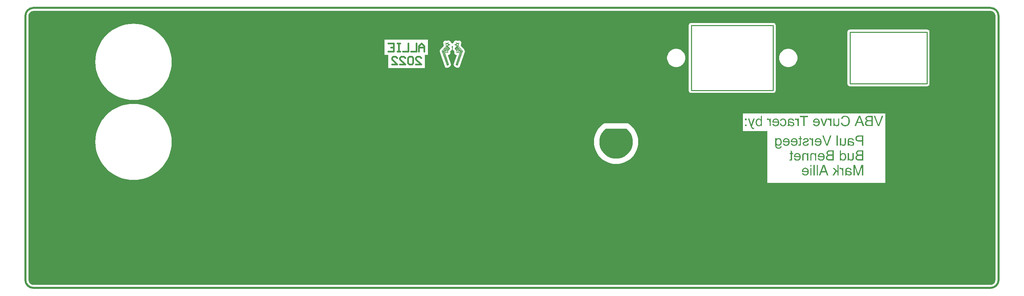
<source format=gbl>
G04*
G04 #@! TF.GenerationSoftware,Altium Limited,Altium Designer,22.6.1 (34)*
G04*
G04 Layer_Physical_Order=2*
G04 Layer_Color=16711680*
%FSLAX43Y43*%
%MOMM*%
G71*
G04*
G04 #@! TF.SameCoordinates,99C1152C-6A39-4C0D-8BA1-0B4153190082*
G04*
G04*
G04 #@! TF.FilePolarity,Positive*
G04*
G01*
G75*
%ADD10C,0.400*%
%ADD11C,0.500*%
%ADD12C,0.250*%
%ADD13C,0.152*%
%ADD14C,0.102*%
%ADD15C,0.254*%
G36*
X87000Y159235D02*
X325876Y159235D01*
X325874D01*
X325876Y159235D01*
X326000Y159235D01*
X326122Y159224D01*
X326321Y159198D01*
X326620Y159074D01*
X326877Y158877D01*
X327074Y158620D01*
X327198Y158321D01*
X327224Y158122D01*
X327235Y158000D01*
X327235Y158000D01*
X327235Y157873D01*
X327235Y92000D01*
X327238Y91983D01*
X327198Y91679D01*
X327074Y91380D01*
X326877Y91123D01*
X326620Y90926D01*
X326321Y90802D01*
X326017Y90762D01*
X326000Y90765D01*
X87000Y90765D01*
X86990Y90763D01*
X86694Y90802D01*
X86395Y90926D01*
X86138Y91123D01*
X85941Y91380D01*
X85817Y91679D01*
X85791Y91878D01*
X85779Y92000D01*
X85779Y92000D01*
X85767Y92104D01*
X85765Y92217D01*
Y92250D01*
X85765Y157874D01*
X85765Y157876D01*
X85765Y158000D01*
X85776Y158122D01*
X85802Y158321D01*
X85926Y158620D01*
X86123Y158877D01*
X86380Y159074D01*
X86679Y159198D01*
X86983Y159238D01*
X87000Y159235D01*
D02*
G37*
%LPC*%
G36*
X192574Y151878D02*
X192344Y151844D01*
X192145Y151724D01*
X192006Y151538D01*
X191962Y151361D01*
X191938Y151351D01*
X191937Y151351D01*
X191935Y151350D01*
X191840Y151286D01*
X191744Y151223D01*
X191743Y151222D01*
X191742Y151221D01*
X191678Y151126D01*
X191677Y151123D01*
X191523D01*
X191521Y151126D01*
X191458Y151221D01*
X191457Y151222D01*
X191456Y151223D01*
X191360Y151286D01*
X191265Y151350D01*
X191263Y151351D01*
X191262Y151351D01*
X191238Y151361D01*
X191194Y151538D01*
X191055Y151724D01*
X190856Y151844D01*
X190626Y151878D01*
X190401Y151821D01*
X190268Y151758D01*
X190145Y151809D01*
X189916Y151853D01*
X189689Y151807D01*
X189496Y151677D01*
X189368Y151483D01*
X189323Y151255D01*
X189370Y151027D01*
X189444Y150916D01*
X189429Y150800D01*
X189459Y150575D01*
X189476Y150534D01*
X188612Y149572D01*
X188570Y149501D01*
X188519Y149434D01*
X188511Y149401D01*
X188494Y149372D01*
X188482Y149290D01*
X188461Y149209D01*
X188465Y149176D01*
X188461Y149142D01*
X188481Y149062D01*
X188493Y148979D01*
X189737Y145397D01*
X189855Y145197D01*
X190040Y145057D01*
X190265Y144998D01*
X190496Y145030D01*
X190671Y145133D01*
X190686Y145136D01*
X190887Y145253D01*
X190907Y145279D01*
X191068Y145372D01*
X191209Y145557D01*
X191269Y145781D01*
X191238Y146012D01*
X190523Y148105D01*
X190612Y148240D01*
X190757Y148268D01*
X190950Y148398D01*
X191079Y148591D01*
X191124Y148819D01*
Y148971D01*
X191101Y149090D01*
X191378Y149415D01*
X191426Y149503D01*
X191482Y149587D01*
X191488Y149613D01*
X191500Y149636D01*
X191512Y149736D01*
X191532Y149835D01*
X191526Y149861D01*
X191530Y149887D01*
X191502Y149984D01*
X191482Y150083D01*
X191468Y150105D01*
X191460Y150130D01*
X191410Y150194D01*
X191400Y150218D01*
X191441Y150368D01*
X191458Y150379D01*
X191458Y150380D01*
X191460Y150381D01*
X191523Y150477D01*
X191524Y150477D01*
X191676D01*
X191677Y150476D01*
X191740Y150381D01*
X191742Y150380D01*
X191742Y150379D01*
X191759Y150368D01*
X191800Y150218D01*
X191790Y150194D01*
X191740Y150130D01*
X191732Y150105D01*
X191718Y150083D01*
X191698Y149984D01*
X191670Y149887D01*
X191674Y149861D01*
X191668Y149835D01*
X191688Y149736D01*
X191700Y149636D01*
X191712Y149613D01*
X191718Y149587D01*
X191774Y149503D01*
X191822Y149415D01*
X192099Y149090D01*
X192076Y148971D01*
Y148819D01*
X192121Y148591D01*
X192250Y148398D01*
X192443Y148268D01*
X192588Y148240D01*
X192677Y148105D01*
X191962Y146012D01*
X191931Y145781D01*
X191991Y145557D01*
X192132Y145372D01*
X192293Y145279D01*
X192313Y145253D01*
X192514Y145136D01*
X192527Y145134D01*
X192700Y145032D01*
X192930Y145000D01*
X193155Y145058D01*
X193340Y145198D01*
X193458Y145398D01*
X194707Y148978D01*
X194739Y149208D01*
X194681Y149433D01*
X194583Y149564D01*
X194563Y149597D01*
X193724Y150533D01*
X193741Y150575D01*
X193771Y150800D01*
X193756Y150916D01*
X193830Y151027D01*
X193877Y151255D01*
X193832Y151483D01*
X193704Y151677D01*
X193511Y151807D01*
X193284Y151853D01*
X193055Y151809D01*
X192932Y151758D01*
X192799Y151821D01*
X192574Y151878D01*
D02*
G37*
G36*
X275722Y149758D02*
X275278D01*
X274841Y149671D01*
X274430Y149501D01*
X274061Y149254D01*
X273746Y148939D01*
X273499Y148570D01*
X273329Y148159D01*
X273242Y147722D01*
Y147278D01*
X273329Y146841D01*
X273499Y146430D01*
X273746Y146061D01*
X274061Y145746D01*
X274430Y145499D01*
X274841Y145329D01*
X275278Y145242D01*
X275722D01*
X276159Y145329D01*
X276570Y145499D01*
X276939Y145746D01*
X277254Y146061D01*
X277501Y146430D01*
X277671Y146841D01*
X277758Y147278D01*
Y147722D01*
X277671Y148159D01*
X277501Y148570D01*
X277254Y148939D01*
X276939Y149254D01*
X276570Y149501D01*
X276159Y149671D01*
X275722Y149758D01*
D02*
G37*
G36*
X247722D02*
X247278D01*
X246841Y149671D01*
X246430Y149501D01*
X246061Y149254D01*
X245746Y148939D01*
X245499Y148570D01*
X245329Y148159D01*
X245242Y147722D01*
Y147278D01*
X245329Y146841D01*
X245499Y146430D01*
X245746Y146061D01*
X246061Y145746D01*
X246430Y145499D01*
X246841Y145329D01*
X247278Y145242D01*
X247722D01*
X248159Y145329D01*
X248570Y145499D01*
X248939Y145746D01*
X249254Y146061D01*
X249501Y146430D01*
X249671Y146841D01*
X249758Y147278D01*
Y147722D01*
X249671Y148159D01*
X249501Y148570D01*
X249254Y148939D01*
X248939Y149254D01*
X248570Y149501D01*
X248159Y149671D01*
X247722Y149758D01*
D02*
G37*
G36*
X185506Y152045D02*
X174692D01*
Y148230D01*
X175588D01*
Y144941D01*
X184735D01*
Y148230D01*
X185506D01*
Y152045D01*
D02*
G37*
G36*
X310100Y154595D02*
X290900Y154595D01*
X290653Y154546D01*
X290521Y154458D01*
X290392D01*
Y154329D01*
X290304Y154197D01*
X290255Y153950D01*
X290255Y141050D01*
X290304Y140803D01*
X290392Y140671D01*
Y140542D01*
X290521D01*
X290653Y140454D01*
X290900Y140405D01*
X310100Y140405D01*
X310347Y140454D01*
X310479Y140542D01*
X310608D01*
Y140671D01*
X310696Y140803D01*
X310745Y141050D01*
X310745Y153950D01*
X310696Y154197D01*
X310608Y154329D01*
Y154458D01*
X310479D01*
X310347Y154546D01*
X310100Y154595D01*
D02*
G37*
G36*
X271700Y156245D02*
X251300D01*
X251053Y156196D01*
X250921Y156108D01*
X250792D01*
Y155979D01*
X250704Y155847D01*
X250655Y155600D01*
Y139400D01*
X250704Y139153D01*
X250792Y139021D01*
Y138892D01*
X250921D01*
X251053Y138804D01*
X251300Y138755D01*
X271700D01*
X271947Y138804D01*
X272079Y138892D01*
X272208D01*
Y139021D01*
X272296Y139153D01*
X272345Y139400D01*
Y155600D01*
X272296Y155847D01*
X272208Y155979D01*
Y156108D01*
X272079D01*
X271947Y156196D01*
X271700Y156245D01*
D02*
G37*
G36*
X112000Y156019D02*
X111067Y155974D01*
X110143Y155837D01*
X109237Y155610D01*
X108357Y155295D01*
X107513Y154895D01*
X106711Y154415D01*
X105961Y153859D01*
X105269Y153231D01*
X104641Y152539D01*
X104085Y151789D01*
X103605Y150987D01*
X103205Y150143D01*
X102890Y149263D01*
X102663Y148357D01*
X102526Y147433D01*
X102481Y146500D01*
X102526Y145567D01*
X102663Y144643D01*
X102890Y143737D01*
X103205Y142857D01*
X103605Y142013D01*
X104085Y141211D01*
X104641Y140461D01*
X105269Y139769D01*
X105961Y139141D01*
X106711Y138585D01*
X107513Y138105D01*
X108357Y137705D01*
X109237Y137390D01*
X110143Y137163D01*
X111067Y137026D01*
X112000Y136981D01*
X112933Y137026D01*
X113857Y137163D01*
X114763Y137390D01*
X115643Y137705D01*
X116487Y138105D01*
X117289Y138585D01*
X118039Y139141D01*
X118731Y139769D01*
X119359Y140461D01*
X119915Y141211D01*
X120395Y142013D01*
X120795Y142857D01*
X121110Y143737D01*
X121337Y144643D01*
X121474Y145567D01*
X121519Y146500D01*
X121474Y147433D01*
X121337Y148357D01*
X121110Y149263D01*
X120795Y150143D01*
X120395Y150987D01*
X119915Y151789D01*
X119359Y152539D01*
X118731Y153231D01*
X118039Y153859D01*
X117289Y154415D01*
X116487Y154895D01*
X115643Y155295D01*
X114763Y155610D01*
X113857Y155837D01*
X112933Y155974D01*
X112000Y156019D01*
D02*
G37*
G36*
X235282Y131137D02*
X229718D01*
X229546Y131114D01*
X229447Y131073D01*
X229386Y131048D01*
X229340Y131013D01*
X229340Y131013D01*
X229140Y130879D01*
X228597Y130403D01*
X228121Y129860D01*
X227720Y129260D01*
X227400Y128612D01*
X227168Y127929D01*
X227027Y127220D01*
X226980Y126500D01*
X227027Y125780D01*
X227168Y125071D01*
X227400Y124388D01*
X227720Y123740D01*
X228121Y123140D01*
X228597Y122597D01*
X229140Y122121D01*
X229740Y121720D01*
X230388Y121400D01*
X231071Y121168D01*
X231780Y121027D01*
X232500Y120980D01*
X233220Y121027D01*
X233929Y121168D01*
X234612Y121400D01*
X235260Y121720D01*
X235860Y122121D01*
X236403Y122597D01*
X236879Y123140D01*
X237280Y123740D01*
X237600Y124388D01*
X237832Y125071D01*
X237973Y125780D01*
X238020Y126500D01*
X237973Y127220D01*
X237832Y127929D01*
X237600Y128612D01*
X237280Y129260D01*
X236879Y129860D01*
X236403Y130403D01*
X235860Y130879D01*
X235660Y131013D01*
Y131013D01*
X235614Y131048D01*
X235553Y131073D01*
X235454Y131114D01*
X235282Y131137D01*
D02*
G37*
G36*
X112000Y136019D02*
X111067Y135974D01*
X110143Y135837D01*
X109237Y135610D01*
X108357Y135295D01*
X107513Y134895D01*
X106711Y134415D01*
X105961Y133859D01*
X105269Y133231D01*
X104641Y132539D01*
X104085Y131789D01*
X103605Y130987D01*
X103205Y130143D01*
X102890Y129263D01*
X102663Y128357D01*
X102526Y127433D01*
X102481Y126500D01*
X102526Y125567D01*
X102663Y124643D01*
X102890Y123737D01*
X103205Y122857D01*
X103605Y122013D01*
X104085Y121211D01*
X104641Y120461D01*
X105269Y119769D01*
X105961Y119141D01*
X106711Y118585D01*
X107513Y118105D01*
X108357Y117705D01*
X109237Y117390D01*
X110143Y117163D01*
X111067Y117026D01*
X112000Y116981D01*
X112933Y117026D01*
X113857Y117163D01*
X114763Y117390D01*
X115643Y117705D01*
X116487Y118105D01*
X117289Y118585D01*
X118039Y119141D01*
X118731Y119769D01*
X119359Y120461D01*
X119915Y121211D01*
X120395Y122013D01*
X120795Y122857D01*
X121110Y123737D01*
X121337Y124643D01*
X121474Y125567D01*
X121519Y126500D01*
X121474Y127433D01*
X121337Y128357D01*
X121110Y129263D01*
X120795Y130143D01*
X120395Y130987D01*
X119915Y131789D01*
X119359Y132539D01*
X118731Y133231D01*
X118039Y133859D01*
X117289Y134415D01*
X116487Y134895D01*
X115643Y135295D01*
X114763Y135610D01*
X113857Y135837D01*
X112933Y135974D01*
X112000Y136019D01*
D02*
G37*
G36*
X299708Y133567D02*
X264207D01*
Y129192D01*
X270275D01*
Y116292D01*
X299708D01*
Y129192D01*
Y133567D01*
D02*
G37*
%LPD*%
G36*
X235462Y129462D02*
X235823Y129050D01*
X236127Y128594D01*
X236369Y128103D01*
X236546Y127584D01*
X236652Y127047D01*
X236688Y126500D01*
X236652Y125953D01*
X236546Y125416D01*
X236369Y124897D01*
X236127Y124406D01*
X235823Y123950D01*
X235462Y123538D01*
X235050Y123177D01*
X234594Y122873D01*
X234103Y122631D01*
X233584Y122454D01*
X233047Y122348D01*
X232500Y122312D01*
X231953Y122348D01*
X231416Y122454D01*
X230897Y122631D01*
X230406Y122873D01*
X229950Y123177D01*
X229538Y123538D01*
X229177Y123950D01*
X228873Y124406D01*
X228631Y124897D01*
X228454Y125416D01*
X228348Y125953D01*
X228312Y126500D01*
X228348Y127047D01*
X228454Y127584D01*
X228631Y128103D01*
X228873Y128594D01*
X229177Y129050D01*
X229538Y129462D01*
X229935Y129809D01*
X235065D01*
X235462Y129462D01*
D02*
G37*
G36*
X276457Y124157D02*
Y123698D01*
X276691D01*
Y123454D01*
X276457D01*
Y122383D01*
Y122333D01*
X276456Y122285D01*
X276454Y122244D01*
X276452Y122206D01*
X276448Y122172D01*
X276446Y122141D01*
X276443Y122115D01*
X276439Y122091D01*
X276435Y122070D01*
X276431Y122054D01*
X276430Y122041D01*
X276426Y122030D01*
X276424Y122020D01*
X276422Y122015D01*
X276420Y122013D01*
Y122011D01*
X276404Y121980D01*
X276383Y121952D01*
X276361Y121928D01*
X276339Y121907D01*
X276319Y121893D01*
X276302Y121880D01*
X276291Y121872D01*
X276289Y121870D01*
X276287D01*
X276248Y121852D01*
X276206Y121839D01*
X276161Y121830D01*
X276119Y121824D01*
X276082Y121820D01*
X276065Y121819D01*
X276050Y121817D01*
X276022D01*
X275982Y121819D01*
X275941Y121820D01*
X275900Y121826D01*
X275863Y121831D01*
X275832Y121835D01*
X275817Y121839D01*
X275806Y121841D01*
X275796Y121843D01*
X275789D01*
X275785Y121844D01*
X275783D01*
X275830Y122122D01*
X275859Y122118D01*
X275887Y122117D01*
X275911Y122113D01*
X275930D01*
X275946Y122111D01*
X275967D01*
X275991Y122113D01*
X276013Y122115D01*
X276032Y122118D01*
X276046Y122122D01*
X276059Y122126D01*
X276067Y122130D01*
X276072Y122133D01*
X276074D01*
X276087Y122143D01*
X276098Y122152D01*
X276115Y122172D01*
X276120Y122181D01*
X276124Y122189D01*
X276128Y122193D01*
Y122194D01*
X276130Y122204D01*
X276133Y122213D01*
X276137Y122237D01*
X276139Y122267D01*
X276141Y122294D01*
X276143Y122322D01*
Y122344D01*
Y122354D01*
Y122361D01*
Y122365D01*
Y122367D01*
Y123454D01*
X275830D01*
Y123698D01*
X276143D01*
Y124346D01*
X276457Y124157D01*
D02*
G37*
G36*
X291847Y122546D02*
Y122509D01*
Y122476D01*
X291845Y122444D01*
X291843Y122417D01*
Y122391D01*
X291841Y122367D01*
X291839Y122344D01*
X291837Y122326D01*
X291835Y122307D01*
X291834Y122294D01*
X291832Y122281D01*
Y122272D01*
X291830Y122263D01*
X291828Y122257D01*
Y122256D01*
Y122254D01*
X291815Y122204D01*
X291802Y122159D01*
X291785Y122118D01*
X291769Y122083D01*
X291754Y122056D01*
X291748Y122044D01*
X291743Y122035D01*
X291737Y122028D01*
X291735Y122022D01*
X291732Y122020D01*
Y122019D01*
X291702Y121985D01*
X291671Y121954D01*
X291635Y121928D01*
X291600Y121904D01*
X291569Y121885D01*
X291556Y121878D01*
X291545Y121872D01*
X291534Y121869D01*
X291526Y121865D01*
X291522Y121861D01*
X291521D01*
X291467Y121841D01*
X291413Y121826D01*
X291361Y121815D01*
X291313Y121807D01*
X291293Y121806D01*
X291273Y121804D01*
X291256Y121802D01*
X291241D01*
X291230Y121800D01*
X291213D01*
X291145Y121804D01*
X291082Y121813D01*
X291021Y121830D01*
X290963Y121848D01*
X290911Y121872D01*
X290863Y121900D01*
X290819Y121928D01*
X290780Y121957D01*
X290743Y121985D01*
X290713Y122015D01*
X290686Y122041D01*
X290663Y122065D01*
X290647Y122083D01*
X290634Y122100D01*
X290626Y122109D01*
X290624Y122113D01*
Y121841D01*
X290343D01*
Y123698D01*
X290658D01*
Y122702D01*
Y122659D01*
X290660Y122618D01*
X290663Y122580D01*
X290665Y122544D01*
X290669Y122513D01*
X290674Y122483D01*
X290678Y122455D01*
X290684Y122431D01*
X290689Y122409D01*
X290693Y122391D01*
X290697Y122376D01*
X290702Y122363D01*
X290704Y122352D01*
X290708Y122344D01*
X290710Y122341D01*
Y122339D01*
X290732Y122294D01*
X290760Y122256D01*
X290787Y122222D01*
X290817Y122194D01*
X290843Y122172D01*
X290865Y122156D01*
X290874Y122150D01*
X290880Y122146D01*
X290884Y122143D01*
X290886D01*
X290932Y122118D01*
X290980Y122100D01*
X291024Y122089D01*
X291065Y122080D01*
X291082Y122076D01*
X291098Y122074D01*
X291113Y122072D01*
X291126D01*
X291137Y122070D01*
X291150D01*
X291200Y122074D01*
X291247Y122081D01*
X291287Y122093D01*
X291321Y122106D01*
X291350Y122118D01*
X291361Y122124D01*
X291371Y122130D01*
X291378Y122135D01*
X291384Y122137D01*
X291385Y122141D01*
X291387D01*
X291421Y122168D01*
X291448Y122200D01*
X291469Y122233D01*
X291485Y122265D01*
X291498Y122293D01*
X291504Y122304D01*
X291508Y122315D01*
X291510Y122324D01*
X291511Y122330D01*
X291513Y122333D01*
Y122335D01*
X291517Y122354D01*
X291519Y122374D01*
X291522Y122398D01*
X291524Y122422D01*
X291528Y122478D01*
X291530Y122533D01*
Y122559D01*
Y122585D01*
X291532Y122607D01*
Y122628D01*
Y122643D01*
Y122655D01*
Y122665D01*
Y122667D01*
Y123698D01*
X291847D01*
Y122546D01*
D02*
G37*
G36*
X283786Y123735D02*
X283853Y123728D01*
X283916Y123715D01*
X283977Y123698D01*
X284033Y123679D01*
X284083Y123657D01*
X284131Y123633D01*
X284173Y123609D01*
X284212Y123585D01*
X284245Y123561D01*
X284273Y123541D01*
X284297Y123520D01*
X284318Y123504D01*
X284331Y123491D01*
X284338Y123483D01*
X284342Y123479D01*
X284384Y123429D01*
X284421Y123374D01*
X284453Y123317D01*
X284481Y123257D01*
X284505Y123196D01*
X284523Y123135D01*
X284540Y123076D01*
X284553Y123020D01*
X284562Y122965D01*
X284570Y122915D01*
X284575Y122870D01*
X284579Y122831D01*
X284581Y122813D01*
Y122798D01*
Y122785D01*
X284582Y122774D01*
Y122765D01*
Y122759D01*
Y122755D01*
Y122754D01*
X284581Y122670D01*
X284571Y122593D01*
X284560Y122520D01*
X284545Y122452D01*
X284527Y122389D01*
X284507Y122331D01*
X284486Y122280D01*
X284464Y122231D01*
X284442Y122189D01*
X284420Y122154D01*
X284401Y122122D01*
X284383Y122096D01*
X284368Y122076D01*
X284355Y122061D01*
X284347Y122054D01*
X284345Y122050D01*
X284299Y122006D01*
X284249Y121967D01*
X284197Y121933D01*
X284144Y121906D01*
X284090Y121881D01*
X284036Y121861D01*
X283983Y121844D01*
X283933Y121831D01*
X283884Y121820D01*
X283840Y121813D01*
X283801Y121807D01*
X283766Y121804D01*
X283738Y121802D01*
X283727D01*
X283718Y121800D01*
X283699D01*
X283640Y121802D01*
X283583Y121807D01*
X283529Y121815D01*
X283479Y121824D01*
X283433Y121837D01*
X283388Y121850D01*
X283349Y121865D01*
X283312Y121880D01*
X283279Y121893D01*
X283251Y121907D01*
X283225Y121920D01*
X283205Y121933D01*
X283188Y121943D01*
X283177Y121950D01*
X283170Y121956D01*
X283168Y121957D01*
X283131Y121989D01*
X283096Y122022D01*
X283064Y122057D01*
X283036Y122093D01*
X283010Y122130D01*
X282986Y122167D01*
X282966Y122204D01*
X282947Y122237D01*
X282931Y122270D01*
X282918Y122302D01*
X282907Y122330D01*
X282897Y122354D01*
X282892Y122372D01*
X282886Y122387D01*
X282883Y122396D01*
Y122400D01*
X283207Y122443D01*
X283221Y122405D01*
X283236Y122372D01*
X283251Y122341D01*
X283268Y122311D01*
X283284Y122285D01*
X283299Y122261D01*
X283316Y122241D01*
X283331Y122220D01*
X283346Y122204D01*
X283359Y122189D01*
X283370Y122178D01*
X283381Y122167D01*
X283390Y122159D01*
X283396Y122154D01*
X283399Y122152D01*
X283401Y122150D01*
X283425Y122133D01*
X283449Y122120D01*
X283473Y122107D01*
X283499Y122098D01*
X283549Y122081D01*
X283596Y122070D01*
X283616Y122067D01*
X283636Y122065D01*
X283653Y122063D01*
X283668Y122061D01*
X283681Y122059D01*
X283697D01*
X283740Y122061D01*
X283781Y122067D01*
X283820Y122074D01*
X283857Y122085D01*
X283892Y122096D01*
X283923Y122111D01*
X283953Y122124D01*
X283979Y122141D01*
X284003Y122156D01*
X284025Y122170D01*
X284044Y122183D01*
X284058Y122194D01*
X284070Y122206D01*
X284079Y122213D01*
X284084Y122218D01*
X284086Y122220D01*
X284114Y122252D01*
X284138Y122287D01*
X284160Y122324D01*
X284179Y122363D01*
X284195Y122402D01*
X284208Y122441D01*
X284221Y122478D01*
X284231Y122517D01*
X284238Y122552D01*
X284245Y122583D01*
X284249Y122613D01*
X284253Y122639D01*
X284257Y122659D01*
Y122676D01*
X284258Y122685D01*
Y122689D01*
X282873D01*
Y122709D01*
X282872Y122726D01*
Y122739D01*
Y122752D01*
Y122761D01*
Y122767D01*
Y122770D01*
Y122772D01*
X282873Y122855D01*
X282881Y122935D01*
X282894Y123009D01*
X282909Y123078D01*
X282927Y123141D01*
X282946Y123200D01*
X282968Y123254D01*
X282990Y123302D01*
X283012Y123344D01*
X283033Y123381D01*
X283053Y123413D01*
X283072Y123439D01*
X283086Y123459D01*
X283097Y123474D01*
X283107Y123481D01*
X283109Y123485D01*
X283155Y123529D01*
X283203Y123568D01*
X283251Y123604D01*
X283303Y123631D01*
X283353Y123657D01*
X283405Y123678D01*
X283453Y123694D01*
X283501Y123707D01*
X283546Y123718D01*
X283586Y123726D01*
X283621Y123731D01*
X283655Y123735D01*
X283681Y123737D01*
X283699Y123739D01*
X283716D01*
X283786Y123735D01*
D02*
G37*
G36*
X277815D02*
X277881Y123728D01*
X277944Y123715D01*
X278005Y123698D01*
X278061Y123679D01*
X278111Y123657D01*
X278159Y123633D01*
X278202Y123609D01*
X278241Y123585D01*
X278274Y123561D01*
X278302Y123541D01*
X278326Y123520D01*
X278346Y123504D01*
X278359Y123491D01*
X278366Y123483D01*
X278370Y123479D01*
X278413Y123429D01*
X278450Y123374D01*
X278481Y123317D01*
X278509Y123257D01*
X278533Y123196D01*
X278552Y123135D01*
X278568Y123076D01*
X278581Y123020D01*
X278591Y122965D01*
X278598Y122915D01*
X278603Y122870D01*
X278607Y122831D01*
X278609Y122813D01*
Y122798D01*
Y122785D01*
X278611Y122774D01*
Y122765D01*
Y122759D01*
Y122755D01*
Y122754D01*
X278609Y122670D01*
X278600Y122593D01*
X278589Y122520D01*
X278574Y122452D01*
X278555Y122389D01*
X278535Y122331D01*
X278515Y122280D01*
X278492Y122231D01*
X278470Y122189D01*
X278448Y122154D01*
X278429Y122122D01*
X278411Y122096D01*
X278396Y122076D01*
X278383Y122061D01*
X278376Y122054D01*
X278374Y122050D01*
X278328Y122006D01*
X278278Y121967D01*
X278226Y121933D01*
X278172Y121906D01*
X278118Y121881D01*
X278065Y121861D01*
X278011Y121844D01*
X277961Y121831D01*
X277913Y121820D01*
X277868Y121813D01*
X277829Y121807D01*
X277794Y121804D01*
X277767Y121802D01*
X277755D01*
X277746Y121800D01*
X277728D01*
X277668Y121802D01*
X277611Y121807D01*
X277557Y121815D01*
X277507Y121824D01*
X277461Y121837D01*
X277417Y121850D01*
X277378Y121865D01*
X277341Y121880D01*
X277307Y121893D01*
X277280Y121907D01*
X277254Y121920D01*
X277233Y121933D01*
X277217Y121943D01*
X277205Y121950D01*
X277198Y121956D01*
X277196Y121957D01*
X277159Y121989D01*
X277124Y122022D01*
X277092Y122057D01*
X277065Y122093D01*
X277039Y122130D01*
X277015Y122167D01*
X276994Y122204D01*
X276976Y122237D01*
X276959Y122270D01*
X276946Y122302D01*
X276935Y122330D01*
X276926Y122354D01*
X276920Y122372D01*
X276915Y122387D01*
X276911Y122396D01*
Y122400D01*
X277235Y122443D01*
X277250Y122405D01*
X277265Y122372D01*
X277280Y122341D01*
X277296Y122311D01*
X277313Y122285D01*
X277328Y122261D01*
X277344Y122241D01*
X277359Y122220D01*
X277374Y122204D01*
X277387Y122189D01*
X277398Y122178D01*
X277409Y122167D01*
X277418Y122159D01*
X277424Y122154D01*
X277428Y122152D01*
X277430Y122150D01*
X277454Y122133D01*
X277478Y122120D01*
X277502Y122107D01*
X277528Y122098D01*
X277578Y122081D01*
X277624Y122070D01*
X277644Y122067D01*
X277665Y122065D01*
X277681Y122063D01*
X277696Y122061D01*
X277709Y122059D01*
X277726D01*
X277768Y122061D01*
X277809Y122067D01*
X277848Y122074D01*
X277885Y122085D01*
X277920Y122096D01*
X277952Y122111D01*
X277981Y122124D01*
X278007Y122141D01*
X278031Y122156D01*
X278054Y122170D01*
X278072Y122183D01*
X278087Y122194D01*
X278098Y122206D01*
X278107Y122213D01*
X278113Y122218D01*
X278115Y122220D01*
X278142Y122252D01*
X278166Y122287D01*
X278189Y122324D01*
X278207Y122363D01*
X278224Y122402D01*
X278237Y122441D01*
X278250Y122478D01*
X278259Y122517D01*
X278266Y122552D01*
X278274Y122583D01*
X278278Y122613D01*
X278281Y122639D01*
X278285Y122659D01*
Y122676D01*
X278287Y122685D01*
Y122689D01*
X276902D01*
Y122709D01*
X276900Y122726D01*
Y122739D01*
Y122752D01*
Y122761D01*
Y122767D01*
Y122770D01*
Y122772D01*
X276902Y122855D01*
X276909Y122935D01*
X276922Y123009D01*
X276937Y123078D01*
X276955Y123141D01*
X276974Y123200D01*
X276996Y123254D01*
X277018Y123302D01*
X277041Y123344D01*
X277061Y123381D01*
X277081Y123413D01*
X277100Y123439D01*
X277115Y123459D01*
X277126Y123474D01*
X277135Y123481D01*
X277137Y123485D01*
X277183Y123529D01*
X277231Y123568D01*
X277280Y123604D01*
X277331Y123631D01*
X277381Y123657D01*
X277433Y123678D01*
X277481Y123694D01*
X277530Y123707D01*
X277574Y123718D01*
X277615Y123726D01*
X277650Y123731D01*
X277683Y123735D01*
X277709Y123737D01*
X277728Y123739D01*
X277744D01*
X277815Y123735D01*
D02*
G37*
G36*
X294200Y121841D02*
X293180D01*
X293135Y121843D01*
X293095Y121844D01*
X293056Y121848D01*
X293020Y121850D01*
X292985Y121854D01*
X292954Y121857D01*
X292926Y121863D01*
X292900Y121867D01*
X292878Y121870D01*
X292858Y121874D01*
X292841Y121876D01*
X292828Y121880D01*
X292819Y121881D01*
X292813Y121883D01*
X292811D01*
X292750Y121902D01*
X292696Y121920D01*
X292648Y121943D01*
X292628Y121952D01*
X292608Y121963D01*
X292591Y121972D01*
X292576Y121981D01*
X292563Y121989D01*
X292552Y121996D01*
X292543Y122002D01*
X292537Y122006D01*
X292534Y122009D01*
X292532D01*
X292491Y122043D01*
X292456Y122081D01*
X292424Y122120D01*
X292396Y122159D01*
X292374Y122193D01*
X292365Y122207D01*
X292358Y122220D01*
X292352Y122231D01*
X292348Y122239D01*
X292345Y122244D01*
Y122246D01*
X292319Y122305D01*
X292300Y122365D01*
X292285Y122422D01*
X292276Y122474D01*
X292272Y122496D01*
X292271Y122518D01*
X292269Y122537D01*
Y122552D01*
X292267Y122565D01*
Y122576D01*
Y122581D01*
Y122583D01*
X292269Y122624D01*
X292272Y122663D01*
X292278Y122702D01*
X292287Y122737D01*
X292296Y122772D01*
X292306Y122804D01*
X292319Y122833D01*
X292330Y122861D01*
X292341Y122885D01*
X292352Y122907D01*
X292363Y122926D01*
X292372Y122941D01*
X292382Y122954D01*
X292387Y122963D01*
X292391Y122968D01*
X292393Y122970D01*
X292417Y123000D01*
X292443Y123028D01*
X292472Y123054D01*
X292500Y123076D01*
X292530Y123098D01*
X292559Y123117D01*
X292589Y123133D01*
X292619Y123148D01*
X292645Y123163D01*
X292671Y123174D01*
X292693Y123183D01*
X292711Y123191D01*
X292728Y123196D01*
X292739Y123200D01*
X292748Y123204D01*
X292750D01*
X292717Y123220D01*
X292687Y123239D01*
X292659Y123257D01*
X292632Y123278D01*
X292608Y123298D01*
X292585Y123317D01*
X292567Y123335D01*
X292548Y123354D01*
X292534Y123370D01*
X292519Y123387D01*
X292508Y123400D01*
X292498Y123413D01*
X292491Y123424D01*
X292485Y123431D01*
X292484Y123435D01*
X292482Y123437D01*
X292465Y123465D01*
X292452Y123492D01*
X292439Y123518D01*
X292430Y123546D01*
X292413Y123598D01*
X292402Y123646D01*
X292398Y123666D01*
X292396Y123687D01*
X292393Y123704D01*
Y123718D01*
X292391Y123729D01*
Y123739D01*
Y123744D01*
Y123746D01*
X292393Y123779D01*
X292395Y123811D01*
X292408Y123874D01*
X292422Y123931D01*
X292432Y123957D01*
X292441Y123983D01*
X292452Y124005D01*
X292461Y124024D01*
X292469Y124042D01*
X292476Y124057D01*
X292484Y124068D01*
X292489Y124078D01*
X292491Y124083D01*
X292493Y124085D01*
X292513Y124115D01*
X292534Y124142D01*
X292556Y124166D01*
X292578Y124190D01*
X292602Y124213D01*
X292624Y124231D01*
X292646Y124250D01*
X292669Y124265D01*
X292689Y124279D01*
X292709Y124290D01*
X292726Y124302D01*
X292741Y124309D01*
X292754Y124316D01*
X292763Y124320D01*
X292769Y124324D01*
X292771D01*
X292804Y124339D01*
X292841Y124350D01*
X292919Y124370D01*
X292996Y124385D01*
X293035Y124389D01*
X293072Y124394D01*
X293106Y124396D01*
X293139Y124400D01*
X293167Y124402D01*
X293193D01*
X293213Y124403D01*
X294200D01*
Y121841D01*
D02*
G37*
G36*
X286838D02*
X285818D01*
X285773Y121843D01*
X285732Y121844D01*
X285693Y121848D01*
X285658Y121850D01*
X285623Y121854D01*
X285592Y121857D01*
X285564Y121863D01*
X285538Y121867D01*
X285516Y121870D01*
X285495Y121874D01*
X285479Y121876D01*
X285466Y121880D01*
X285456Y121881D01*
X285451Y121883D01*
X285449D01*
X285388Y121902D01*
X285334Y121920D01*
X285286Y121943D01*
X285266Y121952D01*
X285245Y121963D01*
X285229Y121972D01*
X285214Y121981D01*
X285201Y121989D01*
X285190Y121996D01*
X285181Y122002D01*
X285175Y122006D01*
X285171Y122009D01*
X285169D01*
X285129Y122043D01*
X285094Y122081D01*
X285062Y122120D01*
X285034Y122159D01*
X285012Y122193D01*
X285003Y122207D01*
X284995Y122220D01*
X284990Y122231D01*
X284986Y122239D01*
X284982Y122244D01*
Y122246D01*
X284957Y122305D01*
X284938Y122365D01*
X284923Y122422D01*
X284914Y122474D01*
X284910Y122496D01*
X284908Y122518D01*
X284907Y122537D01*
Y122552D01*
X284905Y122565D01*
Y122576D01*
Y122581D01*
Y122583D01*
X284907Y122624D01*
X284910Y122663D01*
X284916Y122702D01*
X284925Y122737D01*
X284934Y122772D01*
X284944Y122804D01*
X284957Y122833D01*
X284968Y122861D01*
X284979Y122885D01*
X284990Y122907D01*
X285001Y122926D01*
X285010Y122941D01*
X285019Y122954D01*
X285025Y122963D01*
X285029Y122968D01*
X285031Y122970D01*
X285055Y123000D01*
X285081Y123028D01*
X285110Y123054D01*
X285138Y123076D01*
X285168Y123098D01*
X285197Y123117D01*
X285227Y123133D01*
X285256Y123148D01*
X285282Y123163D01*
X285308Y123174D01*
X285331Y123183D01*
X285349Y123191D01*
X285366Y123196D01*
X285377Y123200D01*
X285386Y123204D01*
X285388D01*
X285355Y123220D01*
X285325Y123239D01*
X285297Y123257D01*
X285269Y123278D01*
X285245Y123298D01*
X285223Y123317D01*
X285205Y123335D01*
X285186Y123354D01*
X285171Y123370D01*
X285156Y123387D01*
X285145Y123400D01*
X285136Y123413D01*
X285129Y123424D01*
X285123Y123431D01*
X285121Y123435D01*
X285119Y123437D01*
X285103Y123465D01*
X285090Y123492D01*
X285077Y123518D01*
X285068Y123546D01*
X285051Y123598D01*
X285040Y123646D01*
X285036Y123666D01*
X285034Y123687D01*
X285031Y123704D01*
Y123718D01*
X285029Y123729D01*
Y123739D01*
Y123744D01*
Y123746D01*
X285031Y123779D01*
X285032Y123811D01*
X285045Y123874D01*
X285060Y123931D01*
X285069Y123957D01*
X285079Y123983D01*
X285090Y124005D01*
X285099Y124024D01*
X285107Y124042D01*
X285114Y124057D01*
X285121Y124068D01*
X285127Y124078D01*
X285129Y124083D01*
X285131Y124085D01*
X285151Y124115D01*
X285171Y124142D01*
X285194Y124166D01*
X285216Y124190D01*
X285240Y124213D01*
X285262Y124231D01*
X285284Y124250D01*
X285306Y124265D01*
X285327Y124279D01*
X285347Y124290D01*
X285364Y124302D01*
X285379Y124309D01*
X285392Y124316D01*
X285401Y124320D01*
X285406Y124324D01*
X285408D01*
X285442Y124339D01*
X285479Y124350D01*
X285556Y124370D01*
X285634Y124385D01*
X285673Y124389D01*
X285710Y124394D01*
X285743Y124396D01*
X285777Y124400D01*
X285805Y124402D01*
X285831D01*
X285851Y124403D01*
X286838D01*
Y121841D01*
D02*
G37*
G36*
X281685Y123735D02*
X281751Y123726D01*
X281812Y123711D01*
X281870Y123691D01*
X281923Y123668D01*
X281972Y123642D01*
X282016Y123615D01*
X282055Y123587D01*
X282090Y123557D01*
X282120Y123529D01*
X282146Y123504D01*
X282168Y123481D01*
X282183Y123461D01*
X282196Y123446D01*
X282203Y123437D01*
X282205Y123433D01*
Y123698D01*
X282488D01*
Y121841D01*
X282173D01*
Y122854D01*
X282172Y122918D01*
X282168Y122978D01*
X282161Y123031D01*
X282151Y123079D01*
X282140Y123124D01*
X282127Y123165D01*
X282114Y123200D01*
X282101Y123229D01*
X282088Y123257D01*
X282075Y123279D01*
X282062Y123298D01*
X282051Y123313D01*
X282042Y123324D01*
X282035Y123333D01*
X282031Y123337D01*
X282029Y123339D01*
X282001Y123361D01*
X281972Y123381D01*
X281942Y123398D01*
X281912Y123413D01*
X281883Y123426D01*
X281855Y123435D01*
X281827Y123444D01*
X281799Y123450D01*
X281775Y123455D01*
X281753Y123459D01*
X281733Y123463D01*
X281714Y123465D01*
X281701Y123466D01*
X281681D01*
X281635Y123465D01*
X281594Y123457D01*
X281557Y123448D01*
X281524Y123439D01*
X281498Y123428D01*
X281479Y123418D01*
X281472Y123415D01*
X281466Y123411D01*
X281464Y123409D01*
X281462D01*
X281429Y123387D01*
X281401Y123361D01*
X281379Y123335D01*
X281361Y123311D01*
X281348Y123289D01*
X281338Y123272D01*
X281335Y123265D01*
X281333Y123259D01*
X281331Y123257D01*
Y123255D01*
X281324Y123237D01*
X281318Y123217D01*
X281309Y123170D01*
X281303Y123124D01*
X281298Y123076D01*
Y123055D01*
X281296Y123035D01*
Y123017D01*
X281294Y123000D01*
Y122987D01*
Y122978D01*
Y122970D01*
Y122968D01*
Y121841D01*
X280979D01*
Y122981D01*
Y123020D01*
Y123057D01*
X280981Y123091D01*
X280983Y123122D01*
Y123150D01*
X280985Y123174D01*
X280987Y123196D01*
X280988Y123217D01*
X280990Y123233D01*
X280992Y123248D01*
X280994Y123261D01*
Y123270D01*
X280996Y123278D01*
X280998Y123283D01*
Y123285D01*
Y123287D01*
X281011Y123335D01*
X281025Y123379D01*
X281040Y123420D01*
X281057Y123454D01*
X281072Y123481D01*
X281079Y123492D01*
X281085Y123502D01*
X281088Y123509D01*
X281092Y123515D01*
X281096Y123516D01*
Y123518D01*
X281125Y123554D01*
X281159Y123585D01*
X281194Y123613D01*
X281227Y123635D01*
X281259Y123654D01*
X281272Y123661D01*
X281283Y123666D01*
X281294Y123672D01*
X281301Y123676D01*
X281305Y123678D01*
X281307D01*
X281361Y123698D01*
X281414Y123713D01*
X281466Y123724D01*
X281512Y123731D01*
X281535Y123733D01*
X281553Y123735D01*
X281572Y123737D01*
X281586Y123739D01*
X281614D01*
X281685Y123735D01*
D02*
G37*
G36*
X279694D02*
X279761Y123726D01*
X279822Y123711D01*
X279879Y123691D01*
X279933Y123668D01*
X279981Y123642D01*
X280026Y123615D01*
X280064Y123587D01*
X280100Y123557D01*
X280129Y123529D01*
X280155Y123504D01*
X280177Y123481D01*
X280192Y123461D01*
X280205Y123446D01*
X280213Y123437D01*
X280214Y123433D01*
Y123698D01*
X280498D01*
Y121841D01*
X280183D01*
Y122854D01*
X280181Y122918D01*
X280177Y122978D01*
X280170Y123031D01*
X280161Y123079D01*
X280150Y123124D01*
X280137Y123165D01*
X280124Y123200D01*
X280111Y123229D01*
X280098Y123257D01*
X280085Y123279D01*
X280072Y123298D01*
X280061Y123313D01*
X280051Y123324D01*
X280044Y123333D01*
X280040Y123337D01*
X280039Y123339D01*
X280011Y123361D01*
X279981Y123381D01*
X279951Y123398D01*
X279922Y123413D01*
X279892Y123426D01*
X279864Y123435D01*
X279837Y123444D01*
X279809Y123450D01*
X279785Y123455D01*
X279763Y123459D01*
X279742Y123463D01*
X279724Y123465D01*
X279711Y123466D01*
X279690D01*
X279644Y123465D01*
X279603Y123457D01*
X279566Y123448D01*
X279533Y123439D01*
X279507Y123428D01*
X279489Y123418D01*
X279481Y123415D01*
X279476Y123411D01*
X279474Y123409D01*
X279472D01*
X279439Y123387D01*
X279411Y123361D01*
X279389Y123335D01*
X279370Y123311D01*
X279357Y123289D01*
X279348Y123272D01*
X279344Y123265D01*
X279342Y123259D01*
X279340Y123257D01*
Y123255D01*
X279333Y123237D01*
X279327Y123217D01*
X279318Y123170D01*
X279313Y123124D01*
X279307Y123076D01*
Y123055D01*
X279305Y123035D01*
Y123017D01*
X279303Y123000D01*
Y122987D01*
Y122978D01*
Y122970D01*
Y122968D01*
Y121841D01*
X278989D01*
Y122981D01*
Y123020D01*
Y123057D01*
X278990Y123091D01*
X278992Y123122D01*
Y123150D01*
X278994Y123174D01*
X278996Y123196D01*
X278998Y123217D01*
X279000Y123233D01*
X279002Y123248D01*
X279003Y123261D01*
Y123270D01*
X279005Y123278D01*
X279007Y123283D01*
Y123285D01*
Y123287D01*
X279020Y123335D01*
X279035Y123379D01*
X279050Y123420D01*
X279066Y123454D01*
X279081Y123481D01*
X279089Y123492D01*
X279094Y123502D01*
X279098Y123509D01*
X279102Y123515D01*
X279105Y123516D01*
Y123518D01*
X279135Y123554D01*
X279168Y123585D01*
X279203Y123613D01*
X279237Y123635D01*
X279268Y123654D01*
X279281Y123661D01*
X279292Y123666D01*
X279303Y123672D01*
X279311Y123676D01*
X279315Y123678D01*
X279316D01*
X279370Y123698D01*
X279424Y123713D01*
X279476Y123724D01*
X279522Y123731D01*
X279544Y123733D01*
X279563Y123735D01*
X279581Y123737D01*
X279596Y123739D01*
X279624D01*
X279694Y123735D01*
D02*
G37*
G36*
X288671Y123481D02*
X288704Y123522D01*
X288739Y123559D01*
X288775Y123591D01*
X288810Y123616D01*
X288839Y123639D01*
X288852Y123646D01*
X288864Y123654D01*
X288873Y123659D01*
X288880Y123663D01*
X288884Y123666D01*
X288886D01*
X288936Y123691D01*
X288988Y123709D01*
X289038Y123722D01*
X289084Y123729D01*
X289104Y123733D01*
X289123Y123735D01*
X289141Y123737D01*
X289156D01*
X289167Y123739D01*
X289184D01*
X289226Y123737D01*
X289267Y123733D01*
X289306Y123728D01*
X289345Y123720D01*
X289380Y123711D01*
X289415Y123700D01*
X289447Y123689D01*
X289476Y123678D01*
X289502Y123666D01*
X289526Y123655D01*
X289547Y123644D01*
X289563Y123635D01*
X289578Y123628D01*
X289588Y123622D01*
X289595Y123618D01*
X289597Y123616D01*
X289630Y123592D01*
X289662Y123566D01*
X289691Y123541D01*
X289719Y123511D01*
X289743Y123483D01*
X289765Y123454D01*
X289788Y123426D01*
X289804Y123398D01*
X289821Y123372D01*
X289836Y123348D01*
X289847Y123326D01*
X289858Y123307D01*
X289865Y123292D01*
X289871Y123279D01*
X289873Y123272D01*
X289875Y123270D01*
X289891Y123228D01*
X289904Y123183D01*
X289917Y123141D01*
X289926Y123096D01*
X289943Y123011D01*
X289949Y122972D01*
X289954Y122933D01*
X289958Y122898D01*
X289960Y122867D01*
X289962Y122839D01*
X289963Y122813D01*
X289965Y122794D01*
Y122780D01*
Y122770D01*
Y122767D01*
X289963Y122715D01*
X289962Y122663D01*
X289956Y122615D01*
X289949Y122568D01*
X289941Y122524D01*
X289934Y122481D01*
X289925Y122443D01*
X289913Y122407D01*
X289904Y122376D01*
X289895Y122346D01*
X289887Y122322D01*
X289880Y122302D01*
X289873Y122285D01*
X289867Y122272D01*
X289865Y122265D01*
X289863Y122263D01*
X289843Y122224D01*
X289823Y122185D01*
X289799Y122150D01*
X289776Y122118D01*
X289752Y122087D01*
X289728Y122059D01*
X289704Y122033D01*
X289682Y122011D01*
X289660Y121991D01*
X289641Y121972D01*
X289623Y121957D01*
X289606Y121944D01*
X289595Y121935D01*
X289584Y121928D01*
X289578Y121924D01*
X289576Y121922D01*
X289541Y121900D01*
X289506Y121881D01*
X289469Y121865D01*
X289434Y121852D01*
X289399Y121839D01*
X289365Y121830D01*
X289334Y121822D01*
X289302Y121815D01*
X289275Y121811D01*
X289249Y121807D01*
X289226Y121804D01*
X289206Y121802D01*
X289191Y121800D01*
X289169D01*
X289106Y121804D01*
X289049Y121811D01*
X288993Y121826D01*
X288943Y121843D01*
X288897Y121865D01*
X288854Y121887D01*
X288815Y121913D01*
X288780Y121939D01*
X288751Y121963D01*
X288723Y121989D01*
X288701Y122011D01*
X288682Y122033D01*
X288667Y122050D01*
X288656Y122065D01*
X288651Y122072D01*
X288649Y122076D01*
Y121841D01*
X288356D01*
Y124403D01*
X288671D01*
Y123481D01*
D02*
G37*
G36*
X268944Y130452D02*
X268651D01*
Y130685D01*
X268614Y130637D01*
X268575Y130594D01*
X268535Y130557D01*
X268492Y130526D01*
X268449Y130500D01*
X268407Y130478D01*
X268364Y130459D01*
X268324Y130446D01*
X268287Y130433D01*
X268251Y130426D01*
X268218Y130420D01*
X268190Y130415D01*
X268168Y130413D01*
X268151Y130411D01*
X268137D01*
X268075Y130415D01*
X268018Y130422D01*
X267962Y130435D01*
X267909Y130452D01*
X267859Y130472D01*
X267812Y130493D01*
X267770Y130517D01*
X267731Y130541D01*
X267696Y130565D01*
X267664Y130589D01*
X267637Y130611D01*
X267614Y130630D01*
X267596Y130646D01*
X267583Y130659D01*
X267574Y130667D01*
X267572Y130670D01*
X267529Y130722D01*
X267494Y130778D01*
X267463Y130835D01*
X267435Y130896D01*
X267413Y130957D01*
X267392Y131018D01*
X267377Y131078D01*
X267364Y131137D01*
X267355Y131192D01*
X267348Y131242D01*
X267342Y131289D01*
X267339Y131329D01*
X267337Y131346D01*
Y131361D01*
X267335Y131376D01*
Y131387D01*
Y131396D01*
Y131402D01*
Y131405D01*
Y131407D01*
X267337Y131481D01*
X267344Y131552D01*
X267348Y131585D01*
X267353Y131615D01*
X267359Y131644D01*
X267363Y131672D01*
X267368Y131696D01*
X267374Y131718D01*
X267379Y131739D01*
X267383Y131753D01*
X267387Y131768D01*
X267390Y131778D01*
X267392Y131783D01*
Y131785D01*
X267414Y131848D01*
X267440Y131905D01*
X267464Y131957D01*
X267477Y131979D01*
X267490Y132002D01*
X267501Y132020D01*
X267513Y132037D01*
X267522Y132052D01*
X267529Y132063D01*
X267537Y132072D01*
X267542Y132079D01*
X267544Y132083D01*
X267546Y132085D01*
X267585Y132129D01*
X267627Y132168D01*
X267668Y132202D01*
X267709Y132229D01*
X267744Y132252D01*
X267759Y132259D01*
X267772Y132266D01*
X267783Y132272D01*
X267790Y132276D01*
X267796Y132279D01*
X267798D01*
X267855Y132303D01*
X267913Y132320D01*
X267968Y132333D01*
X268018Y132340D01*
X268040Y132344D01*
X268059Y132346D01*
X268077Y132348D01*
X268092D01*
X268105Y132350D01*
X268122D01*
X268179Y132348D01*
X268233Y132339D01*
X268283Y132326D01*
X268331Y132311D01*
X268377Y132290D01*
X268418Y132270D01*
X268457Y132248D01*
X268492Y132224D01*
X268522Y132200D01*
X268549Y132178D01*
X268574Y132157D01*
X268594Y132137D01*
X268609Y132122D01*
X268620Y132109D01*
X268627Y132102D01*
X268629Y132098D01*
Y133014D01*
X268944D01*
Y130452D01*
D02*
G37*
G36*
X265072Y131952D02*
X264715D01*
Y132309D01*
X265072D01*
Y131952D01*
D02*
G37*
G36*
X276202Y132346D02*
X276243Y132344D01*
X276282Y132339D01*
X276319Y132335D01*
X276354Y132329D01*
X276388Y132322D01*
X276417Y132316D01*
X276443Y132311D01*
X276467Y132303D01*
X276488Y132298D01*
X276506Y132294D01*
X276519Y132289D01*
X276530Y132287D01*
X276536Y132283D01*
X276538D01*
X276571Y132270D01*
X276602Y132257D01*
X276630Y132242D01*
X276658Y132226D01*
X276682Y132211D01*
X276704Y132196D01*
X276726Y132179D01*
X276745Y132165D01*
X276762Y132152D01*
X276775Y132139D01*
X276788Y132126D01*
X276797Y132116D01*
X276806Y132107D01*
X276812Y132102D01*
X276813Y132098D01*
X276815Y132096D01*
X276849Y132048D01*
X276876Y131994D01*
X276900Y131942D01*
X276919Y131891D01*
X276928Y131868D01*
X276934Y131846D01*
X276939Y131828D01*
X276945Y131811D01*
X276949Y131796D01*
X276950Y131787D01*
X276952Y131779D01*
Y131778D01*
X276645Y131735D01*
X276636Y131770D01*
X276625Y131803D01*
X276612Y131833D01*
X276599Y131861D01*
X276588Y131885D01*
X276575Y131907D01*
X276562Y131928D01*
X276549Y131946D01*
X276536Y131961D01*
X276525Y131974D01*
X276515Y131985D01*
X276506Y131994D01*
X276499Y132000D01*
X276493Y132005D01*
X276491Y132009D01*
X276489D01*
X276469Y132024D01*
X276445Y132035D01*
X276393Y132055D01*
X276339Y132070D01*
X276286Y132079D01*
X276262Y132081D01*
X276238Y132085D01*
X276217Y132087D01*
X276199D01*
X276182Y132089D01*
X276162D01*
X276119Y132087D01*
X276078Y132085D01*
X276041Y132079D01*
X276006Y132072D01*
X275973Y132065D01*
X275945Y132055D01*
X275917Y132044D01*
X275893Y132035D01*
X275873Y132026D01*
X275854Y132015D01*
X275839Y132005D01*
X275827Y131998D01*
X275817Y131990D01*
X275810Y131987D01*
X275806Y131983D01*
X275804Y131981D01*
X275788Y131965D01*
X275775Y131948D01*
X275762Y131928D01*
X275752Y131907D01*
X275736Y131861D01*
X275725Y131816D01*
X275719Y131776D01*
X275715Y131757D01*
Y131742D01*
X275714Y131729D01*
Y131720D01*
Y131713D01*
Y131711D01*
Y131702D01*
Y131691D01*
Y131663D01*
X275715Y131650D01*
Y131641D01*
Y131633D01*
Y131629D01*
X275752Y131618D01*
X275791Y131607D01*
X275834Y131596D01*
X275880Y131585D01*
X275973Y131566D01*
X276019Y131559D01*
X276064Y131552D01*
X276106Y131544D01*
X276147Y131539D01*
X276182Y131533D01*
X276214Y131528D01*
X276239Y131526D01*
X276260Y131522D01*
X276267D01*
X276273Y131520D01*
X276276D01*
X276310Y131516D01*
X276341Y131513D01*
X276371Y131507D01*
X276399Y131504D01*
X276425Y131500D01*
X276447Y131496D01*
X276467Y131492D01*
X276486Y131489D01*
X276502Y131485D01*
X276517Y131483D01*
X276528Y131479D01*
X276539Y131478D01*
X276547Y131476D01*
X276552D01*
X276554Y131474D01*
X276556D01*
X276602Y131459D01*
X276645Y131442D01*
X276684Y131426D01*
X276717Y131409D01*
X276745Y131394D01*
X276756Y131387D01*
X276765Y131381D01*
X276773Y131378D01*
X276778Y131374D01*
X276782Y131370D01*
X276784D01*
X276819Y131342D01*
X276850Y131313D01*
X276878Y131283D01*
X276902Y131254D01*
X276921Y131228D01*
X276934Y131207D01*
X276939Y131200D01*
X276941Y131194D01*
X276945Y131191D01*
Y131189D01*
X276965Y131146D01*
X276980Y131104D01*
X276991Y131061D01*
X276999Y131024D01*
X277002Y130991D01*
X277004Y130976D01*
Y130965D01*
X277006Y130954D01*
Y130946D01*
Y130942D01*
Y130941D01*
X277004Y130898D01*
X276999Y130857D01*
X276991Y130820D01*
X276980Y130783D01*
X276969Y130750D01*
X276954Y130718D01*
X276939Y130689D01*
X276925Y130663D01*
X276910Y130639D01*
X276895Y130618D01*
X276880Y130602D01*
X276869Y130587D01*
X276858Y130574D01*
X276850Y130567D01*
X276845Y130561D01*
X276843Y130559D01*
X276810Y130533D01*
X276776Y130511D01*
X276738Y130491D01*
X276700Y130474D01*
X276662Y130459D01*
X276621Y130448D01*
X276584Y130437D01*
X276547Y130430D01*
X276512Y130424D01*
X276478Y130418D01*
X276449Y130415D01*
X276423Y130413D01*
X276402D01*
X276386Y130411D01*
X276373D01*
X276304Y130413D01*
X276241Y130420D01*
X276182Y130430D01*
X276154Y130435D01*
X276130Y130441D01*
X276108Y130446D01*
X276088Y130452D01*
X276069Y130457D01*
X276054Y130461D01*
X276043Y130465D01*
X276034Y130468D01*
X276028Y130470D01*
X276026D01*
X275997Y130483D01*
X275965Y130496D01*
X275906Y130530D01*
X275849Y130565D01*
X275823Y130581D01*
X275797Y130598D01*
X275775Y130615D01*
X275754Y130631D01*
X275736Y130644D01*
X275719Y130657D01*
X275706Y130667D01*
X275697Y130674D01*
X275691Y130680D01*
X275689Y130681D01*
X275682Y130633D01*
X275675Y130591D01*
X275664Y130552D01*
X275652Y130517D01*
X275641Y130491D01*
X275638Y130478D01*
X275632Y130468D01*
X275630Y130461D01*
X275627Y130455D01*
X275625Y130454D01*
Y130452D01*
X275297D01*
X275317Y130493D01*
X275336Y130531D01*
X275349Y130568D01*
X275360Y130602D01*
X275369Y130631D01*
X275371Y130644D01*
X275375Y130654D01*
X275377Y130663D01*
Y130668D01*
X275378Y130672D01*
Y130674D01*
X275380Y130685D01*
X275382Y130700D01*
X275384Y130731D01*
X275388Y130768D01*
X275389Y130809D01*
X275391Y130855D01*
X275393Y130902D01*
X275395Y130996D01*
Y131041D01*
Y131085D01*
X275397Y131124D01*
Y131159D01*
Y131189D01*
Y131200D01*
Y131211D01*
Y131218D01*
Y131224D01*
Y131228D01*
Y131229D01*
Y131648D01*
Y131685D01*
Y131720D01*
X275399Y131752D01*
Y131781D01*
X275401Y131807D01*
X275402Y131831D01*
X275404Y131852D01*
Y131870D01*
X275406Y131887D01*
X275408Y131900D01*
X275410Y131913D01*
X275412Y131922D01*
Y131928D01*
X275414Y131933D01*
Y131937D01*
X275427Y131983D01*
X275441Y132026D01*
X275456Y132061D01*
X275473Y132092D01*
X275488Y132118D01*
X275501Y132137D01*
X275504Y132142D01*
X275508Y132148D01*
X275512Y132150D01*
Y132152D01*
X275541Y132183D01*
X275575Y132209D01*
X275612Y132233D01*
X275647Y132253D01*
X275680Y132270D01*
X275693Y132278D01*
X275706Y132283D01*
X275715Y132287D01*
X275723Y132290D01*
X275728Y132292D01*
X275730D01*
X275758Y132302D01*
X275789Y132311D01*
X275852Y132326D01*
X275917Y132335D01*
X275978Y132342D01*
X276006Y132344D01*
X276032Y132346D01*
X276056Y132348D01*
X276076Y132350D01*
X276115D01*
X276202Y132346D01*
D02*
G37*
G36*
X284540Y130452D02*
X284246D01*
X283542Y132309D01*
X283866D01*
X284279Y131176D01*
X284305Y131102D01*
X284318Y131067D01*
X284329Y131033D01*
X284339Y131002D01*
X284348Y130972D01*
X284357Y130946D01*
X284365Y130922D01*
X284372Y130900D01*
X284379Y130880D01*
X284383Y130863D01*
X284389Y130848D01*
X284392Y130837D01*
X284394Y130830D01*
X284396Y130824D01*
Y130822D01*
X284416Y130894D01*
X284437Y130963D01*
X284457Y131026D01*
X284466Y131055D01*
X284476Y131081D01*
X284483Y131107D01*
X284490Y131129D01*
X284498Y131148D01*
X284503Y131165D01*
X284509Y131178D01*
X284511Y131189D01*
X284514Y131194D01*
Y131196D01*
X284913Y132309D01*
X285244D01*
X284540Y130452D01*
D02*
G37*
G36*
X266426Y130450D02*
X266433Y130433D01*
X266439Y130417D01*
X266444Y130404D01*
X266448Y130393D01*
X266452Y130385D01*
X266453Y130380D01*
X266455Y130376D01*
Y130374D01*
X266466Y130341D01*
X266477Y130311D01*
X266489Y130283D01*
X266498Y130259D01*
X266505Y130237D01*
X266513Y130217D01*
X266520Y130200D01*
X266527Y130187D01*
X266533Y130174D01*
X266537Y130165D01*
X266540Y130156D01*
X266544Y130150D01*
X266548Y130141D01*
X266550Y130139D01*
X266566Y130117D01*
X266583Y130096D01*
X266600Y130080D01*
X266616Y130067D01*
X266631Y130056D01*
X266642Y130048D01*
X266650Y130043D01*
X266653Y130041D01*
X266679Y130030D01*
X266705Y130020D01*
X266733Y130015D01*
X266761Y130009D01*
X266783Y130007D01*
X266803Y130006D01*
X266820D01*
X266850Y130007D01*
X266881Y130011D01*
X266911Y130015D01*
X266939Y130020D01*
X266963Y130026D01*
X266983Y130031D01*
X266990Y130033D01*
X266996D01*
X266998Y130035D01*
X267000D01*
X266964Y129739D01*
X266924Y129726D01*
X266887Y129717D01*
X266852Y129709D01*
X266822Y129706D01*
X266798Y129702D01*
X266779Y129700D01*
X266763D01*
X266709Y129704D01*
X266659Y129711D01*
X266615Y129724D01*
X266577Y129737D01*
X266561Y129744D01*
X266546Y129750D01*
X266533Y129757D01*
X266522Y129763D01*
X266514Y129767D01*
X266509Y129770D01*
X266505Y129774D01*
X266503D01*
X266483Y129789D01*
X266465Y129804D01*
X266427Y129841D01*
X266394Y129878D01*
X266366Y129915D01*
X266342Y129948D01*
X266333Y129963D01*
X266326Y129974D01*
X266320Y129985D01*
X266315Y129993D01*
X266311Y129998D01*
Y130000D01*
X266298Y130024D01*
X266285Y130052D01*
X266272Y130081D01*
X266257Y130115D01*
X266227Y130183D01*
X266200Y130254D01*
X266187Y130287D01*
X266174Y130318D01*
X266163Y130346D01*
X266153Y130370D01*
X266146Y130391D01*
X266140Y130407D01*
X266137Y130417D01*
X266135Y130420D01*
X265429Y132309D01*
X265742D01*
X266140Y131226D01*
X266168Y131148D01*
X266192Y131072D01*
X266215Y131002D01*
X266226Y130968D01*
X266235Y130937D01*
X266242Y130909D01*
X266250Y130883D01*
X266257Y130859D01*
X266263Y130841D01*
X266266Y130824D01*
X266270Y130813D01*
X266272Y130805D01*
Y130804D01*
X266294Y130887D01*
X266318Y130967D01*
X266329Y131004D01*
X266340Y131039D01*
X266352Y131072D01*
X266361Y131104D01*
X266372Y131131D01*
X266379Y131157D01*
X266387Y131179D01*
X266394Y131198D01*
X266400Y131213D01*
X266403Y131224D01*
X266407Y131231D01*
Y131233D01*
X266794Y132309D01*
X267129D01*
X266426Y130450D01*
D02*
G37*
G36*
X298208Y130452D02*
X297858D01*
X296854Y133014D01*
X297200D01*
X297893Y131152D01*
X297922Y131074D01*
X297948Y130996D01*
X297959Y130961D01*
X297972Y130926D01*
X297982Y130892D01*
X297993Y130863D01*
X298000Y130835D01*
X298009Y130809D01*
X298015Y130787D01*
X298020Y130767D01*
X298026Y130752D01*
X298030Y130741D01*
X298032Y130733D01*
Y130731D01*
X298052Y130805D01*
X298076Y130880D01*
X298098Y130950D01*
X298109Y130983D01*
X298119Y131015D01*
X298130Y131044D01*
X298139Y131070D01*
X298146Y131094D01*
X298154Y131113D01*
X298159Y131129D01*
X298163Y131142D01*
X298165Y131150D01*
X298167Y131152D01*
X298832Y133014D01*
X299200D01*
X298208Y130452D01*
D02*
G37*
G36*
X289734Y133057D02*
X289795Y133051D01*
X289855Y133044D01*
X289912Y133035D01*
X289966Y133024D01*
X290018Y133009D01*
X290066Y132996D01*
X290110Y132981D01*
X290149Y132966D01*
X290186Y132953D01*
X290218Y132940D01*
X290244Y132927D01*
X290266Y132918D01*
X290281Y132911D01*
X290290Y132905D01*
X290294Y132903D01*
X290345Y132872D01*
X290394Y132839D01*
X290438Y132803D01*
X290481Y132766D01*
X290519Y132729D01*
X290555Y132692D01*
X290588Y132653D01*
X290616Y132618D01*
X290642Y132585D01*
X290666Y132552D01*
X290684Y132524D01*
X290701Y132500D01*
X290712Y132477D01*
X290721Y132463D01*
X290727Y132453D01*
X290729Y132450D01*
X290755Y132392D01*
X290779Y132335D01*
X290799Y132276D01*
X290816Y132216D01*
X290831Y132157D01*
X290843Y132098D01*
X290853Y132042D01*
X290862Y131990D01*
X290868Y131941D01*
X290873Y131894D01*
X290875Y131853D01*
X290879Y131818D01*
Y131791D01*
X290880Y131779D01*
Y131770D01*
Y131763D01*
Y131757D01*
Y131753D01*
Y131752D01*
X290879Y131683D01*
X290875Y131616D01*
X290868Y131552D01*
X290860Y131491D01*
X290849Y131429D01*
X290838Y131374D01*
X290825Y131320D01*
X290812Y131270D01*
X290801Y131226D01*
X290788Y131185D01*
X290777Y131150D01*
X290766Y131120D01*
X290758Y131096D01*
X290751Y131079D01*
X290747Y131068D01*
X290745Y131067D01*
Y131065D01*
X290719Y131007D01*
X290690Y130952D01*
X290658Y130902D01*
X290627Y130854D01*
X290593Y130811D01*
X290560Y130770D01*
X290529Y130735D01*
X290497Y130702D01*
X290468Y130672D01*
X290440Y130648D01*
X290416Y130626D01*
X290394Y130609D01*
X290375Y130596D01*
X290362Y130585D01*
X290355Y130580D01*
X290351Y130578D01*
X290301Y130548D01*
X290247Y130522D01*
X290192Y130500D01*
X290136Y130480D01*
X290081Y130465D01*
X290023Y130450D01*
X289969Y130439D01*
X289916Y130430D01*
X289868Y130424D01*
X289821Y130418D01*
X289781Y130415D01*
X289745Y130411D01*
X289718D01*
X289705Y130409D01*
X289677D01*
X289603Y130411D01*
X289532Y130418D01*
X289466Y130430D01*
X289401Y130443D01*
X289342Y130459D01*
X289286Y130478D01*
X289234Y130498D01*
X289188Y130518D01*
X289145Y130539D01*
X289108Y130559D01*
X289075Y130578D01*
X289049Y130594D01*
X289027Y130607D01*
X289012Y130618D01*
X289003Y130626D01*
X288999Y130628D01*
X288949Y130672D01*
X288903Y130718D01*
X288860Y130768D01*
X288821Y130820D01*
X288786Y130874D01*
X288755Y130926D01*
X288727Y130978D01*
X288703Y131029D01*
X288681Y131078D01*
X288662Y131122D01*
X288647Y131161D01*
X288634Y131196D01*
X288625Y131224D01*
X288621Y131237D01*
X288620Y131246D01*
X288618Y131254D01*
X288616Y131259D01*
X288614Y131263D01*
Y131265D01*
X288953Y131350D01*
X288968Y131291D01*
X288984Y131237D01*
X289003Y131185D01*
X289025Y131139D01*
X289046Y131094D01*
X289070Y131054D01*
X289092Y131018D01*
X289114Y130985D01*
X289134Y130957D01*
X289155Y130931D01*
X289173Y130911D01*
X289190Y130894D01*
X289203Y130880D01*
X289212Y130870D01*
X289220Y130865D01*
X289221Y130863D01*
X289260Y130835D01*
X289299Y130809D01*
X289340Y130787D01*
X289381Y130768D01*
X289421Y130754D01*
X289462Y130741D01*
X289501Y130730D01*
X289538Y130720D01*
X289571Y130713D01*
X289605Y130709D01*
X289632Y130705D01*
X289657Y130702D01*
X289677D01*
X289692Y130700D01*
X289705D01*
X289747Y130702D01*
X289790Y130705D01*
X289831Y130711D01*
X289871Y130718D01*
X289908Y130728D01*
X289945Y130739D01*
X289979Y130748D01*
X290010Y130761D01*
X290038Y130772D01*
X290064Y130781D01*
X290086Y130792D01*
X290105Y130802D01*
X290119Y130809D01*
X290131Y130815D01*
X290138Y130818D01*
X290140Y130820D01*
X290177Y130844D01*
X290210Y130870D01*
X290242Y130898D01*
X290271Y130928D01*
X290297Y130957D01*
X290321Y130989D01*
X290344Y131018D01*
X290364Y131046D01*
X290381Y131074D01*
X290395Y131100D01*
X290408Y131124D01*
X290418Y131144D01*
X290427Y131161D01*
X290432Y131172D01*
X290434Y131181D01*
X290436Y131183D01*
X290453Y131229D01*
X290468Y131278D01*
X290481Y131326D01*
X290490Y131376D01*
X290508Y131470D01*
X290514Y131516D01*
X290519Y131561D01*
X290523Y131600D01*
X290525Y131637D01*
X290527Y131670D01*
X290529Y131698D01*
X290531Y131722D01*
Y131739D01*
Y131750D01*
Y131753D01*
X290529Y131802D01*
X290527Y131848D01*
X290518Y131937D01*
X290512Y131979D01*
X290505Y132020D01*
X290497Y132059D01*
X290490Y132094D01*
X290482Y132128D01*
X290477Y132157D01*
X290469Y132183D01*
X290464Y132205D01*
X290458Y132222D01*
X290455Y132235D01*
X290451Y132244D01*
Y132246D01*
X290434Y132290D01*
X290416Y132331D01*
X290395Y132370D01*
X290373Y132405D01*
X290351Y132440D01*
X290329Y132472D01*
X290305Y132500D01*
X290282Y132526D01*
X290260Y132548D01*
X290240Y132568D01*
X290221Y132585D01*
X290205Y132600D01*
X290192Y132611D01*
X290182Y132620D01*
X290175Y132624D01*
X290173Y132626D01*
X290134Y132652D01*
X290094Y132672D01*
X290053Y132692D01*
X290012Y132709D01*
X289969Y132722D01*
X289929Y132733D01*
X289890Y132742D01*
X289851Y132750D01*
X289816Y132757D01*
X289782Y132761D01*
X289753Y132764D01*
X289727Y132766D01*
X289707Y132768D01*
X289679D01*
X289631Y132766D01*
X289586Y132763D01*
X289544Y132757D01*
X289503Y132748D01*
X289466Y132739D01*
X289431Y132727D01*
X289399Y132716D01*
X289370Y132705D01*
X289344Y132692D01*
X289320Y132681D01*
X289299Y132670D01*
X289283Y132661D01*
X289270Y132652D01*
X289260Y132646D01*
X289255Y132642D01*
X289253Y132640D01*
X289221Y132615D01*
X289192Y132587D01*
X289166Y132555D01*
X289140Y132524D01*
X289116Y132489D01*
X289095Y132455D01*
X289075Y132422D01*
X289058Y132389D01*
X289044Y132357D01*
X289029Y132328D01*
X289018Y132302D01*
X289008Y132279D01*
X289001Y132259D01*
X288996Y132246D01*
X288994Y132237D01*
X288992Y132233D01*
X288659Y132311D01*
X288679Y132376D01*
X288705Y132437D01*
X288731Y132494D01*
X288760Y132548D01*
X288790Y132596D01*
X288820Y132642D01*
X288851Y132683D01*
X288881Y132720D01*
X288910Y132753D01*
X288936Y132781D01*
X288960Y132807D01*
X288983Y132826D01*
X288999Y132842D01*
X289014Y132853D01*
X289021Y132861D01*
X289025Y132863D01*
X289075Y132898D01*
X289127Y132927D01*
X289183Y132953D01*
X289236Y132976D01*
X289290Y132996D01*
X289344Y133011D01*
X289395Y133024D01*
X289445Y133035D01*
X289494Y133042D01*
X289536Y133048D01*
X289573Y133053D01*
X289607Y133055D01*
X289634Y133057D01*
X289645Y133059D01*
X289671D01*
X289734Y133057D01*
D02*
G37*
G36*
X288244Y131157D02*
Y131120D01*
Y131087D01*
X288242Y131055D01*
X288240Y131028D01*
Y131002D01*
X288238Y130978D01*
X288236Y130955D01*
X288234Y130937D01*
X288233Y130918D01*
X288231Y130905D01*
X288229Y130892D01*
Y130883D01*
X288227Y130874D01*
X288225Y130868D01*
Y130867D01*
Y130865D01*
X288212Y130815D01*
X288199Y130770D01*
X288183Y130730D01*
X288166Y130694D01*
X288151Y130667D01*
X288146Y130655D01*
X288140Y130646D01*
X288134Y130639D01*
X288133Y130633D01*
X288129Y130631D01*
Y130630D01*
X288099Y130596D01*
X288068Y130565D01*
X288033Y130539D01*
X287997Y130515D01*
X287966Y130496D01*
X287953Y130489D01*
X287942Y130483D01*
X287931Y130480D01*
X287923Y130476D01*
X287920Y130472D01*
X287918D01*
X287864Y130452D01*
X287810Y130437D01*
X287759Y130426D01*
X287710Y130418D01*
X287690Y130417D01*
X287670Y130415D01*
X287653Y130413D01*
X287638D01*
X287627Y130411D01*
X287610D01*
X287542Y130415D01*
X287479Y130424D01*
X287418Y130441D01*
X287361Y130459D01*
X287309Y130483D01*
X287260Y130511D01*
X287216Y130539D01*
X287177Y130568D01*
X287140Y130596D01*
X287111Y130626D01*
X287083Y130652D01*
X287061Y130676D01*
X287044Y130694D01*
X287031Y130711D01*
X287023Y130720D01*
X287022Y130724D01*
Y130452D01*
X286740D01*
Y132309D01*
X287055D01*
Y131313D01*
Y131270D01*
X287057Y131229D01*
X287061Y131191D01*
X287062Y131155D01*
X287066Y131124D01*
X287072Y131094D01*
X287075Y131067D01*
X287081Y131042D01*
X287086Y131020D01*
X287090Y131002D01*
X287094Y130987D01*
X287099Y130974D01*
X287101Y130963D01*
X287105Y130955D01*
X287107Y130952D01*
Y130950D01*
X287129Y130905D01*
X287157Y130867D01*
X287185Y130833D01*
X287214Y130805D01*
X287240Y130783D01*
X287262Y130767D01*
X287272Y130761D01*
X287277Y130757D01*
X287281Y130754D01*
X287283D01*
X287329Y130730D01*
X287377Y130711D01*
X287422Y130700D01*
X287462Y130691D01*
X287479Y130687D01*
X287496Y130685D01*
X287510Y130683D01*
X287523D01*
X287535Y130681D01*
X287547D01*
X287598Y130685D01*
X287644Y130692D01*
X287685Y130704D01*
X287718Y130717D01*
X287747Y130730D01*
X287759Y130735D01*
X287768Y130741D01*
X287775Y130746D01*
X287781Y130748D01*
X287783Y130752D01*
X287785D01*
X287818Y130780D01*
X287846Y130811D01*
X287866Y130844D01*
X287883Y130876D01*
X287896Y130904D01*
X287901Y130915D01*
X287905Y130926D01*
X287907Y130935D01*
X287909Y130941D01*
X287910Y130944D01*
Y130946D01*
X287914Y130965D01*
X287916Y130985D01*
X287920Y131009D01*
X287922Y131033D01*
X287925Y131089D01*
X287927Y131144D01*
Y131170D01*
Y131196D01*
X287929Y131218D01*
Y131239D01*
Y131254D01*
Y131266D01*
Y131276D01*
Y131278D01*
Y132309D01*
X288244D01*
Y131157D01*
D02*
G37*
G36*
X282572Y132346D02*
X282639Y132339D01*
X282702Y132326D01*
X282763Y132309D01*
X282818Y132290D01*
X282868Y132268D01*
X282917Y132244D01*
X282959Y132220D01*
X282998Y132196D01*
X283031Y132172D01*
X283059Y132152D01*
X283083Y132131D01*
X283104Y132115D01*
X283116Y132102D01*
X283124Y132094D01*
X283128Y132090D01*
X283170Y132040D01*
X283207Y131985D01*
X283239Y131928D01*
X283266Y131868D01*
X283291Y131807D01*
X283309Y131746D01*
X283326Y131687D01*
X283339Y131631D01*
X283348Y131576D01*
X283355Y131526D01*
X283361Y131481D01*
X283365Y131442D01*
X283366Y131424D01*
Y131409D01*
Y131396D01*
X283368Y131385D01*
Y131376D01*
Y131370D01*
Y131366D01*
Y131365D01*
X283366Y131281D01*
X283357Y131204D01*
X283346Y131131D01*
X283331Y131063D01*
X283313Y131000D01*
X283292Y130942D01*
X283272Y130891D01*
X283250Y130842D01*
X283228Y130800D01*
X283205Y130765D01*
X283187Y130733D01*
X283168Y130707D01*
X283154Y130687D01*
X283141Y130672D01*
X283133Y130665D01*
X283131Y130661D01*
X283085Y130617D01*
X283035Y130578D01*
X282983Y130544D01*
X282929Y130517D01*
X282876Y130493D01*
X282822Y130472D01*
X282768Y130455D01*
X282718Y130443D01*
X282670Y130431D01*
X282626Y130424D01*
X282587Y130418D01*
X282552Y130415D01*
X282524Y130413D01*
X282513D01*
X282504Y130411D01*
X282485D01*
X282426Y130413D01*
X282368Y130418D01*
X282315Y130426D01*
X282265Y130435D01*
X282218Y130448D01*
X282174Y130461D01*
X282135Y130476D01*
X282098Y130491D01*
X282065Y130504D01*
X282037Y130518D01*
X282011Y130531D01*
X281991Y130544D01*
X281974Y130554D01*
X281963Y130561D01*
X281955Y130567D01*
X281954Y130568D01*
X281917Y130600D01*
X281881Y130633D01*
X281850Y130668D01*
X281822Y130704D01*
X281796Y130741D01*
X281772Y130778D01*
X281752Y130815D01*
X281733Y130848D01*
X281717Y130881D01*
X281704Y130913D01*
X281693Y130941D01*
X281683Y130965D01*
X281678Y130983D01*
X281672Y130998D01*
X281668Y131007D01*
Y131011D01*
X281993Y131054D01*
X282007Y131017D01*
X282022Y130983D01*
X282037Y130952D01*
X282054Y130922D01*
X282070Y130896D01*
X282085Y130872D01*
X282102Y130852D01*
X282117Y130831D01*
X282131Y130815D01*
X282144Y130800D01*
X282155Y130789D01*
X282167Y130778D01*
X282176Y130770D01*
X282181Y130765D01*
X282185Y130763D01*
X282187Y130761D01*
X282211Y130744D01*
X282235Y130731D01*
X282259Y130718D01*
X282285Y130709D01*
X282335Y130692D01*
X282381Y130681D01*
X282402Y130678D01*
X282422Y130676D01*
X282439Y130674D01*
X282454Y130672D01*
X282467Y130670D01*
X282483D01*
X282526Y130672D01*
X282567Y130678D01*
X282605Y130685D01*
X282642Y130696D01*
X282678Y130707D01*
X282709Y130722D01*
X282739Y130735D01*
X282765Y130752D01*
X282789Y130767D01*
X282811Y130781D01*
X282829Y130794D01*
X282844Y130805D01*
X282855Y130817D01*
X282865Y130824D01*
X282870Y130830D01*
X282872Y130831D01*
X282900Y130863D01*
X282924Y130898D01*
X282946Y130935D01*
X282965Y130974D01*
X282981Y131013D01*
X282994Y131052D01*
X283007Y131089D01*
X283016Y131128D01*
X283024Y131163D01*
X283031Y131194D01*
X283035Y131224D01*
X283039Y131250D01*
X283042Y131270D01*
Y131287D01*
X283044Y131296D01*
Y131300D01*
X281659D01*
Y131320D01*
X281657Y131337D01*
Y131350D01*
Y131363D01*
Y131372D01*
Y131378D01*
Y131381D01*
Y131383D01*
X281659Y131466D01*
X281667Y131546D01*
X281680Y131620D01*
X281694Y131689D01*
X281713Y131752D01*
X281731Y131811D01*
X281754Y131865D01*
X281776Y131913D01*
X281798Y131955D01*
X281818Y131992D01*
X281839Y132024D01*
X281857Y132050D01*
X281872Y132070D01*
X281883Y132085D01*
X281893Y132092D01*
X281894Y132096D01*
X281941Y132140D01*
X281989Y132179D01*
X282037Y132215D01*
X282089Y132242D01*
X282139Y132268D01*
X282191Y132289D01*
X282239Y132305D01*
X282287Y132318D01*
X282331Y132329D01*
X282372Y132337D01*
X282407Y132342D01*
X282441Y132346D01*
X282467Y132348D01*
X282485Y132350D01*
X282502D01*
X282572Y132346D01*
D02*
G37*
G36*
X274204Y132348D02*
X274247Y132344D01*
X274290Y132339D01*
X274330Y132333D01*
X274369Y132324D01*
X274404Y132315D01*
X274440Y132303D01*
X274471Y132294D01*
X274499Y132283D01*
X274525Y132272D01*
X274549Y132263D01*
X274567Y132255D01*
X274582Y132248D01*
X274593Y132242D01*
X274601Y132239D01*
X274603Y132237D01*
X274640Y132215D01*
X274675Y132190D01*
X274706Y132163D01*
X274736Y132137D01*
X274764Y132109D01*
X274788Y132079D01*
X274810Y132052D01*
X274830Y132026D01*
X274849Y132000D01*
X274864Y131976D01*
X274877Y131953D01*
X274888Y131935D01*
X274895Y131920D01*
X274901Y131907D01*
X274904Y131900D01*
X274906Y131898D01*
X274923Y131855D01*
X274938Y131811D01*
X274953Y131766D01*
X274964Y131720D01*
X274980Y131633D01*
X274988Y131591D01*
X274991Y131550D01*
X274997Y131513D01*
X274999Y131479D01*
X275001Y131448D01*
X275003Y131422D01*
X275004Y131402D01*
Y131385D01*
Y131376D01*
Y131372D01*
X275003Y131287D01*
X274995Y131207D01*
X274982Y131133D01*
X274967Y131065D01*
X274951Y131002D01*
X274930Y130942D01*
X274910Y130889D01*
X274888Y130841D01*
X274867Y130800D01*
X274847Y130763D01*
X274827Y130731D01*
X274808Y130705D01*
X274795Y130685D01*
X274782Y130670D01*
X274775Y130663D01*
X274773Y130659D01*
X274728Y130615D01*
X274680Y130578D01*
X274630Y130544D01*
X274580Y130517D01*
X274528Y130493D01*
X274478Y130472D01*
X274428Y130455D01*
X274380Y130443D01*
X274336Y130431D01*
X274293Y130424D01*
X274256Y130418D01*
X274225Y130415D01*
X274199Y130413D01*
X274179Y130411D01*
X274162D01*
X274106Y130413D01*
X274053Y130418D01*
X274001Y130428D01*
X273953Y130439D01*
X273908Y130454D01*
X273866Y130468D01*
X273827Y130483D01*
X273792Y130502D01*
X273758Y130518D01*
X273730Y130533D01*
X273706Y130550D01*
X273686Y130563D01*
X273669Y130574D01*
X273658Y130583D01*
X273651Y130589D01*
X273649Y130591D01*
X273612Y130626D01*
X273577Y130663D01*
X273547Y130704D01*
X273519Y130744D01*
X273495Y130787D01*
X273475Y130828D01*
X273456Y130868D01*
X273440Y130907D01*
X273427Y130946D01*
X273416Y130980D01*
X273406Y131011D01*
X273399Y131037D01*
X273393Y131059D01*
X273390Y131076D01*
X273388Y131087D01*
Y131091D01*
X273697Y131133D01*
X273704Y131091D01*
X273714Y131050D01*
X273723Y131013D01*
X273736Y130980D01*
X273749Y130946D01*
X273762Y130918D01*
X273775Y130892D01*
X273788Y130870D01*
X273801Y130850D01*
X273814Y130831D01*
X273825Y130817D01*
X273834Y130805D01*
X273843Y130796D01*
X273849Y130789D01*
X273853Y130785D01*
X273854Y130783D01*
X273879Y130763D01*
X273903Y130746D01*
X273929Y130731D01*
X273954Y130718D01*
X273980Y130707D01*
X274006Y130698D01*
X274056Y130685D01*
X274079Y130680D01*
X274099Y130676D01*
X274117Y130674D01*
X274132Y130672D01*
X274145Y130670D01*
X274164D01*
X274206Y130672D01*
X274247Y130678D01*
X274284Y130685D01*
X274319Y130696D01*
X274353Y130709D01*
X274384Y130724D01*
X274412Y130739D01*
X274438Y130755D01*
X274460Y130770D01*
X274480Y130785D01*
X274497Y130800D01*
X274512Y130813D01*
X274523Y130824D01*
X274530Y130831D01*
X274536Y130837D01*
X274538Y130839D01*
X274564Y130872D01*
X274584Y130911D01*
X274604Y130952D01*
X274619Y130994D01*
X274634Y131039D01*
X274645Y131085D01*
X274654Y131129D01*
X274662Y131174D01*
X274669Y131215D01*
X274673Y131254D01*
X274677Y131289D01*
X274678Y131320D01*
Y131346D01*
X274680Y131365D01*
Y131372D01*
Y131378D01*
Y131379D01*
Y131381D01*
X274678Y131448D01*
X274675Y131511D01*
X274667Y131568D01*
X274656Y131620D01*
X274645Y131670D01*
X274634Y131715D01*
X274619Y131753D01*
X274606Y131789D01*
X274593Y131820D01*
X274578Y131846D01*
X274567Y131870D01*
X274554Y131889D01*
X274545Y131902D01*
X274538Y131913D01*
X274534Y131918D01*
X274532Y131920D01*
X274503Y131950D01*
X274473Y131976D01*
X274441Y132000D01*
X274410Y132018D01*
X274377Y132035D01*
X274345Y132050D01*
X274314Y132061D01*
X274284Y132070D01*
X274256Y132076D01*
X274230Y132081D01*
X274206Y132085D01*
X274186Y132089D01*
X274169D01*
X274158Y132090D01*
X274147D01*
X274117Y132089D01*
X274090Y132087D01*
X274038Y132076D01*
X273993Y132061D01*
X273954Y132044D01*
X273936Y132035D01*
X273921Y132026D01*
X273908Y132018D01*
X273899Y132011D01*
X273890Y132005D01*
X273884Y132000D01*
X273880Y131998D01*
X273879Y131996D01*
X273858Y131978D01*
X273840Y131957D01*
X273808Y131913D01*
X273780Y131866D01*
X273758Y131820D01*
X273751Y131800D01*
X273743Y131779D01*
X273736Y131763D01*
X273732Y131746D01*
X273729Y131735D01*
X273725Y131724D01*
X273723Y131718D01*
Y131716D01*
X273417Y131763D01*
X273429Y131815D01*
X273443Y131861D01*
X273460Y131907D01*
X273480Y131948D01*
X273499Y131987D01*
X273521Y132022D01*
X273542Y132055D01*
X273562Y132085D01*
X273582Y132111D01*
X273601Y132133D01*
X273619Y132152D01*
X273634Y132168D01*
X273647Y132179D01*
X273656Y132189D01*
X273664Y132194D01*
X273666Y132196D01*
X273703Y132224D01*
X273742Y132246D01*
X273782Y132268D01*
X273823Y132285D01*
X273866Y132300D01*
X273906Y132313D01*
X273945Y132322D01*
X273984Y132331D01*
X274021Y132337D01*
X274054Y132342D01*
X274084Y132344D01*
X274110Y132348D01*
X274130D01*
X274147Y132350D01*
X274160D01*
X274204Y132348D01*
D02*
G37*
G36*
X272427Y132346D02*
X272493Y132339D01*
X272556Y132326D01*
X272618Y132309D01*
X272673Y132290D01*
X272723Y132268D01*
X272771Y132244D01*
X272814Y132220D01*
X272853Y132196D01*
X272886Y132172D01*
X272914Y132152D01*
X272938Y132131D01*
X272958Y132115D01*
X272971Y132102D01*
X272979Y132094D01*
X272982Y132090D01*
X273025Y132040D01*
X273062Y131985D01*
X273093Y131928D01*
X273121Y131868D01*
X273145Y131807D01*
X273164Y131746D01*
X273180Y131687D01*
X273193Y131631D01*
X273203Y131576D01*
X273210Y131526D01*
X273216Y131481D01*
X273219Y131442D01*
X273221Y131424D01*
Y131409D01*
Y131396D01*
X273223Y131385D01*
Y131376D01*
Y131370D01*
Y131366D01*
Y131365D01*
X273221Y131281D01*
X273212Y131204D01*
X273201Y131131D01*
X273186Y131063D01*
X273168Y131000D01*
X273147Y130942D01*
X273127Y130891D01*
X273105Y130842D01*
X273082Y130800D01*
X273060Y130765D01*
X273042Y130733D01*
X273023Y130707D01*
X273008Y130687D01*
X272995Y130672D01*
X272988Y130665D01*
X272986Y130661D01*
X272940Y130617D01*
X272890Y130578D01*
X272838Y130544D01*
X272784Y130517D01*
X272731Y130493D01*
X272677Y130472D01*
X272623Y130455D01*
X272573Y130443D01*
X272525Y130431D01*
X272481Y130424D01*
X272442Y130418D01*
X272406Y130415D01*
X272379Y130413D01*
X272368D01*
X272358Y130411D01*
X272340D01*
X272281Y130413D01*
X272223Y130418D01*
X272169Y130426D01*
X272119Y130435D01*
X272073Y130448D01*
X272029Y130461D01*
X271990Y130476D01*
X271953Y130491D01*
X271919Y130504D01*
X271892Y130518D01*
X271866Y130531D01*
X271845Y130544D01*
X271829Y130554D01*
X271818Y130561D01*
X271810Y130567D01*
X271808Y130568D01*
X271771Y130600D01*
X271736Y130633D01*
X271705Y130668D01*
X271677Y130704D01*
X271651Y130741D01*
X271627Y130778D01*
X271607Y130815D01*
X271588Y130848D01*
X271571Y130881D01*
X271558Y130913D01*
X271547Y130941D01*
X271538Y130965D01*
X271533Y130983D01*
X271527Y130998D01*
X271523Y131007D01*
Y131011D01*
X271847Y131054D01*
X271862Y131017D01*
X271877Y130983D01*
X271892Y130952D01*
X271908Y130922D01*
X271925Y130896D01*
X271940Y130872D01*
X271957Y130852D01*
X271971Y130831D01*
X271986Y130815D01*
X271999Y130800D01*
X272010Y130789D01*
X272021Y130778D01*
X272031Y130770D01*
X272036Y130765D01*
X272040Y130763D01*
X272042Y130761D01*
X272066Y130744D01*
X272090Y130731D01*
X272114Y130718D01*
X272140Y130709D01*
X272190Y130692D01*
X272236Y130681D01*
X272257Y130678D01*
X272277Y130676D01*
X272294Y130674D01*
X272308Y130672D01*
X272321Y130670D01*
X272338D01*
X272381Y130672D01*
X272421Y130678D01*
X272460Y130685D01*
X272497Y130696D01*
X272532Y130707D01*
X272564Y130722D01*
X272594Y130735D01*
X272619Y130752D01*
X272643Y130767D01*
X272666Y130781D01*
X272684Y130794D01*
X272699Y130805D01*
X272710Y130817D01*
X272719Y130824D01*
X272725Y130830D01*
X272727Y130831D01*
X272755Y130863D01*
X272779Y130898D01*
X272801Y130935D01*
X272819Y130974D01*
X272836Y131013D01*
X272849Y131052D01*
X272862Y131089D01*
X272871Y131128D01*
X272879Y131163D01*
X272886Y131194D01*
X272890Y131224D01*
X272893Y131250D01*
X272897Y131270D01*
Y131287D01*
X272899Y131296D01*
Y131300D01*
X271514D01*
Y131320D01*
X271512Y131337D01*
Y131350D01*
Y131363D01*
Y131372D01*
Y131378D01*
Y131381D01*
Y131383D01*
X271514Y131466D01*
X271521Y131546D01*
X271534Y131620D01*
X271549Y131689D01*
X271568Y131752D01*
X271586Y131811D01*
X271608Y131865D01*
X271631Y131913D01*
X271653Y131955D01*
X271673Y131992D01*
X271694Y132024D01*
X271712Y132050D01*
X271727Y132070D01*
X271738Y132085D01*
X271747Y132092D01*
X271749Y132096D01*
X271795Y132140D01*
X271844Y132179D01*
X271892Y132215D01*
X271944Y132242D01*
X271994Y132268D01*
X272045Y132289D01*
X272094Y132305D01*
X272142Y132318D01*
X272186Y132329D01*
X272227Y132337D01*
X272262Y132342D01*
X272295Y132346D01*
X272321Y132348D01*
X272340Y132350D01*
X272356D01*
X272427Y132346D01*
D02*
G37*
G36*
X296563Y130452D02*
X295543D01*
X295499Y130454D01*
X295458Y130455D01*
X295419Y130459D01*
X295384Y130461D01*
X295349Y130465D01*
X295317Y130468D01*
X295289Y130474D01*
X295263Y130478D01*
X295241Y130481D01*
X295221Y130485D01*
X295204Y130487D01*
X295191Y130491D01*
X295182Y130493D01*
X295176Y130494D01*
X295174D01*
X295113Y130513D01*
X295060Y130531D01*
X295012Y130554D01*
X294991Y130563D01*
X294971Y130574D01*
X294954Y130583D01*
X294939Y130592D01*
X294926Y130600D01*
X294915Y130607D01*
X294906Y130613D01*
X294900Y130617D01*
X294897Y130620D01*
X294895D01*
X294854Y130654D01*
X294819Y130692D01*
X294788Y130731D01*
X294760Y130770D01*
X294737Y130804D01*
X294728Y130818D01*
X294721Y130831D01*
X294715Y130842D01*
X294712Y130850D01*
X294708Y130855D01*
Y130857D01*
X294682Y130917D01*
X294663Y130976D01*
X294649Y131033D01*
X294639Y131085D01*
X294636Y131107D01*
X294634Y131129D01*
X294632Y131148D01*
Y131163D01*
X294630Y131176D01*
Y131187D01*
Y131192D01*
Y131194D01*
X294632Y131235D01*
X294636Y131274D01*
X294641Y131313D01*
X294650Y131348D01*
X294660Y131383D01*
X294669Y131415D01*
X294682Y131444D01*
X294693Y131472D01*
X294704Y131496D01*
X294715Y131518D01*
X294726Y131537D01*
X294736Y131552D01*
X294745Y131565D01*
X294750Y131574D01*
X294754Y131579D01*
X294756Y131581D01*
X294780Y131611D01*
X294806Y131639D01*
X294836Y131665D01*
X294863Y131687D01*
X294893Y131709D01*
X294923Y131728D01*
X294952Y131744D01*
X294982Y131759D01*
X295008Y131774D01*
X295034Y131785D01*
X295056Y131794D01*
X295074Y131802D01*
X295091Y131807D01*
X295102Y131811D01*
X295112Y131815D01*
X295113D01*
X295080Y131831D01*
X295050Y131850D01*
X295023Y131868D01*
X294995Y131889D01*
X294971Y131909D01*
X294949Y131928D01*
X294930Y131946D01*
X294912Y131965D01*
X294897Y131981D01*
X294882Y131998D01*
X294871Y132011D01*
X294862Y132024D01*
X294854Y132035D01*
X294849Y132042D01*
X294847Y132046D01*
X294845Y132048D01*
X294828Y132076D01*
X294815Y132103D01*
X294802Y132129D01*
X294793Y132157D01*
X294776Y132209D01*
X294765Y132257D01*
X294762Y132278D01*
X294760Y132298D01*
X294756Y132315D01*
Y132329D01*
X294754Y132340D01*
Y132350D01*
Y132355D01*
Y132357D01*
X294756Y132390D01*
X294758Y132422D01*
X294771Y132485D01*
X294786Y132542D01*
X294795Y132568D01*
X294804Y132594D01*
X294815Y132616D01*
X294825Y132635D01*
X294832Y132653D01*
X294839Y132668D01*
X294847Y132679D01*
X294852Y132689D01*
X294854Y132694D01*
X294856Y132696D01*
X294876Y132726D01*
X294897Y132753D01*
X294919Y132777D01*
X294941Y132802D01*
X294965Y132824D01*
X294987Y132842D01*
X295010Y132861D01*
X295032Y132876D01*
X295052Y132890D01*
X295073Y132902D01*
X295089Y132913D01*
X295104Y132920D01*
X295117Y132927D01*
X295126Y132931D01*
X295132Y132935D01*
X295134D01*
X295167Y132950D01*
X295204Y132961D01*
X295282Y132981D01*
X295360Y132996D01*
X295399Y133000D01*
X295436Y133005D01*
X295469Y133007D01*
X295502Y133011D01*
X295530Y133013D01*
X295556D01*
X295576Y133014D01*
X296563D01*
Y130452D01*
D02*
G37*
G36*
X294441D02*
X294084D01*
X293804Y131228D01*
X292728D01*
X292432Y130452D01*
X292047D01*
X293095Y133014D01*
X293458D01*
X294441Y130452D01*
D02*
G37*
G36*
X285607Y132348D02*
X285644Y132340D01*
X285677Y132329D01*
X285709Y132318D01*
X285733Y132305D01*
X285751Y132296D01*
X285759Y132290D01*
X285764Y132289D01*
X285766Y132285D01*
X285768D01*
X285785Y132272D01*
X285803Y132255D01*
X285820Y132237D01*
X285837Y132218D01*
X285870Y132174D01*
X285901Y132131D01*
X285927Y132090D01*
X285938Y132072D01*
X285948Y132055D01*
X285955Y132042D01*
X285961Y132033D01*
X285964Y132026D01*
X285966Y132024D01*
Y132309D01*
X286249D01*
Y130452D01*
X285935D01*
Y131422D01*
X285933Y131496D01*
X285927Y131565D01*
X285922Y131596D01*
X285918Y131626D01*
X285914Y131654D01*
X285909Y131681D01*
X285903Y131704D01*
X285900Y131726D01*
X285894Y131744D01*
X285890Y131759D01*
X285888Y131772D01*
X285885Y131781D01*
X285883Y131787D01*
Y131789D01*
X285868Y131828D01*
X285850Y131863D01*
X285831Y131892D01*
X285811Y131916D01*
X285794Y131935D01*
X285779Y131950D01*
X285770Y131957D01*
X285766Y131961D01*
X285735Y131981D01*
X285703Y131998D01*
X285672Y132009D01*
X285644Y132016D01*
X285620Y132020D01*
X285600Y132024D01*
X285583D01*
X285540Y132020D01*
X285498Y132013D01*
X285459Y132003D01*
X285426Y131990D01*
X285396Y131978D01*
X285383Y131972D01*
X285374Y131968D01*
X285364Y131963D01*
X285359Y131961D01*
X285355Y131957D01*
X285353D01*
X285242Y132248D01*
X285274Y132266D01*
X285303Y132281D01*
X285333Y132296D01*
X285363Y132307D01*
X285416Y132326D01*
X285442Y132331D01*
X285466Y132337D01*
X285488Y132340D01*
X285507Y132344D01*
X285524Y132346D01*
X285538Y132348D01*
X285550Y132350D01*
X285566D01*
X285607Y132348D01*
D02*
G37*
G36*
X280432Y132713D02*
X279587D01*
Y130452D01*
X279248D01*
Y132713D01*
X278400D01*
Y133014D01*
X280432D01*
Y132713D01*
D02*
G37*
G36*
X277452Y132348D02*
X277489Y132340D01*
X277523Y132329D01*
X277554Y132318D01*
X277578Y132305D01*
X277597Y132296D01*
X277604Y132290D01*
X277610Y132289D01*
X277612Y132285D01*
X277613D01*
X277630Y132272D01*
X277649Y132255D01*
X277665Y132237D01*
X277682Y132218D01*
X277715Y132174D01*
X277747Y132131D01*
X277773Y132090D01*
X277784Y132072D01*
X277793Y132055D01*
X277800Y132042D01*
X277806Y132033D01*
X277810Y132026D01*
X277811Y132024D01*
Y132309D01*
X278095D01*
Y130452D01*
X277780D01*
Y131422D01*
X277778Y131496D01*
X277773Y131565D01*
X277767Y131596D01*
X277763Y131626D01*
X277760Y131654D01*
X277754Y131681D01*
X277749Y131704D01*
X277745Y131726D01*
X277739Y131744D01*
X277736Y131759D01*
X277734Y131772D01*
X277730Y131781D01*
X277728Y131787D01*
Y131789D01*
X277713Y131828D01*
X277695Y131863D01*
X277676Y131892D01*
X277656Y131916D01*
X277639Y131935D01*
X277624Y131950D01*
X277615Y131957D01*
X277612Y131961D01*
X277580Y131981D01*
X277549Y131998D01*
X277517Y132009D01*
X277489Y132016D01*
X277465Y132020D01*
X277445Y132024D01*
X277428D01*
X277386Y132020D01*
X277343Y132013D01*
X277304Y132003D01*
X277271Y131990D01*
X277241Y131978D01*
X277228Y131972D01*
X277219Y131968D01*
X277210Y131963D01*
X277204Y131961D01*
X277200Y131957D01*
X277199D01*
X277087Y132248D01*
X277119Y132266D01*
X277149Y132281D01*
X277178Y132296D01*
X277208Y132307D01*
X277262Y132326D01*
X277287Y132331D01*
X277312Y132337D01*
X277334Y132340D01*
X277352Y132344D01*
X277369Y132346D01*
X277384Y132348D01*
X277395Y132350D01*
X277412D01*
X277452Y132348D01*
D02*
G37*
G36*
X270488D02*
X270525Y132340D01*
X270559Y132329D01*
X270590Y132318D01*
X270614Y132305D01*
X270633Y132296D01*
X270640Y132290D01*
X270646Y132289D01*
X270647Y132285D01*
X270649D01*
X270666Y132272D01*
X270684Y132255D01*
X270701Y132237D01*
X270718Y132218D01*
X270751Y132174D01*
X270783Y132131D01*
X270809Y132090D01*
X270820Y132072D01*
X270829Y132055D01*
X270836Y132042D01*
X270842Y132033D01*
X270846Y132026D01*
X270847Y132024D01*
Y132309D01*
X271131D01*
Y130452D01*
X270816D01*
Y131422D01*
X270814Y131496D01*
X270809Y131565D01*
X270803Y131596D01*
X270799Y131626D01*
X270796Y131654D01*
X270790Y131681D01*
X270784Y131704D01*
X270781Y131726D01*
X270775Y131744D01*
X270771Y131759D01*
X270770Y131772D01*
X270766Y131781D01*
X270764Y131787D01*
Y131789D01*
X270749Y131828D01*
X270731Y131863D01*
X270712Y131892D01*
X270692Y131916D01*
X270675Y131935D01*
X270660Y131950D01*
X270651Y131957D01*
X270647Y131961D01*
X270616Y131981D01*
X270584Y131998D01*
X270553Y132009D01*
X270525Y132016D01*
X270501Y132020D01*
X270481Y132024D01*
X270464D01*
X270422Y132020D01*
X270379Y132013D01*
X270340Y132003D01*
X270307Y131990D01*
X270277Y131978D01*
X270264Y131972D01*
X270255Y131968D01*
X270246Y131963D01*
X270240Y131961D01*
X270236Y131957D01*
X270234D01*
X270123Y132248D01*
X270155Y132266D01*
X270184Y132281D01*
X270214Y132296D01*
X270244Y132307D01*
X270297Y132326D01*
X270323Y132331D01*
X270347Y132337D01*
X270370Y132340D01*
X270388Y132344D01*
X270405Y132346D01*
X270420Y132348D01*
X270431Y132350D01*
X270447D01*
X270488Y132348D01*
D02*
G37*
G36*
X265072Y130452D02*
X264715D01*
Y130809D01*
X265072D01*
Y130452D01*
D02*
G37*
G36*
X281303Y120342D02*
X280988D01*
Y120703D01*
X281303D01*
Y120342D01*
D02*
G37*
G36*
X290550Y120035D02*
X290591Y120033D01*
X290630Y120028D01*
X290667Y120024D01*
X290702Y120018D01*
X290736Y120011D01*
X290765Y120005D01*
X290791Y120000D01*
X290815Y119992D01*
X290836Y119987D01*
X290854Y119983D01*
X290867Y119978D01*
X290878Y119976D01*
X290884Y119972D01*
X290886D01*
X290919Y119959D01*
X290950Y119946D01*
X290978Y119931D01*
X291006Y119915D01*
X291030Y119900D01*
X291052Y119885D01*
X291074Y119868D01*
X291093Y119854D01*
X291110Y119841D01*
X291123Y119828D01*
X291135Y119815D01*
X291145Y119805D01*
X291154Y119796D01*
X291160Y119791D01*
X291161Y119787D01*
X291163Y119785D01*
X291197Y119737D01*
X291224Y119683D01*
X291248Y119631D01*
X291267Y119579D01*
X291276Y119557D01*
X291282Y119535D01*
X291287Y119517D01*
X291293Y119500D01*
X291297Y119485D01*
X291298Y119476D01*
X291300Y119468D01*
Y119467D01*
X290993Y119424D01*
X290984Y119459D01*
X290973Y119492D01*
X290960Y119522D01*
X290947Y119550D01*
X290936Y119574D01*
X290923Y119596D01*
X290910Y119617D01*
X290897Y119635D01*
X290884Y119650D01*
X290873Y119663D01*
X290863Y119674D01*
X290854Y119683D01*
X290847Y119689D01*
X290841Y119694D01*
X290839Y119698D01*
X290837D01*
X290817Y119713D01*
X290793Y119724D01*
X290741Y119744D01*
X290687Y119759D01*
X290634Y119768D01*
X290610Y119770D01*
X290586Y119774D01*
X290565Y119776D01*
X290547D01*
X290530Y119778D01*
X290510D01*
X290467Y119776D01*
X290426Y119774D01*
X290389Y119768D01*
X290354Y119761D01*
X290321Y119754D01*
X290293Y119744D01*
X290265Y119733D01*
X290241Y119724D01*
X290221Y119715D01*
X290202Y119704D01*
X290187Y119694D01*
X290174Y119687D01*
X290165Y119679D01*
X290158Y119676D01*
X290154Y119672D01*
X290152Y119670D01*
X290136Y119654D01*
X290123Y119637D01*
X290110Y119617D01*
X290100Y119596D01*
X290084Y119550D01*
X290073Y119505D01*
X290067Y119465D01*
X290063Y119446D01*
Y119431D01*
X290062Y119418D01*
Y119409D01*
Y119402D01*
Y119400D01*
Y119391D01*
Y119380D01*
Y119352D01*
X290063Y119339D01*
Y119329D01*
Y119322D01*
Y119318D01*
X290100Y119307D01*
X290139Y119296D01*
X290182Y119285D01*
X290228Y119274D01*
X290321Y119255D01*
X290367Y119248D01*
X290411Y119241D01*
X290454Y119233D01*
X290495Y119228D01*
X290530Y119222D01*
X290561Y119217D01*
X290587Y119215D01*
X290608Y119211D01*
X290615D01*
X290621Y119209D01*
X290624D01*
X290658Y119205D01*
X290689Y119202D01*
X290719Y119196D01*
X290747Y119192D01*
X290773Y119189D01*
X290795Y119185D01*
X290815Y119181D01*
X290834Y119178D01*
X290850Y119174D01*
X290865Y119172D01*
X290876Y119168D01*
X290887Y119167D01*
X290895Y119165D01*
X290900D01*
X290902Y119163D01*
X290904D01*
X290950Y119148D01*
X290993Y119131D01*
X291032Y119115D01*
X291065Y119098D01*
X291093Y119083D01*
X291104Y119076D01*
X291113Y119070D01*
X291121Y119067D01*
X291126Y119063D01*
X291130Y119059D01*
X291132D01*
X291167Y119031D01*
X291198Y119002D01*
X291226Y118972D01*
X291250Y118943D01*
X291269Y118917D01*
X291282Y118896D01*
X291287Y118889D01*
X291289Y118883D01*
X291293Y118880D01*
Y118878D01*
X291313Y118835D01*
X291328Y118793D01*
X291339Y118750D01*
X291347Y118713D01*
X291350Y118680D01*
X291352Y118665D01*
Y118654D01*
X291354Y118643D01*
Y118635D01*
Y118631D01*
Y118630D01*
X291352Y118587D01*
X291347Y118546D01*
X291339Y118509D01*
X291328Y118472D01*
X291317Y118439D01*
X291302Y118407D01*
X291287Y118378D01*
X291273Y118352D01*
X291258Y118328D01*
X291243Y118307D01*
X291228Y118291D01*
X291217Y118276D01*
X291206Y118263D01*
X291198Y118256D01*
X291193Y118250D01*
X291191Y118248D01*
X291158Y118222D01*
X291124Y118200D01*
X291086Y118180D01*
X291048Y118163D01*
X291010Y118148D01*
X290969Y118137D01*
X290932Y118126D01*
X290895Y118119D01*
X290860Y118113D01*
X290826Y118107D01*
X290797Y118104D01*
X290771Y118102D01*
X290750D01*
X290734Y118100D01*
X290721D01*
X290652Y118102D01*
X290589Y118109D01*
X290530Y118119D01*
X290502Y118124D01*
X290478Y118130D01*
X290456Y118135D01*
X290436Y118141D01*
X290417Y118146D01*
X290402Y118150D01*
X290391Y118154D01*
X290382Y118157D01*
X290376Y118159D01*
X290374D01*
X290345Y118172D01*
X290313Y118185D01*
X290254Y118219D01*
X290197Y118254D01*
X290171Y118270D01*
X290145Y118287D01*
X290123Y118304D01*
X290102Y118320D01*
X290084Y118333D01*
X290067Y118346D01*
X290054Y118356D01*
X290045Y118363D01*
X290039Y118368D01*
X290037Y118370D01*
X290030Y118322D01*
X290023Y118280D01*
X290012Y118241D01*
X290000Y118206D01*
X289989Y118180D01*
X289986Y118167D01*
X289980Y118157D01*
X289978Y118150D01*
X289975Y118144D01*
X289973Y118143D01*
Y118141D01*
X289645D01*
X289665Y118181D01*
X289684Y118220D01*
X289697Y118257D01*
X289708Y118291D01*
X289717Y118320D01*
X289719Y118333D01*
X289723Y118343D01*
X289725Y118352D01*
Y118357D01*
X289726Y118361D01*
Y118363D01*
X289728Y118374D01*
X289730Y118389D01*
X289732Y118420D01*
X289736Y118457D01*
X289737Y118498D01*
X289739Y118544D01*
X289741Y118591D01*
X289743Y118685D01*
Y118730D01*
Y118774D01*
X289745Y118813D01*
Y118848D01*
Y118878D01*
Y118889D01*
Y118900D01*
Y118907D01*
Y118913D01*
Y118917D01*
Y118918D01*
Y119337D01*
Y119374D01*
Y119409D01*
X289747Y119441D01*
Y119470D01*
X289749Y119496D01*
X289750Y119520D01*
X289752Y119541D01*
Y119559D01*
X289754Y119576D01*
X289756Y119589D01*
X289758Y119602D01*
X289760Y119611D01*
Y119617D01*
X289762Y119622D01*
Y119626D01*
X289775Y119672D01*
X289789Y119715D01*
X289804Y119750D01*
X289821Y119781D01*
X289836Y119807D01*
X289849Y119826D01*
X289852Y119831D01*
X289856Y119837D01*
X289860Y119839D01*
Y119841D01*
X289889Y119872D01*
X289923Y119898D01*
X289960Y119922D01*
X289995Y119942D01*
X290028Y119959D01*
X290041Y119966D01*
X290054Y119972D01*
X290063Y119976D01*
X290071Y119979D01*
X290076Y119981D01*
X290078D01*
X290106Y119991D01*
X290137Y120000D01*
X290200Y120015D01*
X290265Y120024D01*
X290326Y120031D01*
X290354Y120033D01*
X290380Y120035D01*
X290404Y120037D01*
X290424Y120039D01*
X290463D01*
X290550Y120035D01*
D02*
G37*
G36*
X288064Y118141D02*
X287749D01*
Y118876D01*
X287528Y119091D01*
X286914Y118141D01*
X286525D01*
X287306Y119307D01*
X286597Y119998D01*
X287004D01*
X287749Y119241D01*
Y120703D01*
X288064D01*
Y118141D01*
D02*
G37*
G36*
X294200D02*
X293872D01*
Y120322D01*
X293133Y118141D01*
X292826D01*
X292080Y120285D01*
Y118141D01*
X291752D01*
Y120703D01*
X292209D01*
X292824Y118920D01*
X292841Y118870D01*
X292858Y118824D01*
X292871Y118781D01*
X292885Y118741D01*
X292896Y118704D01*
X292908Y118670D01*
X292919Y118641D01*
X292928Y118613D01*
X292935Y118589D01*
X292943Y118568D01*
X292948Y118550D01*
X292952Y118535D01*
X292956Y118524D01*
X292959Y118517D01*
X292961Y118511D01*
Y118509D01*
X292969Y118535D01*
X292978Y118561D01*
X292987Y118591D01*
X292996Y118622D01*
X293017Y118685D01*
X293037Y118746D01*
X293046Y118776D01*
X293056Y118802D01*
X293063Y118826D01*
X293070Y118848D01*
X293076Y118865D01*
X293080Y118878D01*
X293082Y118885D01*
X293083Y118889D01*
X293691Y120703D01*
X294200D01*
Y118141D01*
D02*
G37*
G36*
X279818Y120035D02*
X279885Y120028D01*
X279948Y120015D01*
X280009Y119998D01*
X280064Y119979D01*
X280114Y119957D01*
X280163Y119933D01*
X280205Y119909D01*
X280244Y119885D01*
X280277Y119861D01*
X280305Y119841D01*
X280329Y119820D01*
X280350Y119804D01*
X280363Y119791D01*
X280370Y119783D01*
X280374Y119779D01*
X280416Y119729D01*
X280453Y119674D01*
X280485Y119617D01*
X280513Y119557D01*
X280537Y119496D01*
X280555Y119435D01*
X280572Y119376D01*
X280585Y119320D01*
X280594Y119265D01*
X280601Y119215D01*
X280607Y119170D01*
X280611Y119131D01*
X280613Y119113D01*
Y119098D01*
Y119085D01*
X280614Y119074D01*
Y119065D01*
Y119059D01*
Y119055D01*
Y119054D01*
X280613Y118970D01*
X280603Y118893D01*
X280592Y118820D01*
X280577Y118752D01*
X280559Y118689D01*
X280538Y118631D01*
X280518Y118580D01*
X280496Y118531D01*
X280474Y118489D01*
X280451Y118454D01*
X280433Y118422D01*
X280414Y118396D01*
X280400Y118376D01*
X280387Y118361D01*
X280379Y118354D01*
X280377Y118350D01*
X280331Y118306D01*
X280281Y118267D01*
X280229Y118233D01*
X280176Y118206D01*
X280122Y118181D01*
X280068Y118161D01*
X280014Y118144D01*
X279964Y118131D01*
X279916Y118120D01*
X279872Y118113D01*
X279833Y118107D01*
X279798Y118104D01*
X279770Y118102D01*
X279759D01*
X279750Y118100D01*
X279731D01*
X279672Y118102D01*
X279614Y118107D01*
X279561Y118115D01*
X279511Y118124D01*
X279464Y118137D01*
X279420Y118150D01*
X279381Y118165D01*
X279344Y118180D01*
X279311Y118193D01*
X279283Y118207D01*
X279257Y118220D01*
X279237Y118233D01*
X279220Y118243D01*
X279209Y118250D01*
X279202Y118256D01*
X279200Y118257D01*
X279163Y118289D01*
X279128Y118322D01*
X279096Y118357D01*
X279068Y118393D01*
X279042Y118430D01*
X279018Y118467D01*
X278998Y118504D01*
X278979Y118537D01*
X278963Y118570D01*
X278950Y118602D01*
X278939Y118630D01*
X278929Y118654D01*
X278924Y118672D01*
X278918Y118687D01*
X278915Y118696D01*
Y118700D01*
X279239Y118743D01*
X279253Y118705D01*
X279268Y118672D01*
X279283Y118641D01*
X279300Y118611D01*
X279316Y118585D01*
X279331Y118561D01*
X279348Y118541D01*
X279363Y118520D01*
X279377Y118504D01*
X279390Y118489D01*
X279402Y118478D01*
X279413Y118467D01*
X279422Y118459D01*
X279427Y118454D01*
X279431Y118452D01*
X279433Y118450D01*
X279457Y118433D01*
X279481Y118420D01*
X279505Y118407D01*
X279531Y118398D01*
X279581Y118381D01*
X279627Y118370D01*
X279648Y118367D01*
X279668Y118365D01*
X279685Y118363D01*
X279700Y118361D01*
X279713Y118359D01*
X279729D01*
X279772Y118361D01*
X279813Y118367D01*
X279852Y118374D01*
X279889Y118385D01*
X279924Y118396D01*
X279955Y118411D01*
X279985Y118424D01*
X280011Y118441D01*
X280035Y118456D01*
X280057Y118470D01*
X280076Y118483D01*
X280090Y118494D01*
X280101Y118506D01*
X280111Y118513D01*
X280116Y118518D01*
X280118Y118520D01*
X280146Y118552D01*
X280170Y118587D01*
X280192Y118624D01*
X280211Y118663D01*
X280227Y118702D01*
X280240Y118741D01*
X280253Y118778D01*
X280263Y118817D01*
X280270Y118852D01*
X280277Y118883D01*
X280281Y118913D01*
X280285Y118939D01*
X280288Y118959D01*
Y118976D01*
X280290Y118985D01*
Y118989D01*
X278905D01*
Y119009D01*
X278903Y119026D01*
Y119039D01*
Y119052D01*
Y119061D01*
Y119067D01*
Y119070D01*
Y119072D01*
X278905Y119155D01*
X278913Y119235D01*
X278926Y119309D01*
X278940Y119378D01*
X278959Y119441D01*
X278978Y119500D01*
X279000Y119554D01*
X279022Y119602D01*
X279044Y119644D01*
X279065Y119681D01*
X279085Y119713D01*
X279103Y119739D01*
X279118Y119759D01*
X279129Y119774D01*
X279139Y119781D01*
X279140Y119785D01*
X279187Y119829D01*
X279235Y119868D01*
X279283Y119904D01*
X279335Y119931D01*
X279385Y119957D01*
X279437Y119978D01*
X279485Y119994D01*
X279533Y120007D01*
X279577Y120018D01*
X279618Y120026D01*
X279653Y120031D01*
X279687Y120035D01*
X279713Y120037D01*
X279731Y120039D01*
X279748D01*
X279818Y120035D01*
D02*
G37*
G36*
X288617Y120037D02*
X288654Y120029D01*
X288688Y120018D01*
X288719Y120007D01*
X288743Y119994D01*
X288762Y119985D01*
X288769Y119979D01*
X288775Y119978D01*
X288776Y119974D01*
X288778D01*
X288795Y119961D01*
X288814Y119944D01*
X288830Y119926D01*
X288847Y119907D01*
X288880Y119863D01*
X288912Y119820D01*
X288938Y119779D01*
X288949Y119761D01*
X288958Y119744D01*
X288965Y119731D01*
X288971Y119722D01*
X288975Y119715D01*
X288976Y119713D01*
Y119998D01*
X289260D01*
Y118141D01*
X288945D01*
Y119111D01*
X288943Y119185D01*
X288938Y119254D01*
X288932Y119285D01*
X288928Y119315D01*
X288925Y119342D01*
X288919Y119370D01*
X288914Y119392D01*
X288910Y119415D01*
X288904Y119433D01*
X288901Y119448D01*
X288899Y119461D01*
X288895Y119470D01*
X288893Y119476D01*
Y119478D01*
X288878Y119517D01*
X288860Y119552D01*
X288841Y119581D01*
X288821Y119605D01*
X288804Y119624D01*
X288789Y119639D01*
X288780Y119646D01*
X288776Y119650D01*
X288745Y119670D01*
X288714Y119687D01*
X288682Y119698D01*
X288654Y119705D01*
X288630Y119709D01*
X288610Y119713D01*
X288593D01*
X288551Y119709D01*
X288508Y119702D01*
X288469Y119692D01*
X288436Y119679D01*
X288406Y119667D01*
X288393Y119661D01*
X288384Y119657D01*
X288375Y119652D01*
X288369Y119650D01*
X288365Y119646D01*
X288364D01*
X288252Y119937D01*
X288284Y119955D01*
X288314Y119970D01*
X288343Y119985D01*
X288373Y119996D01*
X288427Y120015D01*
X288452Y120020D01*
X288477Y120026D01*
X288499Y120029D01*
X288517Y120033D01*
X288534Y120035D01*
X288549Y120037D01*
X288560Y120039D01*
X288577D01*
X288617Y120037D01*
D02*
G37*
G36*
X285518Y118141D02*
X285160D01*
X284881Y118917D01*
X283805D01*
X283509Y118141D01*
X283123D01*
X284171Y120703D01*
X284534D01*
X285518Y118141D01*
D02*
G37*
G36*
X282899D02*
X282585D01*
Y120703D01*
X282899D01*
Y118141D01*
D02*
G37*
G36*
X282105D02*
X281790D01*
Y120703D01*
X282105D01*
Y118141D01*
D02*
G37*
G36*
X281303D02*
X280988D01*
Y119998D01*
X281303D01*
Y118141D01*
D02*
G37*
G36*
X273111Y127448D02*
X273156Y127444D01*
X273197Y127439D01*
X273237Y127431D01*
X273274Y127420D01*
X273310Y127411D01*
X273343Y127400D01*
X273373Y127389D01*
X273400Y127376D01*
X273424Y127365D01*
X273445Y127355D01*
X273461Y127346D01*
X273476Y127337D01*
X273485Y127331D01*
X273493Y127328D01*
X273495Y127326D01*
X273528Y127302D01*
X273560Y127276D01*
X273589Y127248D01*
X273615Y127220D01*
X273641Y127190D01*
X273663Y127163D01*
X273684Y127135D01*
X273704Y127107D01*
X273721Y127081D01*
X273734Y127057D01*
X273747Y127035D01*
X273756Y127016D01*
X273765Y127002D01*
X273771Y126989D01*
X273772Y126981D01*
X273774Y126979D01*
X273791Y126937D01*
X273806Y126894D01*
X273819Y126852D01*
X273828Y126809D01*
X273847Y126726D01*
X273852Y126687D01*
X273858Y126650D01*
X273861Y126616D01*
X273863Y126585D01*
X273865Y126557D01*
X273867Y126533D01*
X273869Y126515D01*
Y126500D01*
Y126492D01*
Y126489D01*
X273867Y126418D01*
X273860Y126350D01*
X273850Y126285D01*
X273835Y126224D01*
X273821Y126165D01*
X273802Y126111D01*
X273784Y126059D01*
X273763Y126015D01*
X273745Y125972D01*
X273726Y125935D01*
X273708Y125904D01*
X273693Y125878D01*
X273678Y125855D01*
X273669Y125841D01*
X273661Y125831D01*
X273660Y125828D01*
X273619Y125780D01*
X273574Y125737D01*
X273526Y125700D01*
X273478Y125668D01*
X273430Y125641D01*
X273380Y125618D01*
X273332Y125602D01*
X273285Y125587D01*
X273241Y125576D01*
X273198Y125567D01*
X273161Y125561D01*
X273130Y125555D01*
X273104Y125554D01*
X273084Y125552D01*
X273067D01*
X273011Y125555D01*
X272956Y125563D01*
X272906Y125574D01*
X272858Y125591D01*
X272811Y125607D01*
X272769Y125628D01*
X272730Y125650D01*
X272695Y125674D01*
X272663Y125696D01*
X272636Y125718D01*
X272612Y125739D01*
X272591Y125757D01*
X272574Y125772D01*
X272563Y125783D01*
X272556Y125792D01*
X272554Y125794D01*
Y125739D01*
Y125689D01*
X272556Y125644D01*
Y125604D01*
X272558Y125567D01*
X272560Y125533D01*
X272561Y125504D01*
X272565Y125480D01*
X272567Y125457D01*
X272569Y125439D01*
X272571Y125424D01*
X272573Y125413D01*
X272574Y125404D01*
Y125398D01*
X272576Y125394D01*
Y125393D01*
X272595Y125337D01*
X272619Y125289D01*
X272647Y125248D01*
X272673Y125213D01*
X272686Y125198D01*
X272699Y125185D01*
X272708Y125174D01*
X272719Y125167D01*
X272726Y125159D01*
X272732Y125154D01*
X272736Y125152D01*
X272737Y125150D01*
X272761Y125135D01*
X272786Y125120D01*
X272839Y125098D01*
X272897Y125083D01*
X272950Y125072D01*
X272976Y125068D01*
X272999Y125067D01*
X273021Y125063D01*
X273039D01*
X273054Y125061D01*
X273074D01*
X273111Y125063D01*
X273147Y125065D01*
X273180Y125068D01*
X273210Y125076D01*
X273239Y125081D01*
X273265Y125089D01*
X273289Y125098D01*
X273311Y125106D01*
X273330Y125115D01*
X273347Y125122D01*
X273361Y125130D01*
X273373Y125137D01*
X273382Y125143D01*
X273389Y125146D01*
X273393Y125148D01*
X273395Y125150D01*
X273424Y125178D01*
X273448Y125209D01*
X273467Y125243D01*
X273480Y125276D01*
X273489Y125306D01*
X273493Y125318D01*
X273497Y125331D01*
X273498Y125341D01*
Y125348D01*
X273500Y125352D01*
Y125354D01*
X273806Y125400D01*
X273804Y125346D01*
X273800Y125294D01*
X273791Y125246D01*
X273778Y125204D01*
X273763Y125163D01*
X273747Y125126D01*
X273730Y125093D01*
X273710Y125063D01*
X273691Y125037D01*
X273674Y125013D01*
X273656Y124994D01*
X273641Y124978D01*
X273628Y124967D01*
X273619Y124957D01*
X273611Y124952D01*
X273610Y124950D01*
X273569Y124924D01*
X273528Y124900D01*
X273484Y124880D01*
X273439Y124863D01*
X273395Y124848D01*
X273348Y124837D01*
X273306Y124826D01*
X273263Y124819D01*
X273224Y124813D01*
X273187Y124807D01*
X273156Y124806D01*
X273128Y124802D01*
X273104D01*
X273087Y124800D01*
X273073D01*
X273021Y124802D01*
X272973Y124804D01*
X272924Y124809D01*
X272882Y124817D01*
X272839Y124824D01*
X272800Y124833D01*
X272765Y124843D01*
X272732Y124854D01*
X272704Y124863D01*
X272678Y124872D01*
X272654Y124881D01*
X272636Y124889D01*
X272621Y124896D01*
X272612Y124902D01*
X272604Y124904D01*
X272602Y124906D01*
X272567Y124926D01*
X272536Y124948D01*
X272506Y124972D01*
X272478Y124994D01*
X272452Y125019D01*
X272430Y125043D01*
X272410Y125067D01*
X272391Y125089D01*
X272374Y125109D01*
X272362Y125130D01*
X272349Y125148D01*
X272339Y125163D01*
X272332Y125176D01*
X272326Y125185D01*
X272324Y125191D01*
X272323Y125193D01*
X272308Y125230D01*
X272293Y125270D01*
X272282Y125317D01*
X272271Y125365D01*
X272263Y125415D01*
X272256Y125465D01*
X272250Y125517D01*
X272245Y125565D01*
X272241Y125613D01*
X272237Y125657D01*
X272236Y125698D01*
Y125733D01*
X272234Y125763D01*
Y125774D01*
Y125785D01*
Y125792D01*
Y125798D01*
Y125802D01*
Y125804D01*
Y127409D01*
X272524D01*
Y127185D01*
X272565Y127231D01*
X272610Y127272D01*
X272654Y127307D01*
X272699Y127339D01*
X272745Y127365D01*
X272789Y127385D01*
X272834Y127403D01*
X272876Y127416D01*
X272915Y127428D01*
X272952Y127435D01*
X272984Y127442D01*
X273011Y127446D01*
X273036Y127448D01*
X273052Y127450D01*
X273067D01*
X273111Y127448D01*
D02*
G37*
G36*
X291156Y127446D02*
X291197Y127444D01*
X291236Y127439D01*
X291273Y127435D01*
X291308Y127429D01*
X291341Y127422D01*
X291371Y127416D01*
X291397Y127411D01*
X291421Y127403D01*
X291441Y127398D01*
X291460Y127394D01*
X291473Y127389D01*
X291484Y127387D01*
X291489Y127383D01*
X291491D01*
X291524Y127370D01*
X291556Y127357D01*
X291584Y127342D01*
X291611Y127326D01*
X291635Y127311D01*
X291658Y127296D01*
X291680Y127279D01*
X291698Y127265D01*
X291715Y127252D01*
X291728Y127239D01*
X291741Y127226D01*
X291750Y127216D01*
X291760Y127207D01*
X291765Y127202D01*
X291767Y127198D01*
X291769Y127196D01*
X291802Y127148D01*
X291830Y127094D01*
X291854Y127042D01*
X291872Y126991D01*
X291882Y126968D01*
X291887Y126946D01*
X291893Y126928D01*
X291898Y126911D01*
X291902Y126896D01*
X291904Y126887D01*
X291906Y126879D01*
Y126878D01*
X291598Y126835D01*
X291589Y126870D01*
X291578Y126903D01*
X291565Y126933D01*
X291552Y126961D01*
X291541Y126985D01*
X291528Y127007D01*
X291515Y127028D01*
X291502Y127046D01*
X291489Y127061D01*
X291478Y127074D01*
X291469Y127085D01*
X291460Y127094D01*
X291452Y127100D01*
X291447Y127105D01*
X291445Y127109D01*
X291443D01*
X291423Y127124D01*
X291398Y127135D01*
X291347Y127155D01*
X291293Y127170D01*
X291239Y127179D01*
X291215Y127181D01*
X291191Y127185D01*
X291171Y127187D01*
X291152D01*
X291135Y127189D01*
X291115D01*
X291073Y127187D01*
X291032Y127185D01*
X290995Y127179D01*
X290960Y127172D01*
X290926Y127165D01*
X290898Y127155D01*
X290871Y127144D01*
X290847Y127135D01*
X290826Y127126D01*
X290808Y127115D01*
X290793Y127105D01*
X290780Y127098D01*
X290771Y127091D01*
X290763Y127087D01*
X290760Y127083D01*
X290758Y127081D01*
X290741Y127065D01*
X290728Y127048D01*
X290715Y127028D01*
X290706Y127007D01*
X290689Y126961D01*
X290678Y126916D01*
X290673Y126876D01*
X290669Y126857D01*
Y126842D01*
X290667Y126829D01*
Y126820D01*
Y126813D01*
Y126811D01*
Y126802D01*
Y126791D01*
Y126763D01*
X290669Y126750D01*
Y126741D01*
Y126733D01*
Y126729D01*
X290706Y126718D01*
X290745Y126707D01*
X290787Y126696D01*
X290834Y126685D01*
X290926Y126666D01*
X290973Y126659D01*
X291017Y126652D01*
X291060Y126644D01*
X291100Y126639D01*
X291135Y126633D01*
X291167Y126628D01*
X291193Y126626D01*
X291213Y126622D01*
X291221D01*
X291226Y126620D01*
X291230D01*
X291263Y126616D01*
X291295Y126613D01*
X291324Y126607D01*
X291352Y126604D01*
X291378Y126600D01*
X291400Y126596D01*
X291421Y126592D01*
X291439Y126589D01*
X291456Y126585D01*
X291471Y126583D01*
X291482Y126579D01*
X291493Y126578D01*
X291500Y126576D01*
X291506D01*
X291508Y126574D01*
X291510D01*
X291556Y126559D01*
X291598Y126542D01*
X291637Y126526D01*
X291671Y126509D01*
X291698Y126494D01*
X291710Y126487D01*
X291719Y126481D01*
X291726Y126478D01*
X291732Y126474D01*
X291735Y126470D01*
X291737D01*
X291772Y126442D01*
X291804Y126413D01*
X291832Y126383D01*
X291856Y126354D01*
X291874Y126328D01*
X291887Y126307D01*
X291893Y126300D01*
X291895Y126294D01*
X291898Y126291D01*
Y126289D01*
X291919Y126246D01*
X291934Y126204D01*
X291945Y126161D01*
X291952Y126124D01*
X291956Y126091D01*
X291958Y126076D01*
Y126065D01*
X291960Y126054D01*
Y126046D01*
Y126042D01*
Y126041D01*
X291958Y125998D01*
X291952Y125957D01*
X291945Y125920D01*
X291934Y125883D01*
X291922Y125850D01*
X291908Y125818D01*
X291893Y125789D01*
X291878Y125763D01*
X291863Y125739D01*
X291848Y125718D01*
X291834Y125702D01*
X291822Y125687D01*
X291811Y125674D01*
X291804Y125667D01*
X291798Y125661D01*
X291797Y125659D01*
X291763Y125633D01*
X291730Y125611D01*
X291691Y125591D01*
X291654Y125574D01*
X291615Y125559D01*
X291574Y125548D01*
X291537Y125537D01*
X291500Y125530D01*
X291465Y125524D01*
X291432Y125518D01*
X291402Y125515D01*
X291376Y125513D01*
X291356D01*
X291339Y125511D01*
X291326D01*
X291258Y125513D01*
X291195Y125520D01*
X291135Y125530D01*
X291108Y125535D01*
X291084Y125541D01*
X291061Y125546D01*
X291041Y125552D01*
X291023Y125557D01*
X291008Y125561D01*
X290997Y125565D01*
X290987Y125568D01*
X290982Y125570D01*
X290980D01*
X290950Y125583D01*
X290919Y125596D01*
X290860Y125630D01*
X290802Y125665D01*
X290776Y125681D01*
X290750Y125698D01*
X290728Y125715D01*
X290708Y125731D01*
X290689Y125744D01*
X290673Y125757D01*
X290660Y125767D01*
X290650Y125774D01*
X290645Y125780D01*
X290643Y125781D01*
X290636Y125733D01*
X290628Y125691D01*
X290617Y125652D01*
X290606Y125617D01*
X290595Y125591D01*
X290591Y125578D01*
X290586Y125568D01*
X290584Y125561D01*
X290580Y125555D01*
X290578Y125554D01*
Y125552D01*
X290250D01*
X290271Y125593D01*
X290289Y125631D01*
X290302Y125668D01*
X290313Y125702D01*
X290323Y125731D01*
X290324Y125744D01*
X290328Y125754D01*
X290330Y125763D01*
Y125768D01*
X290332Y125772D01*
Y125774D01*
X290334Y125785D01*
X290336Y125800D01*
X290337Y125831D01*
X290341Y125868D01*
X290343Y125909D01*
X290345Y125955D01*
X290347Y126002D01*
X290349Y126096D01*
Y126141D01*
Y126185D01*
X290350Y126224D01*
Y126259D01*
Y126289D01*
Y126300D01*
Y126311D01*
Y126318D01*
Y126324D01*
Y126328D01*
Y126329D01*
Y126748D01*
Y126785D01*
Y126820D01*
X290352Y126852D01*
Y126881D01*
X290354Y126907D01*
X290356Y126931D01*
X290358Y126952D01*
Y126970D01*
X290360Y126987D01*
X290362Y127000D01*
X290363Y127013D01*
X290365Y127022D01*
Y127028D01*
X290367Y127033D01*
Y127037D01*
X290380Y127083D01*
X290395Y127126D01*
X290410Y127161D01*
X290426Y127192D01*
X290441Y127218D01*
X290454Y127237D01*
X290458Y127242D01*
X290461Y127248D01*
X290465Y127250D01*
Y127252D01*
X290495Y127283D01*
X290528Y127309D01*
X290565Y127333D01*
X290600Y127353D01*
X290634Y127370D01*
X290647Y127378D01*
X290660Y127383D01*
X290669Y127387D01*
X290676Y127390D01*
X290682Y127392D01*
X290684D01*
X290711Y127402D01*
X290743Y127411D01*
X290806Y127426D01*
X290871Y127435D01*
X290932Y127442D01*
X290960Y127444D01*
X290986Y127446D01*
X291010Y127448D01*
X291030Y127450D01*
X291069D01*
X291156Y127446D01*
D02*
G37*
G36*
X285314Y125552D02*
X284964D01*
X283960Y128114D01*
X284307D01*
X284999Y126252D01*
X285029Y126174D01*
X285055Y126096D01*
X285066Y126061D01*
X285079Y126026D01*
X285088Y125992D01*
X285099Y125963D01*
X285107Y125935D01*
X285116Y125909D01*
X285121Y125887D01*
X285127Y125867D01*
X285132Y125852D01*
X285136Y125841D01*
X285138Y125833D01*
Y125831D01*
X285158Y125905D01*
X285182Y125980D01*
X285205Y126050D01*
X285216Y126083D01*
X285225Y126115D01*
X285236Y126144D01*
X285245Y126170D01*
X285253Y126194D01*
X285260Y126213D01*
X285266Y126229D01*
X285269Y126242D01*
X285271Y126250D01*
X285273Y126252D01*
X285938Y128114D01*
X286306D01*
X285314Y125552D01*
D02*
G37*
G36*
X278665Y127868D02*
Y127409D01*
X278898D01*
Y127165D01*
X278665D01*
Y126094D01*
Y126044D01*
X278663Y125996D01*
X278661Y125955D01*
X278659Y125917D01*
X278655Y125883D01*
X278653Y125852D01*
X278650Y125826D01*
X278646Y125802D01*
X278642Y125781D01*
X278639Y125765D01*
X278637Y125752D01*
X278633Y125741D01*
X278631Y125731D01*
X278629Y125726D01*
X278628Y125724D01*
Y125722D01*
X278611Y125691D01*
X278591Y125663D01*
X278568Y125639D01*
X278546Y125618D01*
X278526Y125604D01*
X278509Y125591D01*
X278498Y125583D01*
X278496Y125581D01*
X278494D01*
X278455Y125563D01*
X278413Y125550D01*
X278368Y125541D01*
X278326Y125535D01*
X278289Y125531D01*
X278272Y125530D01*
X278257Y125528D01*
X278229D01*
X278189Y125530D01*
X278148Y125531D01*
X278107Y125537D01*
X278070Y125543D01*
X278039Y125546D01*
X278024Y125550D01*
X278013Y125552D01*
X278004Y125554D01*
X277996D01*
X277992Y125555D01*
X277991D01*
X278037Y125833D01*
X278066Y125830D01*
X278094Y125828D01*
X278118Y125824D01*
X278137D01*
X278154Y125822D01*
X278174D01*
X278198Y125824D01*
X278220Y125826D01*
X278239Y125830D01*
X278254Y125833D01*
X278266Y125837D01*
X278274Y125841D01*
X278279Y125844D01*
X278281D01*
X278294Y125854D01*
X278305Y125863D01*
X278322Y125883D01*
X278328Y125892D01*
X278331Y125900D01*
X278335Y125904D01*
Y125905D01*
X278337Y125915D01*
X278341Y125924D01*
X278344Y125948D01*
X278346Y125978D01*
X278348Y126005D01*
X278350Y126033D01*
Y126055D01*
Y126065D01*
Y126072D01*
Y126076D01*
Y126078D01*
Y127165D01*
X278037D01*
Y127409D01*
X278350D01*
Y128057D01*
X278665Y127868D01*
D02*
G37*
G36*
X289869Y126257D02*
Y126220D01*
Y126187D01*
X289867Y126155D01*
X289865Y126128D01*
Y126102D01*
X289863Y126078D01*
X289862Y126055D01*
X289860Y126037D01*
X289858Y126018D01*
X289856Y126005D01*
X289854Y125992D01*
Y125983D01*
X289852Y125974D01*
X289850Y125968D01*
Y125967D01*
Y125965D01*
X289837Y125915D01*
X289825Y125870D01*
X289808Y125830D01*
X289791Y125794D01*
X289776Y125767D01*
X289771Y125755D01*
X289765Y125746D01*
X289760Y125739D01*
X289758Y125733D01*
X289754Y125731D01*
Y125730D01*
X289725Y125696D01*
X289693Y125665D01*
X289658Y125639D01*
X289623Y125615D01*
X289591Y125596D01*
X289578Y125589D01*
X289567Y125583D01*
X289556Y125580D01*
X289549Y125576D01*
X289545Y125572D01*
X289543D01*
X289489Y125552D01*
X289436Y125537D01*
X289384Y125526D01*
X289336Y125518D01*
X289315Y125517D01*
X289295Y125515D01*
X289278Y125513D01*
X289263D01*
X289252Y125511D01*
X289236D01*
X289167Y125515D01*
X289104Y125524D01*
X289043Y125541D01*
X288986Y125559D01*
X288934Y125583D01*
X288886Y125611D01*
X288841Y125639D01*
X288802Y125668D01*
X288765Y125696D01*
X288736Y125726D01*
X288708Y125752D01*
X288686Y125776D01*
X288669Y125794D01*
X288656Y125811D01*
X288649Y125820D01*
X288647Y125824D01*
Y125552D01*
X288365D01*
Y127409D01*
X288680D01*
Y126413D01*
Y126370D01*
X288682Y126329D01*
X288686Y126291D01*
X288688Y126255D01*
X288691Y126224D01*
X288697Y126194D01*
X288701Y126167D01*
X288706Y126142D01*
X288712Y126120D01*
X288715Y126102D01*
X288719Y126087D01*
X288725Y126074D01*
X288727Y126063D01*
X288730Y126055D01*
X288732Y126052D01*
Y126050D01*
X288754Y126005D01*
X288782Y125967D01*
X288810Y125933D01*
X288839Y125905D01*
X288865Y125883D01*
X288888Y125867D01*
X288897Y125861D01*
X288902Y125857D01*
X288906Y125854D01*
X288908D01*
X288954Y125830D01*
X289002Y125811D01*
X289047Y125800D01*
X289088Y125791D01*
X289104Y125787D01*
X289121Y125785D01*
X289136Y125783D01*
X289149D01*
X289160Y125781D01*
X289173D01*
X289223Y125785D01*
X289269Y125792D01*
X289310Y125804D01*
X289343Y125817D01*
X289373Y125830D01*
X289384Y125835D01*
X289393Y125841D01*
X289401Y125846D01*
X289406Y125848D01*
X289408Y125852D01*
X289410D01*
X289443Y125880D01*
X289471Y125911D01*
X289491Y125944D01*
X289508Y125976D01*
X289521Y126004D01*
X289526Y126015D01*
X289530Y126026D01*
X289532Y126035D01*
X289534Y126041D01*
X289536Y126044D01*
Y126046D01*
X289539Y126065D01*
X289541Y126085D01*
X289545Y126109D01*
X289547Y126133D01*
X289550Y126189D01*
X289552Y126244D01*
Y126270D01*
Y126296D01*
X289554Y126318D01*
Y126339D01*
Y126354D01*
Y126367D01*
Y126376D01*
Y126378D01*
Y127409D01*
X289869D01*
Y126257D01*
D02*
G37*
G36*
X283005Y127446D02*
X283072Y127439D01*
X283134Y127426D01*
X283196Y127409D01*
X283251Y127390D01*
X283301Y127368D01*
X283349Y127344D01*
X283392Y127320D01*
X283431Y127296D01*
X283464Y127272D01*
X283492Y127252D01*
X283516Y127231D01*
X283536Y127215D01*
X283549Y127202D01*
X283557Y127194D01*
X283560Y127190D01*
X283603Y127141D01*
X283640Y127085D01*
X283671Y127028D01*
X283699Y126968D01*
X283723Y126907D01*
X283742Y126846D01*
X283758Y126787D01*
X283771Y126731D01*
X283781Y126676D01*
X283788Y126626D01*
X283794Y126581D01*
X283797Y126542D01*
X283799Y126524D01*
Y126509D01*
Y126496D01*
X283801Y126485D01*
Y126476D01*
Y126470D01*
Y126466D01*
Y126465D01*
X283799Y126381D01*
X283790Y126304D01*
X283779Y126231D01*
X283764Y126163D01*
X283746Y126100D01*
X283725Y126042D01*
X283705Y125991D01*
X283683Y125942D01*
X283660Y125900D01*
X283638Y125865D01*
X283620Y125833D01*
X283601Y125807D01*
X283586Y125787D01*
X283573Y125772D01*
X283566Y125765D01*
X283564Y125761D01*
X283518Y125717D01*
X283468Y125678D01*
X283416Y125644D01*
X283362Y125617D01*
X283309Y125593D01*
X283255Y125572D01*
X283201Y125555D01*
X283151Y125543D01*
X283103Y125531D01*
X283059Y125524D01*
X283020Y125518D01*
X282984Y125515D01*
X282957Y125513D01*
X282946D01*
X282936Y125511D01*
X282918D01*
X282859Y125513D01*
X282801Y125518D01*
X282747Y125526D01*
X282697Y125535D01*
X282651Y125548D01*
X282607Y125561D01*
X282568Y125576D01*
X282531Y125591D01*
X282497Y125604D01*
X282470Y125618D01*
X282444Y125631D01*
X282423Y125644D01*
X282407Y125654D01*
X282396Y125661D01*
X282388Y125667D01*
X282386Y125668D01*
X282349Y125700D01*
X282314Y125733D01*
X282283Y125768D01*
X282255Y125804D01*
X282229Y125841D01*
X282205Y125878D01*
X282185Y125915D01*
X282166Y125948D01*
X282149Y125981D01*
X282136Y126013D01*
X282125Y126041D01*
X282116Y126065D01*
X282111Y126083D01*
X282105Y126098D01*
X282101Y126107D01*
Y126111D01*
X282425Y126154D01*
X282440Y126117D01*
X282455Y126083D01*
X282470Y126052D01*
X282486Y126022D01*
X282503Y125996D01*
X282518Y125972D01*
X282535Y125952D01*
X282549Y125931D01*
X282564Y125915D01*
X282577Y125900D01*
X282588Y125889D01*
X282599Y125878D01*
X282609Y125870D01*
X282614Y125865D01*
X282618Y125863D01*
X282620Y125861D01*
X282644Y125844D01*
X282668Y125831D01*
X282692Y125818D01*
X282718Y125809D01*
X282768Y125792D01*
X282814Y125781D01*
X282835Y125778D01*
X282855Y125776D01*
X282872Y125774D01*
X282886Y125772D01*
X282899Y125770D01*
X282916D01*
X282959Y125772D01*
X282999Y125778D01*
X283038Y125785D01*
X283075Y125796D01*
X283110Y125807D01*
X283142Y125822D01*
X283172Y125835D01*
X283197Y125852D01*
X283221Y125867D01*
X283244Y125881D01*
X283262Y125894D01*
X283277Y125905D01*
X283288Y125917D01*
X283297Y125924D01*
X283303Y125930D01*
X283305Y125931D01*
X283333Y125963D01*
X283357Y125998D01*
X283379Y126035D01*
X283397Y126074D01*
X283414Y126113D01*
X283427Y126152D01*
X283440Y126189D01*
X283449Y126228D01*
X283457Y126263D01*
X283464Y126294D01*
X283468Y126324D01*
X283471Y126350D01*
X283475Y126370D01*
Y126387D01*
X283477Y126396D01*
Y126400D01*
X282092D01*
Y126420D01*
X282090Y126437D01*
Y126450D01*
Y126463D01*
Y126472D01*
Y126478D01*
Y126481D01*
Y126483D01*
X282092Y126566D01*
X282099Y126646D01*
X282112Y126720D01*
X282127Y126789D01*
X282146Y126852D01*
X282164Y126911D01*
X282186Y126965D01*
X282209Y127013D01*
X282231Y127055D01*
X282251Y127092D01*
X282272Y127124D01*
X282290Y127150D01*
X282305Y127170D01*
X282316Y127185D01*
X282325Y127192D01*
X282327Y127196D01*
X282373Y127240D01*
X282422Y127279D01*
X282470Y127315D01*
X282522Y127342D01*
X282572Y127368D01*
X282623Y127389D01*
X282672Y127405D01*
X282720Y127418D01*
X282764Y127429D01*
X282805Y127437D01*
X282840Y127442D01*
X282873Y127446D01*
X282899Y127448D01*
X282918Y127450D01*
X282935D01*
X283005Y127446D01*
D02*
G37*
G36*
X277037D02*
X277104Y127439D01*
X277167Y127426D01*
X277228Y127409D01*
X277283Y127390D01*
X277333Y127368D01*
X277381Y127344D01*
X277424Y127320D01*
X277463Y127296D01*
X277496Y127272D01*
X277524Y127252D01*
X277548Y127231D01*
X277568Y127215D01*
X277581Y127202D01*
X277589Y127194D01*
X277592Y127190D01*
X277635Y127141D01*
X277672Y127085D01*
X277704Y127028D01*
X277731Y126968D01*
X277755Y126907D01*
X277774Y126846D01*
X277791Y126787D01*
X277804Y126731D01*
X277813Y126676D01*
X277820Y126626D01*
X277826Y126581D01*
X277829Y126542D01*
X277831Y126524D01*
Y126509D01*
Y126496D01*
X277833Y126485D01*
Y126476D01*
Y126470D01*
Y126466D01*
Y126465D01*
X277831Y126381D01*
X277822Y126304D01*
X277811Y126231D01*
X277796Y126163D01*
X277778Y126100D01*
X277757Y126042D01*
X277737Y125991D01*
X277715Y125942D01*
X277692Y125900D01*
X277670Y125865D01*
X277652Y125833D01*
X277633Y125807D01*
X277618Y125787D01*
X277605Y125772D01*
X277598Y125765D01*
X277596Y125761D01*
X277550Y125717D01*
X277500Y125678D01*
X277448Y125644D01*
X277394Y125617D01*
X277341Y125593D01*
X277287Y125572D01*
X277233Y125555D01*
X277183Y125543D01*
X277135Y125531D01*
X277091Y125524D01*
X277052Y125518D01*
X277017Y125515D01*
X276989Y125513D01*
X276978D01*
X276968Y125511D01*
X276950D01*
X276891Y125513D01*
X276833Y125518D01*
X276780Y125526D01*
X276730Y125535D01*
X276683Y125548D01*
X276639Y125561D01*
X276600Y125576D01*
X276563Y125591D01*
X276530Y125604D01*
X276502Y125618D01*
X276476Y125631D01*
X276456Y125644D01*
X276439Y125654D01*
X276428Y125661D01*
X276420Y125667D01*
X276419Y125668D01*
X276381Y125700D01*
X276346Y125733D01*
X276315Y125768D01*
X276287Y125804D01*
X276261Y125841D01*
X276237Y125878D01*
X276217Y125915D01*
X276198Y125948D01*
X276181Y125981D01*
X276169Y126013D01*
X276157Y126041D01*
X276148Y126065D01*
X276143Y126083D01*
X276137Y126098D01*
X276133Y126107D01*
Y126111D01*
X276457Y126154D01*
X276472Y126117D01*
X276487Y126083D01*
X276502Y126052D01*
X276518Y126022D01*
X276535Y125996D01*
X276550Y125972D01*
X276567Y125952D01*
X276581Y125931D01*
X276596Y125915D01*
X276609Y125900D01*
X276620Y125889D01*
X276631Y125878D01*
X276641Y125870D01*
X276646Y125865D01*
X276650Y125863D01*
X276652Y125861D01*
X276676Y125844D01*
X276700Y125831D01*
X276724Y125818D01*
X276750Y125809D01*
X276800Y125792D01*
X276846Y125781D01*
X276867Y125778D01*
X276887Y125776D01*
X276904Y125774D01*
X276918Y125772D01*
X276931Y125770D01*
X276948D01*
X276991Y125772D01*
X277031Y125778D01*
X277070Y125785D01*
X277107Y125796D01*
X277143Y125807D01*
X277174Y125822D01*
X277204Y125835D01*
X277230Y125852D01*
X277254Y125867D01*
X277276Y125881D01*
X277294Y125894D01*
X277309Y125905D01*
X277320Y125917D01*
X277330Y125924D01*
X277335Y125930D01*
X277337Y125931D01*
X277365Y125963D01*
X277389Y125998D01*
X277411Y126035D01*
X277430Y126074D01*
X277446Y126113D01*
X277459Y126152D01*
X277472Y126189D01*
X277481Y126228D01*
X277489Y126263D01*
X277496Y126294D01*
X277500Y126324D01*
X277504Y126350D01*
X277507Y126370D01*
Y126387D01*
X277509Y126396D01*
Y126400D01*
X276124D01*
Y126420D01*
X276122Y126437D01*
Y126450D01*
Y126463D01*
Y126472D01*
Y126478D01*
Y126481D01*
Y126483D01*
X276124Y126566D01*
X276132Y126646D01*
X276144Y126720D01*
X276159Y126789D01*
X276178Y126852D01*
X276196Y126911D01*
X276219Y126965D01*
X276241Y127013D01*
X276263Y127055D01*
X276283Y127092D01*
X276304Y127124D01*
X276322Y127150D01*
X276337Y127170D01*
X276348Y127185D01*
X276357Y127192D01*
X276359Y127196D01*
X276406Y127240D01*
X276454Y127279D01*
X276502Y127315D01*
X276554Y127342D01*
X276604Y127368D01*
X276656Y127389D01*
X276704Y127405D01*
X276752Y127418D01*
X276796Y127429D01*
X276837Y127437D01*
X276872Y127442D01*
X276905Y127446D01*
X276931Y127448D01*
X276950Y127450D01*
X276967D01*
X277037Y127446D01*
D02*
G37*
G36*
X275046D02*
X275113Y127439D01*
X275176Y127426D01*
X275237Y127409D01*
X275293Y127390D01*
X275343Y127368D01*
X275391Y127344D01*
X275433Y127320D01*
X275472Y127296D01*
X275506Y127272D01*
X275533Y127252D01*
X275557Y127231D01*
X275578Y127215D01*
X275591Y127202D01*
X275598Y127194D01*
X275602Y127190D01*
X275645Y127141D01*
X275682Y127085D01*
X275713Y127028D01*
X275741Y126968D01*
X275765Y126907D01*
X275783Y126846D01*
X275800Y126787D01*
X275813Y126731D01*
X275822Y126676D01*
X275830Y126626D01*
X275835Y126581D01*
X275839Y126542D01*
X275841Y126524D01*
Y126509D01*
Y126496D01*
X275843Y126485D01*
Y126476D01*
Y126470D01*
Y126466D01*
Y126465D01*
X275841Y126381D01*
X275832Y126304D01*
X275820Y126231D01*
X275806Y126163D01*
X275787Y126100D01*
X275767Y126042D01*
X275746Y125991D01*
X275724Y125942D01*
X275702Y125900D01*
X275680Y125865D01*
X275661Y125833D01*
X275643Y125807D01*
X275628Y125787D01*
X275615Y125772D01*
X275607Y125765D01*
X275606Y125761D01*
X275559Y125717D01*
X275509Y125678D01*
X275457Y125644D01*
X275404Y125617D01*
X275350Y125593D01*
X275296Y125572D01*
X275243Y125555D01*
X275193Y125543D01*
X275145Y125531D01*
X275100Y125524D01*
X275061Y125518D01*
X275026Y125515D01*
X274998Y125513D01*
X274987D01*
X274978Y125511D01*
X274959D01*
X274900Y125513D01*
X274843Y125518D01*
X274789Y125526D01*
X274739Y125535D01*
X274693Y125548D01*
X274648Y125561D01*
X274609Y125576D01*
X274572Y125591D01*
X274539Y125604D01*
X274511Y125618D01*
X274485Y125631D01*
X274465Y125644D01*
X274448Y125654D01*
X274437Y125661D01*
X274430Y125667D01*
X274428Y125668D01*
X274391Y125700D01*
X274356Y125733D01*
X274324Y125768D01*
X274297Y125804D01*
X274271Y125841D01*
X274247Y125878D01*
X274226Y125915D01*
X274208Y125948D01*
X274191Y125981D01*
X274178Y126013D01*
X274167Y126041D01*
X274158Y126065D01*
X274152Y126083D01*
X274147Y126098D01*
X274143Y126107D01*
Y126111D01*
X274467Y126154D01*
X274482Y126117D01*
X274496Y126083D01*
X274511Y126052D01*
X274528Y126022D01*
X274545Y125996D01*
X274559Y125972D01*
X274576Y125952D01*
X274591Y125931D01*
X274606Y125915D01*
X274619Y125900D01*
X274630Y125889D01*
X274641Y125878D01*
X274650Y125870D01*
X274656Y125865D01*
X274659Y125863D01*
X274661Y125861D01*
X274685Y125844D01*
X274709Y125831D01*
X274733Y125818D01*
X274759Y125809D01*
X274809Y125792D01*
X274856Y125781D01*
X274876Y125778D01*
X274896Y125776D01*
X274913Y125774D01*
X274928Y125772D01*
X274941Y125770D01*
X274958D01*
X275000Y125772D01*
X275041Y125778D01*
X275080Y125785D01*
X275117Y125796D01*
X275152Y125807D01*
X275183Y125822D01*
X275213Y125835D01*
X275239Y125852D01*
X275263Y125867D01*
X275285Y125881D01*
X275304Y125894D01*
X275319Y125905D01*
X275330Y125917D01*
X275339Y125924D01*
X275345Y125930D01*
X275346Y125931D01*
X275374Y125963D01*
X275398Y125998D01*
X275420Y126035D01*
X275439Y126074D01*
X275456Y126113D01*
X275469Y126152D01*
X275482Y126189D01*
X275491Y126228D01*
X275498Y126263D01*
X275506Y126294D01*
X275509Y126324D01*
X275513Y126350D01*
X275517Y126370D01*
Y126387D01*
X275519Y126396D01*
Y126400D01*
X274134D01*
Y126420D01*
X274132Y126437D01*
Y126450D01*
Y126463D01*
Y126472D01*
Y126478D01*
Y126481D01*
Y126483D01*
X274134Y126566D01*
X274141Y126646D01*
X274154Y126720D01*
X274169Y126789D01*
X274187Y126852D01*
X274206Y126911D01*
X274228Y126965D01*
X274250Y127013D01*
X274272Y127055D01*
X274293Y127092D01*
X274313Y127124D01*
X274332Y127150D01*
X274346Y127170D01*
X274358Y127185D01*
X274367Y127192D01*
X274369Y127196D01*
X274415Y127240D01*
X274463Y127279D01*
X274511Y127315D01*
X274563Y127342D01*
X274613Y127368D01*
X274665Y127389D01*
X274713Y127405D01*
X274761Y127418D01*
X274806Y127429D01*
X274846Y127437D01*
X274882Y127442D01*
X274915Y127446D01*
X274941Y127448D01*
X274959Y127450D01*
X274976D01*
X275046Y127446D01*
D02*
G37*
G36*
X294200Y125552D02*
X293861D01*
Y126594D01*
X293156D01*
X293108Y126596D01*
X293061Y126600D01*
X293017Y126604D01*
X292974Y126609D01*
X292933Y126615D01*
X292858Y126629D01*
X292791Y126646D01*
X292728Y126666D01*
X292674Y126687D01*
X292626Y126707D01*
X292583Y126728D01*
X292548Y126748D01*
X292519Y126768D01*
X292495Y126785D01*
X292476Y126800D01*
X292463Y126811D01*
X292456Y126818D01*
X292454Y126820D01*
X292417Y126863D01*
X292385Y126909D01*
X292358Y126955D01*
X292334Y127002D01*
X292313Y127048D01*
X292296Y127094D01*
X292282Y127139D01*
X292271Y127181D01*
X292261Y127220D01*
X292256Y127257D01*
X292250Y127289D01*
X292248Y127318D01*
X292246Y127340D01*
X292245Y127357D01*
Y127368D01*
Y127372D01*
X292248Y127442D01*
X292258Y127507D01*
X292263Y127539D01*
X292269Y127566D01*
X292276Y127594D01*
X292284Y127618D01*
X292291Y127640D01*
X292298Y127661D01*
X292304Y127679D01*
X292309Y127694D01*
X292315Y127705D01*
X292319Y127715D01*
X292321Y127720D01*
X292322Y127722D01*
X292354Y127777D01*
X292387Y127827D01*
X292422Y127870D01*
X292439Y127889D01*
X292454Y127905D01*
X292469Y127920D01*
X292484Y127933D01*
X292496Y127944D01*
X292508Y127952D01*
X292515Y127959D01*
X292522Y127964D01*
X292526Y127966D01*
X292528Y127968D01*
X292578Y128000D01*
X292632Y128024D01*
X292684Y128046D01*
X292733Y128063D01*
X292758Y128068D01*
X292778Y128074D01*
X292796Y128079D01*
X292813Y128083D01*
X292826Y128085D01*
X292835Y128087D01*
X292843Y128089D01*
X292845D01*
X292871Y128092D01*
X292900Y128098D01*
X292963Y128103D01*
X293028Y128109D01*
X293091Y128111D01*
X293120Y128113D01*
X293146D01*
X293172Y128114D01*
X294200D01*
Y125552D01*
D02*
G37*
G36*
X287878D02*
X287564D01*
Y128114D01*
X287878D01*
Y125552D01*
D02*
G37*
G36*
X281066Y127448D02*
X281103Y127440D01*
X281137Y127429D01*
X281168Y127418D01*
X281192Y127405D01*
X281211Y127396D01*
X281218Y127390D01*
X281224Y127389D01*
X281225Y127385D01*
X281227D01*
X281244Y127372D01*
X281262Y127355D01*
X281279Y127337D01*
X281296Y127318D01*
X281329Y127274D01*
X281361Y127231D01*
X281387Y127190D01*
X281398Y127172D01*
X281407Y127155D01*
X281414Y127142D01*
X281420Y127133D01*
X281424Y127126D01*
X281425Y127124D01*
Y127409D01*
X281709D01*
Y125552D01*
X281394D01*
Y126522D01*
X281392Y126596D01*
X281387Y126665D01*
X281381Y126696D01*
X281377Y126726D01*
X281374Y126754D01*
X281368Y126781D01*
X281362Y126803D01*
X281359Y126826D01*
X281353Y126844D01*
X281349Y126859D01*
X281348Y126872D01*
X281344Y126881D01*
X281342Y126887D01*
Y126889D01*
X281327Y126928D01*
X281309Y126963D01*
X281290Y126992D01*
X281270Y127016D01*
X281253Y127035D01*
X281238Y127050D01*
X281229Y127057D01*
X281225Y127061D01*
X281194Y127081D01*
X281162Y127098D01*
X281131Y127109D01*
X281103Y127116D01*
X281079Y127120D01*
X281059Y127124D01*
X281042D01*
X281000Y127120D01*
X280957Y127113D01*
X280918Y127103D01*
X280885Y127091D01*
X280855Y127078D01*
X280842Y127072D01*
X280833Y127068D01*
X280824Y127063D01*
X280818Y127061D01*
X280814Y127057D01*
X280812D01*
X280701Y127348D01*
X280733Y127366D01*
X280763Y127381D01*
X280792Y127396D01*
X280822Y127407D01*
X280875Y127426D01*
X280901Y127431D01*
X280925Y127437D01*
X280948Y127440D01*
X280966Y127444D01*
X280983Y127446D01*
X280998Y127448D01*
X281009Y127450D01*
X281025D01*
X281066Y127448D01*
D02*
G37*
G36*
X279959D02*
X280009Y127444D01*
X280055Y127437D01*
X280096Y127431D01*
X280113Y127428D01*
X280129Y127424D01*
X280144Y127420D01*
X280155Y127416D01*
X280164Y127415D01*
X280172Y127413D01*
X280176Y127411D01*
X280177D01*
X280222Y127396D01*
X280263Y127381D01*
X280296Y127366D01*
X280324Y127352D01*
X280348Y127339D01*
X280364Y127329D01*
X280374Y127322D01*
X280377Y127320D01*
X280413Y127292D01*
X280442Y127263D01*
X280470Y127233D01*
X280492Y127205D01*
X280509Y127181D01*
X280522Y127163D01*
X280527Y127155D01*
X280531Y127150D01*
X280533Y127146D01*
Y127144D01*
X280551Y127103D01*
X280564Y127065D01*
X280576Y127026D01*
X280581Y126991D01*
X280585Y126959D01*
X280587Y126946D01*
Y126935D01*
X280588Y126928D01*
Y126920D01*
Y126916D01*
Y126915D01*
X280585Y126865D01*
X280577Y126818D01*
X280566Y126776D01*
X280553Y126739D01*
X280548Y126722D01*
X280542Y126707D01*
X280537Y126694D01*
X280531Y126685D01*
X280525Y126676D01*
X280524Y126670D01*
X280520Y126666D01*
Y126665D01*
X280492Y126624D01*
X280459Y126589D01*
X280426Y126559D01*
X280394Y126535D01*
X280364Y126515D01*
X280351Y126507D01*
X280340Y126500D01*
X280331Y126496D01*
X280324Y126492D01*
X280320Y126489D01*
X280318D01*
X280290Y126478D01*
X280259Y126465D01*
X280224Y126452D01*
X280187Y126439D01*
X280107Y126413D01*
X280027Y126389D01*
X279988Y126378D01*
X279953Y126368D01*
X279922Y126359D01*
X279892Y126352D01*
X279870Y126346D01*
X279852Y126341D01*
X279840Y126339D01*
X279839Y126337D01*
X279837D01*
X279790Y126326D01*
X279748Y126315D01*
X279711Y126304D01*
X279677Y126294D01*
X279648Y126285D01*
X279620Y126276D01*
X279598Y126268D01*
X279577Y126261D01*
X279563Y126254D01*
X279548Y126248D01*
X279537Y126242D01*
X279527Y126239D01*
X279522Y126235D01*
X279518Y126233D01*
X279514Y126231D01*
X279498Y126220D01*
X279483Y126207D01*
X279470Y126192D01*
X279459Y126179D01*
X279442Y126152D01*
X279431Y126126D01*
X279426Y126102D01*
X279422Y126081D01*
X279420Y126076D01*
Y126070D01*
Y126067D01*
Y126065D01*
X279422Y126042D01*
X279424Y126022D01*
X279429Y126002D01*
X279437Y125983D01*
X279453Y125946D01*
X279472Y125917D01*
X279492Y125892D01*
X279509Y125874D01*
X279516Y125867D01*
X279522Y125861D01*
X279524Y125859D01*
X279526Y125857D01*
X279546Y125842D01*
X279570Y125830D01*
X279620Y125807D01*
X279674Y125792D01*
X279726Y125781D01*
X279751Y125778D01*
X279774Y125776D01*
X279794Y125772D01*
X279813D01*
X279827Y125770D01*
X279848D01*
X279887Y125772D01*
X279924Y125774D01*
X279959Y125780D01*
X279992Y125785D01*
X280022Y125792D01*
X280050Y125802D01*
X280076Y125811D01*
X280098Y125820D01*
X280118Y125828D01*
X280135Y125837D01*
X280150Y125846D01*
X280163Y125854D01*
X280172Y125859D01*
X280179Y125865D01*
X280183Y125867D01*
X280185Y125868D01*
X280205Y125889D01*
X280226Y125909D01*
X280242Y125931D01*
X280257Y125955D01*
X280283Y126004D01*
X280301Y126050D01*
X280309Y126070D01*
X280314Y126091D01*
X280320Y126109D01*
X280324Y126124D01*
X280326Y126137D01*
X280327Y126148D01*
X280329Y126154D01*
Y126155D01*
X280640Y126107D01*
X280629Y126054D01*
X280614Y126004D01*
X280600Y125955D01*
X280581Y125913D01*
X280561Y125872D01*
X280542Y125835D01*
X280520Y125804D01*
X280500Y125774D01*
X280481Y125746D01*
X280463Y125724D01*
X280444Y125705D01*
X280429Y125689D01*
X280418Y125678D01*
X280407Y125668D01*
X280401Y125663D01*
X280400Y125661D01*
X280363Y125635D01*
X280322Y125611D01*
X280277Y125591D01*
X280233Y125574D01*
X280187Y125559D01*
X280140Y125548D01*
X280096Y125537D01*
X280051Y125530D01*
X280009Y125524D01*
X279970Y125518D01*
X279937Y125517D01*
X279905Y125513D01*
X279881D01*
X279863Y125511D01*
X279846D01*
X279766Y125515D01*
X279692Y125522D01*
X279659Y125530D01*
X279626Y125535D01*
X279596Y125543D01*
X279568Y125550D01*
X279544Y125555D01*
X279522Y125563D01*
X279502Y125570D01*
X279485Y125576D01*
X279472Y125580D01*
X279463Y125583D01*
X279457Y125587D01*
X279455D01*
X279424Y125602D01*
X279394Y125618D01*
X279366Y125635D01*
X279340Y125652D01*
X279316Y125670D01*
X279294Y125689D01*
X279274Y125705D01*
X279257Y125722D01*
X279240Y125739D01*
X279227Y125754D01*
X279215Y125767D01*
X279205Y125780D01*
X279198Y125789D01*
X279192Y125796D01*
X279190Y125800D01*
X279189Y125802D01*
X279172Y125828D01*
X279157Y125854D01*
X279146Y125881D01*
X279135Y125907D01*
X279118Y125957D01*
X279107Y126002D01*
X279103Y126022D01*
X279102Y126041D01*
X279098Y126057D01*
Y126072D01*
X279096Y126083D01*
Y126091D01*
Y126096D01*
Y126098D01*
X279100Y126155D01*
X279107Y126207D01*
X279120Y126252D01*
X279128Y126272D01*
X279133Y126291D01*
X279140Y126307D01*
X279148Y126322D01*
X279153Y126335D01*
X279161Y126346D01*
X279165Y126354D01*
X279168Y126359D01*
X279172Y126363D01*
Y126365D01*
X279203Y126404D01*
X279237Y126437D01*
X279270Y126465D01*
X279303Y126489D01*
X279333Y126507D01*
X279346Y126515D01*
X279357Y126520D01*
X279366Y126526D01*
X279374Y126529D01*
X279377Y126531D01*
X279379D01*
X279407Y126542D01*
X279437Y126554D01*
X279472Y126566D01*
X279507Y126578D01*
X279585Y126604D01*
X279663Y126626D01*
X279698Y126637D01*
X279733Y126646D01*
X279764Y126655D01*
X279792Y126663D01*
X279814Y126668D01*
X279831Y126674D01*
X279842Y126676D01*
X279844Y126678D01*
X279846D01*
X279887Y126689D01*
X279926Y126700D01*
X279959Y126709D01*
X279988Y126716D01*
X280014Y126724D01*
X280037Y126731D01*
X280057Y126737D01*
X280074Y126741D01*
X280087Y126746D01*
X280098Y126748D01*
X280107Y126752D01*
X280114Y126754D01*
X280120Y126755D01*
X280124Y126757D01*
X280126D01*
X280155Y126770D01*
X280179Y126785D01*
X280201Y126798D01*
X280218Y126811D01*
X280231Y126824D01*
X280240Y126833D01*
X280246Y126839D01*
X280248Y126841D01*
X280261Y126859D01*
X280270Y126879D01*
X280276Y126898D01*
X280279Y126915D01*
X280283Y126929D01*
X280285Y126941D01*
Y126950D01*
Y126952D01*
X280283Y126968D01*
X280281Y126987D01*
X280270Y127018D01*
X280255Y127046D01*
X280238Y127070D01*
X280222Y127091D01*
X280207Y127105D01*
X280196Y127115D01*
X280194Y127118D01*
X280192D01*
X280174Y127131D01*
X280151Y127142D01*
X280129Y127152D01*
X280105Y127161D01*
X280053Y127174D01*
X280001Y127181D01*
X279977Y127185D01*
X279955Y127187D01*
X279935Y127189D01*
X279916D01*
X279901Y127190D01*
X279848D01*
X279816Y127187D01*
X279787Y127183D01*
X279759Y127178D01*
X279735Y127172D01*
X279711Y127165D01*
X279690Y127157D01*
X279670Y127150D01*
X279653Y127142D01*
X279639Y127135D01*
X279627Y127128D01*
X279616Y127122D01*
X279609Y127116D01*
X279602Y127113D01*
X279600Y127111D01*
X279598Y127109D01*
X279579Y127094D01*
X279563Y127078D01*
X279535Y127041D01*
X279514Y127003D01*
X279498Y126968D01*
X279487Y126937D01*
X279481Y126922D01*
X279479Y126911D01*
X279476Y126900D01*
Y126892D01*
X279474Y126889D01*
Y126887D01*
X279166Y126929D01*
X279179Y126994D01*
X279189Y127022D01*
X279198Y127050D01*
X279205Y127076D01*
X279215Y127100D01*
X279224Y127120D01*
X279233Y127141D01*
X279242Y127157D01*
X279250Y127174D01*
X279257Y127187D01*
X279264Y127196D01*
X279270Y127205D01*
X279274Y127211D01*
X279276Y127215D01*
X279277Y127216D01*
X279292Y127237D01*
X279311Y127255D01*
X279348Y127289D01*
X279389Y127318D01*
X279427Y127342D01*
X279464Y127361D01*
X279479Y127368D01*
X279492Y127376D01*
X279503Y127381D01*
X279513Y127383D01*
X279518Y127387D01*
X279520D01*
X279583Y127407D01*
X279650Y127424D01*
X279714Y127435D01*
X279746Y127439D01*
X279774Y127442D01*
X279801Y127444D01*
X279827Y127446D01*
X279850Y127448D01*
X279868Y127450D01*
X279905D01*
X279959Y127448D01*
D02*
G37*
%LPC*%
G36*
X283734Y123479D02*
X283714D01*
X283670Y123478D01*
X283629Y123472D01*
X283588Y123463D01*
X283551Y123452D01*
X283516Y123437D01*
X283484Y123422D01*
X283455Y123405D01*
X283429Y123389D01*
X283405Y123372D01*
X283383Y123355D01*
X283366Y123341D01*
X283351Y123326D01*
X283338Y123315D01*
X283331Y123305D01*
X283325Y123300D01*
X283323Y123298D01*
X283307Y123276D01*
X283290Y123250D01*
X283262Y123194D01*
X283242Y123137D01*
X283227Y123079D01*
X283220Y123054D01*
X283216Y123028D01*
X283210Y123005D01*
X283209Y122987D01*
X283205Y122970D01*
Y122959D01*
X283203Y122950D01*
Y122948D01*
X284242D01*
X284238Y122992D01*
X284231Y123033D01*
X284221Y123074D01*
X284210Y123109D01*
X284197Y123144D01*
X284184Y123176D01*
X284170Y123205D01*
X284155Y123231D01*
X284140Y123254D01*
X284127Y123274D01*
X284114Y123292D01*
X284103Y123307D01*
X284092Y123318D01*
X284084Y123326D01*
X284081Y123331D01*
X284079Y123333D01*
X284051Y123359D01*
X284021Y123381D01*
X283990Y123402D01*
X283958Y123418D01*
X283929Y123431D01*
X283897Y123444D01*
X283870Y123454D01*
X283840Y123461D01*
X283814Y123466D01*
X283790Y123472D01*
X283770Y123476D01*
X283749Y123478D01*
X283734Y123479D01*
D02*
G37*
G36*
X277763D02*
X277742D01*
X277698Y123478D01*
X277657Y123472D01*
X277617Y123463D01*
X277579Y123452D01*
X277544Y123437D01*
X277513Y123422D01*
X277483Y123405D01*
X277457Y123389D01*
X277433Y123372D01*
X277411Y123355D01*
X277394Y123341D01*
X277380Y123326D01*
X277367Y123315D01*
X277359Y123305D01*
X277354Y123300D01*
X277352Y123298D01*
X277335Y123276D01*
X277318Y123250D01*
X277291Y123194D01*
X277270Y123137D01*
X277255Y123079D01*
X277248Y123054D01*
X277244Y123028D01*
X277239Y123005D01*
X277237Y122987D01*
X277233Y122970D01*
Y122959D01*
X277231Y122950D01*
Y122948D01*
X278270D01*
X278266Y122992D01*
X278259Y123033D01*
X278250Y123074D01*
X278239Y123109D01*
X278226Y123144D01*
X278213Y123176D01*
X278198Y123205D01*
X278183Y123231D01*
X278168Y123254D01*
X278155Y123274D01*
X278142Y123292D01*
X278131Y123307D01*
X278120Y123318D01*
X278113Y123326D01*
X278109Y123331D01*
X278107Y123333D01*
X278079Y123359D01*
X278050Y123381D01*
X278018Y123402D01*
X277987Y123418D01*
X277957Y123431D01*
X277926Y123444D01*
X277898Y123454D01*
X277868Y123461D01*
X277842Y123466D01*
X277818Y123472D01*
X277798Y123476D01*
X277778Y123478D01*
X277763Y123479D01*
D02*
G37*
G36*
X293861Y124102D02*
X293300D01*
X293254Y124100D01*
X293211Y124098D01*
X293172Y124096D01*
X293137Y124092D01*
X293106Y124090D01*
X293078Y124087D01*
X293052Y124083D01*
X293030Y124079D01*
X293011Y124076D01*
X292996Y124074D01*
X292983Y124070D01*
X292974Y124068D01*
X292967Y124066D01*
X292963Y124065D01*
X292961D01*
X292921Y124048D01*
X292887Y124029D01*
X292856Y124007D01*
X292832Y123985D01*
X292813Y123965D01*
X292798Y123948D01*
X292791Y123935D01*
X292787Y123933D01*
Y123931D01*
X292767Y123894D01*
X292750Y123855D01*
X292739Y123818D01*
X292732Y123783D01*
X292728Y123754D01*
X292726Y123741D01*
X292724Y123729D01*
Y123720D01*
Y123713D01*
Y123709D01*
Y123707D01*
X292728Y123659D01*
X292735Y123615D01*
X292745Y123576D01*
X292758Y123544D01*
X292771Y123516D01*
X292776Y123507D01*
X292780Y123498D01*
X292785Y123491D01*
X292787Y123485D01*
X292791Y123483D01*
Y123481D01*
X292819Y123450D01*
X292848Y123424D01*
X292882Y123402D01*
X292913Y123385D01*
X292941Y123372D01*
X292954Y123367D01*
X292963Y123363D01*
X292972Y123359D01*
X292980Y123357D01*
X292983Y123355D01*
X292985D01*
X293006Y123350D01*
X293028Y123346D01*
X293052Y123342D01*
X293078Y123339D01*
X293132Y123333D01*
X293183Y123329D01*
X293209Y123328D01*
X293254D01*
X293272Y123326D01*
X293861D01*
Y124102D01*
D02*
G37*
G36*
Y123024D02*
X293226D01*
X293183Y123022D01*
X293145Y123020D01*
X293109Y123017D01*
X293076Y123013D01*
X293045Y123009D01*
X293017Y123005D01*
X292991Y123002D01*
X292969Y122998D01*
X292950Y122994D01*
X292933Y122991D01*
X292921Y122987D01*
X292909Y122983D01*
X292902Y122981D01*
X292898Y122980D01*
X292896D01*
X292850Y122961D01*
X292809Y122939D01*
X292774Y122915D01*
X292745Y122889D01*
X292721Y122867D01*
X292704Y122848D01*
X292698Y122841D01*
X292695Y122837D01*
X292691Y122833D01*
Y122831D01*
X292667Y122791D01*
X292648Y122748D01*
X292635Y122707D01*
X292626Y122668D01*
X292621Y122633D01*
X292619Y122620D01*
Y122607D01*
X292617Y122598D01*
Y122589D01*
Y122585D01*
Y122583D01*
X292619Y122539D01*
X292624Y122496D01*
X292634Y122459D01*
X292643Y122428D01*
X292652Y122402D01*
X292661Y122381D01*
X292663Y122374D01*
X292667Y122368D01*
X292669Y122367D01*
Y122365D01*
X292689Y122331D01*
X292709Y122304D01*
X292732Y122280D01*
X292752Y122259D01*
X292771Y122243D01*
X292785Y122231D01*
X292795Y122224D01*
X292796Y122222D01*
X292798D01*
X292830Y122206D01*
X292861Y122191D01*
X292895Y122180D01*
X292924Y122170D01*
X292952Y122163D01*
X292972Y122157D01*
X292982Y122156D01*
X292987D01*
X292991Y122154D01*
X292993D01*
X293006Y122152D01*
X293022Y122150D01*
X293058Y122148D01*
X293095Y122144D01*
X293133D01*
X293169Y122143D01*
X293861D01*
Y123024D01*
D02*
G37*
G36*
X286499Y124102D02*
X285938D01*
X285892Y124100D01*
X285849Y124098D01*
X285810Y124096D01*
X285775Y124092D01*
X285743Y124090D01*
X285716Y124087D01*
X285690Y124083D01*
X285668Y124079D01*
X285649Y124076D01*
X285634Y124074D01*
X285621Y124070D01*
X285612Y124068D01*
X285605Y124066D01*
X285601Y124065D01*
X285599D01*
X285558Y124048D01*
X285525Y124029D01*
X285493Y124007D01*
X285469Y123985D01*
X285451Y123965D01*
X285436Y123948D01*
X285429Y123935D01*
X285425Y123933D01*
Y123931D01*
X285405Y123894D01*
X285388Y123855D01*
X285377Y123818D01*
X285369Y123783D01*
X285366Y123754D01*
X285364Y123741D01*
X285362Y123729D01*
Y123720D01*
Y123713D01*
Y123709D01*
Y123707D01*
X285366Y123659D01*
X285373Y123615D01*
X285382Y123576D01*
X285395Y123544D01*
X285408Y123516D01*
X285414Y123507D01*
X285418Y123498D01*
X285423Y123491D01*
X285425Y123485D01*
X285429Y123483D01*
Y123481D01*
X285456Y123450D01*
X285486Y123424D01*
X285519Y123402D01*
X285551Y123385D01*
X285579Y123372D01*
X285592Y123367D01*
X285601Y123363D01*
X285610Y123359D01*
X285618Y123357D01*
X285621Y123355D01*
X285623D01*
X285643Y123350D01*
X285666Y123346D01*
X285690Y123342D01*
X285716Y123339D01*
X285769Y123333D01*
X285821Y123329D01*
X285847Y123328D01*
X285892D01*
X285910Y123326D01*
X286499D01*
Y124102D01*
D02*
G37*
G36*
Y123024D02*
X285864D01*
X285821Y123022D01*
X285782Y123020D01*
X285747Y123017D01*
X285714Y123013D01*
X285682Y123009D01*
X285655Y123005D01*
X285629Y123002D01*
X285606Y122998D01*
X285588Y122994D01*
X285571Y122991D01*
X285558Y122987D01*
X285547Y122983D01*
X285540Y122981D01*
X285536Y122980D01*
X285534D01*
X285488Y122961D01*
X285447Y122939D01*
X285412Y122915D01*
X285382Y122889D01*
X285358Y122867D01*
X285342Y122848D01*
X285336Y122841D01*
X285332Y122837D01*
X285329Y122833D01*
Y122831D01*
X285305Y122791D01*
X285286Y122748D01*
X285273Y122707D01*
X285264Y122668D01*
X285258Y122633D01*
X285256Y122620D01*
Y122607D01*
X285255Y122598D01*
Y122589D01*
Y122585D01*
Y122583D01*
X285256Y122539D01*
X285262Y122496D01*
X285271Y122459D01*
X285281Y122428D01*
X285290Y122402D01*
X285299Y122381D01*
X285301Y122374D01*
X285305Y122368D01*
X285306Y122367D01*
Y122365D01*
X285327Y122331D01*
X285347Y122304D01*
X285369Y122280D01*
X285390Y122259D01*
X285408Y122243D01*
X285423Y122231D01*
X285432Y122224D01*
X285434Y122222D01*
X285436D01*
X285468Y122206D01*
X285499Y122191D01*
X285532Y122180D01*
X285562Y122170D01*
X285590Y122163D01*
X285610Y122157D01*
X285619Y122156D01*
X285625D01*
X285629Y122154D01*
X285631D01*
X285643Y122152D01*
X285660Y122150D01*
X285695Y122148D01*
X285732Y122144D01*
X285771D01*
X285806Y122143D01*
X286499D01*
Y123024D01*
D02*
G37*
G36*
X289162Y123478D02*
X289152D01*
X289113Y123476D01*
X289075Y123470D01*
X289039Y123461D01*
X289006Y123450D01*
X288973Y123437D01*
X288943Y123420D01*
X288915Y123405D01*
X288891Y123389D01*
X288869Y123370D01*
X288849Y123355D01*
X288832Y123341D01*
X288817Y123326D01*
X288806Y123315D01*
X288799Y123305D01*
X288793Y123300D01*
X288791Y123298D01*
X288765Y123263D01*
X288743Y123224D01*
X288723Y123181D01*
X288706Y123137D01*
X288691Y123091D01*
X288678Y123044D01*
X288669Y122998D01*
X288662Y122954D01*
X288656Y122909D01*
X288651Y122870D01*
X288647Y122835D01*
X288645Y122804D01*
X288643Y122778D01*
Y122757D01*
Y122750D01*
Y122744D01*
Y122743D01*
Y122741D01*
X288645Y122678D01*
X288649Y122618D01*
X288656Y122565D01*
X288665Y122515D01*
X288677Y122468D01*
X288689Y122426D01*
X288702Y122387D01*
X288715Y122354D01*
X288728Y122324D01*
X288741Y122298D01*
X288754Y122276D01*
X288765Y122257D01*
X288775Y122244D01*
X288782Y122233D01*
X288786Y122228D01*
X288788Y122226D01*
X288815Y122196D01*
X288843Y122170D01*
X288873Y122148D01*
X288902Y122130D01*
X288932Y122113D01*
X288962Y122100D01*
X288989Y122089D01*
X289017Y122080D01*
X289041Y122074D01*
X289065Y122068D01*
X289086Y122065D01*
X289102Y122061D01*
X289117D01*
X289128Y122059D01*
X289138D01*
X289175Y122061D01*
X289212Y122067D01*
X289245Y122076D01*
X289278Y122087D01*
X289310Y122100D01*
X289339Y122115D01*
X289365Y122131D01*
X289391Y122148D01*
X289413Y122163D01*
X289434Y122180D01*
X289451Y122194D01*
X289465Y122207D01*
X289476Y122218D01*
X289484Y122228D01*
X289489Y122233D01*
X289491Y122235D01*
X289517Y122270D01*
X289541Y122309D01*
X289562Y122350D01*
X289578Y122393D01*
X289593Y122437D01*
X289604Y122481D01*
X289615Y122524D01*
X289623Y122567D01*
X289628Y122607D01*
X289634Y122644D01*
X289636Y122680D01*
X289639Y122709D01*
Y122733D01*
X289641Y122752D01*
Y122757D01*
Y122763D01*
Y122765D01*
Y122767D01*
X289639Y122833D01*
X289636Y122896D01*
X289628Y122954D01*
X289619Y123005D01*
X289610Y123055D01*
X289597Y123100D01*
X289584Y123139D01*
X289571Y123174D01*
X289558Y123205D01*
X289547Y123231D01*
X289534Y123255D01*
X289525Y123274D01*
X289515Y123287D01*
X289508Y123298D01*
X289504Y123304D01*
X289502Y123305D01*
X289475Y123335D01*
X289447Y123363D01*
X289417Y123385D01*
X289388Y123405D01*
X289358Y123422D01*
X289330Y123435D01*
X289302Y123446D01*
X289275Y123455D01*
X289249Y123463D01*
X289226Y123468D01*
X289204Y123472D01*
X289188Y123476D01*
X289173D01*
X289162Y123478D01*
D02*
G37*
G36*
X268161Y132090D02*
X268151D01*
X268114Y132089D01*
X268077Y132083D01*
X268044Y132074D01*
X268011Y132063D01*
X267981Y132050D01*
X267951Y132035D01*
X267925Y132020D01*
X267901Y132003D01*
X267879Y131987D01*
X267859Y131972D01*
X267842Y131957D01*
X267829Y131944D01*
X267818Y131933D01*
X267811Y131924D01*
X267805Y131918D01*
X267803Y131916D01*
X267777Y131881D01*
X267755Y131844D01*
X267737Y131803D01*
X267720Y131761D01*
X267705Y131716D01*
X267694Y131672D01*
X267685Y131628D01*
X267677Y131585D01*
X267672Y131544D01*
X267666Y131505D01*
X267663Y131470D01*
X267661Y131441D01*
X267659Y131416D01*
Y131398D01*
Y131391D01*
Y131385D01*
Y131383D01*
Y131381D01*
X267661Y131316D01*
X267664Y131257D01*
X267672Y131202D01*
X267683Y131148D01*
X267694Y131102D01*
X267707Y131057D01*
X267720Y131018D01*
X267733Y130981D01*
X267748Y130950D01*
X267761Y130924D01*
X267774Y130900D01*
X267785Y130881D01*
X267794Y130867D01*
X267801Y130857D01*
X267807Y130850D01*
X267809Y130848D01*
X267837Y130817D01*
X267866Y130789D01*
X267898Y130767D01*
X267927Y130746D01*
X267957Y130728D01*
X267987Y130713D01*
X268016Y130702D01*
X268042Y130692D01*
X268068Y130685D01*
X268092Y130680D01*
X268112Y130676D01*
X268129Y130674D01*
X268144Y130672D01*
X268155Y130670D01*
X268164D01*
X268211Y130672D01*
X268255Y130681D01*
X268296Y130692D01*
X268335Y130707D01*
X268370Y130726D01*
X268403Y130746D01*
X268433Y130768D01*
X268461Y130791D01*
X268485Y130813D01*
X268505Y130835D01*
X268524Y130855D01*
X268538Y130874D01*
X268551Y130889D01*
X268559Y130900D01*
X268564Y130909D01*
X268566Y130911D01*
X268581Y130941D01*
X268596Y130976D01*
X268607Y131011D01*
X268618Y131050D01*
X268633Y131129D01*
X268644Y131209D01*
X268648Y131246D01*
X268649Y131281D01*
X268653Y131313D01*
Y131341D01*
X268655Y131363D01*
Y131379D01*
Y131391D01*
Y131394D01*
X268653Y131455D01*
X268649Y131513D01*
X268642Y131566D01*
X268631Y131616D01*
X268620Y131663D01*
X268609Y131705D01*
X268594Y131744D01*
X268581Y131779D01*
X268568Y131809D01*
X268553Y131837D01*
X268542Y131859D01*
X268529Y131878D01*
X268520Y131892D01*
X268512Y131903D01*
X268509Y131909D01*
X268507Y131911D01*
X268477Y131942D01*
X268448Y131970D01*
X268418Y131994D01*
X268388Y132015D01*
X268359Y132033D01*
X268329Y132046D01*
X268299Y132059D01*
X268274Y132068D01*
X268248Y132076D01*
X268224Y132081D01*
X268203Y132085D01*
X268187Y132089D01*
X268172D01*
X268161Y132090D01*
D02*
G37*
G36*
X275717Y131383D02*
X275715D01*
Y131266D01*
Y131229D01*
X275717Y131194D01*
X275721Y131161D01*
X275723Y131129D01*
X275727Y131102D01*
X275732Y131076D01*
X275736Y131054D01*
X275741Y131033D01*
X275747Y131015D01*
X275751Y130998D01*
X275754Y130985D01*
X275760Y130974D01*
X275762Y130965D01*
X275765Y130959D01*
X275767Y130955D01*
Y130954D01*
X275795Y130904D01*
X275828Y130861D01*
X275862Y130824D01*
X275895Y130792D01*
X275926Y130768D01*
X275939Y130757D01*
X275952Y130750D01*
X275962Y130742D01*
X275969Y130739D01*
X275973Y130737D01*
X275975Y130735D01*
X276028Y130709D01*
X276084Y130691D01*
X276139Y130676D01*
X276189Y130667D01*
X276212Y130665D01*
X276234Y130661D01*
X276252Y130659D01*
X276267D01*
X276280Y130657D01*
X276299D01*
X276332Y130659D01*
X276363Y130661D01*
X276393Y130665D01*
X276419Y130670D01*
X276445Y130676D01*
X276467Y130683D01*
X276488Y130691D01*
X276506Y130700D01*
X276523Y130707D01*
X276538Y130715D01*
X276549Y130722D01*
X276558Y130728D01*
X276567Y130733D01*
X276573Y130737D01*
X276575Y130741D01*
X276576D01*
X276593Y130757D01*
X276608Y130774D01*
X276621Y130791D01*
X276630Y130809D01*
X276649Y130844D01*
X276660Y130876D01*
X276665Y130905D01*
X276667Y130918D01*
X276669Y130930D01*
X276671Y130937D01*
Y130944D01*
Y130948D01*
Y130950D01*
X276669Y130980D01*
X276663Y131007D01*
X276658Y131033D01*
X276649Y131055D01*
X276641Y131072D01*
X276636Y131087D01*
X276630Y131094D01*
X276628Y131098D01*
X276610Y131122D01*
X276589Y131142D01*
X276569Y131161D01*
X276549Y131174D01*
X276532Y131185D01*
X276517Y131194D01*
X276508Y131198D01*
X276504Y131200D01*
X276488Y131207D01*
X276469Y131213D01*
X276428Y131224D01*
X276382Y131235D01*
X276338Y131244D01*
X276295Y131252D01*
X276278Y131255D01*
X276262Y131257D01*
X276249Y131261D01*
X276239D01*
X276232Y131263D01*
X276230D01*
X276167Y131272D01*
X276110Y131283D01*
X276056Y131292D01*
X276004Y131304D01*
X275960Y131313D01*
X275917Y131322D01*
X275878Y131333D01*
X275845Y131342D01*
X275814Y131350D01*
X275788Y131359D01*
X275765Y131365D01*
X275747Y131372D01*
X275734Y131376D01*
X275723Y131379D01*
X275717Y131383D01*
D02*
G37*
G36*
X282520Y132090D02*
X282500D01*
X282455Y132089D01*
X282415Y132083D01*
X282374Y132074D01*
X282337Y132063D01*
X282302Y132048D01*
X282270Y132033D01*
X282241Y132016D01*
X282215Y132000D01*
X282191Y131983D01*
X282168Y131966D01*
X282152Y131952D01*
X282137Y131937D01*
X282124Y131926D01*
X282117Y131916D01*
X282111Y131911D01*
X282109Y131909D01*
X282092Y131887D01*
X282076Y131861D01*
X282048Y131805D01*
X282028Y131748D01*
X282013Y131691D01*
X282005Y131665D01*
X282002Y131639D01*
X281996Y131616D01*
X281994Y131598D01*
X281991Y131581D01*
Y131570D01*
X281989Y131561D01*
Y131559D01*
X283028D01*
X283024Y131604D01*
X283016Y131644D01*
X283007Y131685D01*
X282996Y131720D01*
X282983Y131755D01*
X282970Y131787D01*
X282955Y131816D01*
X282941Y131842D01*
X282926Y131865D01*
X282913Y131885D01*
X282900Y131903D01*
X282889Y131918D01*
X282878Y131929D01*
X282870Y131937D01*
X282867Y131942D01*
X282865Y131944D01*
X282837Y131970D01*
X282807Y131992D01*
X282776Y132013D01*
X282744Y132029D01*
X282715Y132042D01*
X282683Y132055D01*
X282655Y132065D01*
X282626Y132072D01*
X282600Y132078D01*
X282576Y132083D01*
X282555Y132087D01*
X282535Y132089D01*
X282520Y132090D01*
D02*
G37*
G36*
X272375D02*
X272355D01*
X272310Y132089D01*
X272269Y132083D01*
X272229Y132074D01*
X272192Y132063D01*
X272157Y132048D01*
X272125Y132033D01*
X272095Y132016D01*
X272069Y132000D01*
X272045Y131983D01*
X272023Y131966D01*
X272007Y131952D01*
X271992Y131937D01*
X271979Y131926D01*
X271971Y131916D01*
X271966Y131911D01*
X271964Y131909D01*
X271947Y131887D01*
X271931Y131861D01*
X271903Y131805D01*
X271882Y131748D01*
X271868Y131691D01*
X271860Y131665D01*
X271857Y131639D01*
X271851Y131616D01*
X271849Y131598D01*
X271845Y131581D01*
Y131570D01*
X271844Y131561D01*
Y131559D01*
X272882D01*
X272879Y131604D01*
X272871Y131644D01*
X272862Y131685D01*
X272851Y131720D01*
X272838Y131755D01*
X272825Y131787D01*
X272810Y131816D01*
X272795Y131842D01*
X272781Y131865D01*
X272768Y131885D01*
X272755Y131903D01*
X272743Y131918D01*
X272732Y131929D01*
X272725Y131937D01*
X272721Y131942D01*
X272719Y131944D01*
X272692Y131970D01*
X272662Y131992D01*
X272631Y132013D01*
X272599Y132029D01*
X272569Y132042D01*
X272538Y132055D01*
X272510Y132065D01*
X272481Y132072D01*
X272455Y132078D01*
X272431Y132083D01*
X272410Y132087D01*
X272390Y132089D01*
X272375Y132090D01*
D02*
G37*
G36*
X296224Y132713D02*
X295663D01*
X295617Y132711D01*
X295574Y132709D01*
X295536Y132707D01*
X295500Y132703D01*
X295469Y132702D01*
X295441Y132698D01*
X295415Y132694D01*
X295393Y132690D01*
X295374Y132687D01*
X295360Y132685D01*
X295347Y132681D01*
X295337Y132679D01*
X295330Y132677D01*
X295326Y132676D01*
X295324D01*
X295284Y132659D01*
X295250Y132640D01*
X295219Y132618D01*
X295195Y132596D01*
X295176Y132576D01*
X295162Y132559D01*
X295154Y132546D01*
X295150Y132544D01*
Y132542D01*
X295130Y132505D01*
X295113Y132466D01*
X295102Y132429D01*
X295095Y132394D01*
X295091Y132365D01*
X295089Y132352D01*
X295087Y132340D01*
Y132331D01*
Y132324D01*
Y132320D01*
Y132318D01*
X295091Y132270D01*
X295099Y132226D01*
X295108Y132187D01*
X295121Y132155D01*
X295134Y132128D01*
X295139Y132118D01*
X295143Y132109D01*
X295149Y132102D01*
X295150Y132096D01*
X295154Y132094D01*
Y132092D01*
X295182Y132061D01*
X295212Y132035D01*
X295245Y132013D01*
X295276Y131996D01*
X295304Y131983D01*
X295317Y131978D01*
X295326Y131974D01*
X295336Y131970D01*
X295343Y131968D01*
X295347Y131966D01*
X295349D01*
X295369Y131961D01*
X295391Y131957D01*
X295415Y131953D01*
X295441Y131950D01*
X295495Y131944D01*
X295547Y131941D01*
X295573Y131939D01*
X295617D01*
X295636Y131937D01*
X296224D01*
Y132713D01*
D02*
G37*
G36*
Y131635D02*
X295589D01*
X295547Y131633D01*
X295508Y131631D01*
X295473Y131628D01*
X295439Y131624D01*
X295408Y131620D01*
X295380Y131616D01*
X295354Y131613D01*
X295332Y131609D01*
X295313Y131605D01*
X295297Y131602D01*
X295284Y131598D01*
X295273Y131594D01*
X295265Y131592D01*
X295262Y131591D01*
X295260D01*
X295213Y131572D01*
X295173Y131550D01*
X295137Y131526D01*
X295108Y131500D01*
X295084Y131478D01*
X295067Y131459D01*
X295062Y131452D01*
X295058Y131448D01*
X295054Y131444D01*
Y131442D01*
X295030Y131402D01*
X295012Y131359D01*
X294999Y131318D01*
X294989Y131279D01*
X294984Y131244D01*
X294982Y131231D01*
Y131218D01*
X294980Y131209D01*
Y131200D01*
Y131196D01*
Y131194D01*
X294982Y131150D01*
X294987Y131107D01*
X294997Y131070D01*
X295006Y131039D01*
X295015Y131013D01*
X295025Y130992D01*
X295026Y130985D01*
X295030Y130980D01*
X295032Y130978D01*
Y130976D01*
X295052Y130942D01*
X295073Y130915D01*
X295095Y130891D01*
X295115Y130870D01*
X295134Y130854D01*
X295149Y130842D01*
X295158Y130835D01*
X295160Y130833D01*
X295162D01*
X295193Y130817D01*
X295224Y130802D01*
X295258Y130791D01*
X295287Y130781D01*
X295315Y130774D01*
X295336Y130768D01*
X295345Y130767D01*
X295350D01*
X295354Y130765D01*
X295356D01*
X295369Y130763D01*
X295386Y130761D01*
X295421Y130759D01*
X295458Y130755D01*
X295497D01*
X295532Y130754D01*
X296224D01*
Y131635D01*
D02*
G37*
G36*
X293286Y132746D02*
X293275Y132705D01*
X293262Y132663D01*
X293232Y132574D01*
X293202Y132485D01*
X293188Y132442D01*
X293173Y132402D01*
X293158Y132363D01*
X293147Y132326D01*
X293134Y132294D01*
X293125Y132266D01*
X293115Y132244D01*
X293110Y132228D01*
X293106Y132216D01*
X293104Y132215D01*
Y132213D01*
X292836Y131504D01*
X293706D01*
X293425Y132255D01*
X293393Y132346D01*
X293365Y132435D01*
X293352Y132477D01*
X293341Y132516D01*
X293332Y132555D01*
X293321Y132592D01*
X293314Y132626D01*
X293306Y132655D01*
X293301Y132681D01*
X293295Y132703D01*
X293291Y132722D01*
X293288Y132735D01*
X293286Y132742D01*
Y132746D01*
D02*
G37*
G36*
X290065Y119072D02*
X290063D01*
Y118955D01*
Y118918D01*
X290065Y118883D01*
X290069Y118850D01*
X290071Y118818D01*
X290074Y118791D01*
X290080Y118765D01*
X290084Y118743D01*
X290089Y118722D01*
X290095Y118704D01*
X290099Y118687D01*
X290102Y118674D01*
X290108Y118663D01*
X290110Y118654D01*
X290113Y118648D01*
X290115Y118644D01*
Y118643D01*
X290143Y118593D01*
X290176Y118550D01*
X290210Y118513D01*
X290243Y118481D01*
X290274Y118457D01*
X290287Y118446D01*
X290300Y118439D01*
X290310Y118431D01*
X290317Y118428D01*
X290321Y118426D01*
X290323Y118424D01*
X290376Y118398D01*
X290432Y118380D01*
X290487Y118365D01*
X290537Y118356D01*
X290560Y118354D01*
X290582Y118350D01*
X290600Y118348D01*
X290615D01*
X290628Y118346D01*
X290647D01*
X290680Y118348D01*
X290711Y118350D01*
X290741Y118354D01*
X290767Y118359D01*
X290793Y118365D01*
X290815Y118372D01*
X290836Y118380D01*
X290854Y118389D01*
X290871Y118396D01*
X290886Y118404D01*
X290897Y118411D01*
X290906Y118417D01*
X290915Y118422D01*
X290921Y118426D01*
X290923Y118430D01*
X290924D01*
X290941Y118446D01*
X290956Y118463D01*
X290969Y118480D01*
X290978Y118498D01*
X290997Y118533D01*
X291008Y118565D01*
X291013Y118594D01*
X291015Y118607D01*
X291017Y118618D01*
X291019Y118626D01*
Y118633D01*
Y118637D01*
Y118639D01*
X291017Y118668D01*
X291011Y118696D01*
X291006Y118722D01*
X290997Y118744D01*
X290989Y118761D01*
X290984Y118776D01*
X290978Y118783D01*
X290976Y118787D01*
X290958Y118811D01*
X290937Y118831D01*
X290917Y118850D01*
X290897Y118863D01*
X290880Y118874D01*
X290865Y118883D01*
X290856Y118887D01*
X290852Y118889D01*
X290836Y118896D01*
X290817Y118902D01*
X290776Y118913D01*
X290730Y118924D01*
X290686Y118933D01*
X290643Y118941D01*
X290626Y118944D01*
X290610Y118946D01*
X290597Y118950D01*
X290587D01*
X290580Y118952D01*
X290578D01*
X290515Y118961D01*
X290458Y118972D01*
X290404Y118981D01*
X290352Y118993D01*
X290308Y119002D01*
X290265Y119011D01*
X290226Y119022D01*
X290193Y119031D01*
X290162Y119039D01*
X290136Y119048D01*
X290113Y119054D01*
X290095Y119061D01*
X290082Y119065D01*
X290071Y119068D01*
X290065Y119072D01*
D02*
G37*
G36*
X279766Y119779D02*
X279746D01*
X279702Y119778D01*
X279661Y119772D01*
X279620Y119763D01*
X279583Y119752D01*
X279548Y119737D01*
X279516Y119722D01*
X279487Y119705D01*
X279461Y119689D01*
X279437Y119672D01*
X279414Y119655D01*
X279398Y119641D01*
X279383Y119626D01*
X279370Y119615D01*
X279363Y119605D01*
X279357Y119600D01*
X279355Y119598D01*
X279339Y119576D01*
X279322Y119550D01*
X279294Y119494D01*
X279274Y119437D01*
X279259Y119380D01*
X279252Y119354D01*
X279248Y119328D01*
X279242Y119305D01*
X279240Y119287D01*
X279237Y119270D01*
Y119259D01*
X279235Y119250D01*
Y119248D01*
X280274D01*
X280270Y119292D01*
X280263Y119333D01*
X280253Y119374D01*
X280242Y119409D01*
X280229Y119444D01*
X280216Y119476D01*
X280201Y119505D01*
X280187Y119531D01*
X280172Y119554D01*
X280159Y119574D01*
X280146Y119592D01*
X280135Y119607D01*
X280124Y119618D01*
X280116Y119626D01*
X280113Y119631D01*
X280111Y119633D01*
X280083Y119659D01*
X280053Y119681D01*
X280022Y119702D01*
X279990Y119718D01*
X279961Y119731D01*
X279929Y119744D01*
X279901Y119754D01*
X279872Y119761D01*
X279846Y119767D01*
X279822Y119772D01*
X279802Y119776D01*
X279781Y119778D01*
X279766Y119779D01*
D02*
G37*
G36*
X284362Y120435D02*
X284351Y120394D01*
X284338Y120352D01*
X284308Y120263D01*
X284279Y120174D01*
X284264Y120131D01*
X284249Y120091D01*
X284234Y120052D01*
X284223Y120015D01*
X284210Y119983D01*
X284201Y119955D01*
X284192Y119933D01*
X284186Y119916D01*
X284183Y119905D01*
X284181Y119904D01*
Y119902D01*
X283912Y119192D01*
X284782D01*
X284501Y119944D01*
X284470Y120035D01*
X284442Y120124D01*
X284429Y120166D01*
X284418Y120205D01*
X284408Y120244D01*
X284397Y120281D01*
X284390Y120315D01*
X284383Y120344D01*
X284377Y120370D01*
X284371Y120392D01*
X284368Y120411D01*
X284364Y120424D01*
X284362Y120431D01*
Y120435D01*
D02*
G37*
G36*
X273052Y127189D02*
X273043D01*
X273004Y127187D01*
X272967Y127181D01*
X272930Y127172D01*
X272897Y127161D01*
X272865Y127148D01*
X272834Y127133D01*
X272806Y127118D01*
X272782Y127102D01*
X272760Y127085D01*
X272739Y127070D01*
X272721Y127055D01*
X272706Y127042D01*
X272695Y127031D01*
X272687Y127022D01*
X272682Y127016D01*
X272680Y127015D01*
X272654Y126981D01*
X272630Y126942D01*
X272610Y126903D01*
X272593Y126863D01*
X272578Y126820D01*
X272565Y126778D01*
X272556Y126735D01*
X272547Y126694D01*
X272541Y126655D01*
X272536Y126618D01*
X272532Y126587D01*
X272530Y126557D01*
Y126535D01*
X272528Y126516D01*
Y126505D01*
Y126504D01*
Y126502D01*
X272530Y126437D01*
X272534Y126378D01*
X272541Y126322D01*
X272550Y126270D01*
X272561Y126224D01*
X272574Y126179D01*
X272587Y126142D01*
X272600Y126107D01*
X272615Y126078D01*
X272628Y126052D01*
X272641Y126030D01*
X272652Y126011D01*
X272661Y125998D01*
X272669Y125987D01*
X272673Y125981D01*
X272674Y125980D01*
X272702Y125950D01*
X272732Y125924D01*
X272761Y125902D01*
X272793Y125883D01*
X272823Y125867D01*
X272854Y125854D01*
X272882Y125842D01*
X272911Y125833D01*
X272937Y125828D01*
X272961Y125822D01*
X272982Y125818D01*
X273000Y125815D01*
X273017D01*
X273028Y125813D01*
X273037D01*
X273078Y125815D01*
X273115Y125820D01*
X273152Y125828D01*
X273186Y125839D01*
X273219Y125852D01*
X273248Y125867D01*
X273276Y125881D01*
X273300Y125896D01*
X273323Y125911D01*
X273343Y125928D01*
X273360Y125941D01*
X273374Y125954D01*
X273385Y125965D01*
X273393Y125972D01*
X273398Y125978D01*
X273400Y125980D01*
X273426Y126013D01*
X273448Y126052D01*
X273467Y126091D01*
X273484Y126133D01*
X273498Y126178D01*
X273510Y126222D01*
X273519Y126267D01*
X273526Y126309D01*
X273532Y126350D01*
X273537Y126389D01*
X273541Y126424D01*
X273543Y126454D01*
Y126478D01*
X273545Y126496D01*
Y126504D01*
Y126509D01*
Y126511D01*
Y126513D01*
X273543Y126574D01*
X273539Y126631D01*
X273532Y126683D01*
X273523Y126733D01*
X273511Y126779D01*
X273498Y126820D01*
X273485Y126857D01*
X273471Y126891D01*
X273458Y126920D01*
X273445Y126946D01*
X273432Y126968D01*
X273421Y126987D01*
X273411Y127000D01*
X273404Y127011D01*
X273400Y127016D01*
X273398Y127018D01*
X273371Y127048D01*
X273341Y127074D01*
X273311Y127098D01*
X273282Y127116D01*
X273250Y127133D01*
X273223Y127148D01*
X273193Y127159D01*
X273165Y127168D01*
X273141Y127174D01*
X273117Y127179D01*
X273097Y127183D01*
X273078Y127187D01*
X273063D01*
X273052Y127189D01*
D02*
G37*
G36*
X290671Y126483D02*
X290669D01*
Y126367D01*
Y126329D01*
X290671Y126294D01*
X290674Y126261D01*
X290676Y126229D01*
X290680Y126202D01*
X290686Y126176D01*
X290689Y126154D01*
X290695Y126133D01*
X290700Y126115D01*
X290704Y126098D01*
X290708Y126085D01*
X290713Y126074D01*
X290715Y126065D01*
X290719Y126059D01*
X290721Y126055D01*
Y126054D01*
X290749Y126004D01*
X290782Y125961D01*
X290815Y125924D01*
X290849Y125892D01*
X290880Y125868D01*
X290893Y125857D01*
X290906Y125850D01*
X290915Y125842D01*
X290923Y125839D01*
X290926Y125837D01*
X290928Y125835D01*
X290982Y125809D01*
X291037Y125791D01*
X291093Y125776D01*
X291143Y125767D01*
X291165Y125765D01*
X291187Y125761D01*
X291206Y125759D01*
X291221D01*
X291234Y125757D01*
X291252D01*
X291285Y125759D01*
X291317Y125761D01*
X291347Y125765D01*
X291373Y125770D01*
X291398Y125776D01*
X291421Y125783D01*
X291441Y125791D01*
X291460Y125800D01*
X291476Y125807D01*
X291491Y125815D01*
X291502Y125822D01*
X291511Y125828D01*
X291521Y125833D01*
X291526Y125837D01*
X291528Y125841D01*
X291530D01*
X291547Y125857D01*
X291561Y125874D01*
X291574Y125891D01*
X291584Y125909D01*
X291602Y125944D01*
X291613Y125976D01*
X291619Y126005D01*
X291621Y126018D01*
X291622Y126030D01*
X291624Y126037D01*
Y126044D01*
Y126048D01*
Y126050D01*
X291622Y126079D01*
X291617Y126107D01*
X291611Y126133D01*
X291602Y126155D01*
X291595Y126172D01*
X291589Y126187D01*
X291584Y126194D01*
X291582Y126198D01*
X291563Y126222D01*
X291543Y126242D01*
X291522Y126261D01*
X291502Y126274D01*
X291485Y126285D01*
X291471Y126294D01*
X291461Y126298D01*
X291458Y126300D01*
X291441Y126307D01*
X291423Y126313D01*
X291382Y126324D01*
X291335Y126335D01*
X291291Y126344D01*
X291248Y126352D01*
X291232Y126355D01*
X291215Y126357D01*
X291202Y126361D01*
X291193D01*
X291185Y126363D01*
X291184D01*
X291121Y126372D01*
X291063Y126383D01*
X291010Y126392D01*
X290958Y126404D01*
X290913Y126413D01*
X290871Y126422D01*
X290832Y126433D01*
X290798Y126442D01*
X290767Y126450D01*
X290741Y126459D01*
X290719Y126465D01*
X290700Y126472D01*
X290687Y126476D01*
X290676Y126479D01*
X290671Y126483D01*
D02*
G37*
G36*
X282953Y127190D02*
X282933D01*
X282888Y127189D01*
X282847Y127183D01*
X282807Y127174D01*
X282770Y127163D01*
X282735Y127148D01*
X282703Y127133D01*
X282673Y127116D01*
X282647Y127100D01*
X282623Y127083D01*
X282601Y127066D01*
X282585Y127052D01*
X282570Y127037D01*
X282557Y127026D01*
X282549Y127016D01*
X282544Y127011D01*
X282542Y127009D01*
X282525Y126987D01*
X282509Y126961D01*
X282481Y126905D01*
X282460Y126848D01*
X282446Y126791D01*
X282438Y126765D01*
X282435Y126739D01*
X282429Y126716D01*
X282427Y126698D01*
X282423Y126681D01*
Y126670D01*
X282422Y126661D01*
Y126659D01*
X283460D01*
X283457Y126704D01*
X283449Y126744D01*
X283440Y126785D01*
X283429Y126820D01*
X283416Y126855D01*
X283403Y126887D01*
X283388Y126916D01*
X283373Y126942D01*
X283359Y126965D01*
X283346Y126985D01*
X283333Y127003D01*
X283322Y127018D01*
X283310Y127029D01*
X283303Y127037D01*
X283299Y127042D01*
X283297Y127044D01*
X283270Y127070D01*
X283240Y127092D01*
X283209Y127113D01*
X283177Y127129D01*
X283147Y127142D01*
X283116Y127155D01*
X283088Y127165D01*
X283059Y127172D01*
X283033Y127178D01*
X283009Y127183D01*
X282988Y127187D01*
X282968Y127189D01*
X282953Y127190D01*
D02*
G37*
G36*
X276985D02*
X276965D01*
X276920Y127189D01*
X276880Y127183D01*
X276839Y127174D01*
X276802Y127163D01*
X276767Y127148D01*
X276735Y127133D01*
X276706Y127116D01*
X276680Y127100D01*
X276656Y127083D01*
X276633Y127066D01*
X276617Y127052D01*
X276602Y127037D01*
X276589Y127026D01*
X276581Y127016D01*
X276576Y127011D01*
X276574Y127009D01*
X276557Y126987D01*
X276541Y126961D01*
X276513Y126905D01*
X276493Y126848D01*
X276478Y126791D01*
X276470Y126765D01*
X276467Y126739D01*
X276461Y126716D01*
X276459Y126698D01*
X276456Y126681D01*
Y126670D01*
X276454Y126661D01*
Y126659D01*
X277492D01*
X277489Y126704D01*
X277481Y126744D01*
X277472Y126785D01*
X277461Y126820D01*
X277448Y126855D01*
X277435Y126887D01*
X277420Y126916D01*
X277405Y126942D01*
X277391Y126965D01*
X277378Y126985D01*
X277365Y127003D01*
X277354Y127018D01*
X277342Y127029D01*
X277335Y127037D01*
X277331Y127042D01*
X277330Y127044D01*
X277302Y127070D01*
X277272Y127092D01*
X277241Y127113D01*
X277209Y127129D01*
X277180Y127142D01*
X277148Y127155D01*
X277120Y127165D01*
X277091Y127172D01*
X277065Y127178D01*
X277041Y127183D01*
X277020Y127187D01*
X277000Y127189D01*
X276985Y127190D01*
D02*
G37*
G36*
X274995D02*
X274974D01*
X274930Y127189D01*
X274889Y127183D01*
X274848Y127174D01*
X274811Y127163D01*
X274776Y127148D01*
X274745Y127133D01*
X274715Y127116D01*
X274689Y127100D01*
X274665Y127083D01*
X274643Y127066D01*
X274626Y127052D01*
X274611Y127037D01*
X274598Y127026D01*
X274591Y127016D01*
X274585Y127011D01*
X274583Y127009D01*
X274567Y126987D01*
X274550Y126961D01*
X274522Y126905D01*
X274502Y126848D01*
X274487Y126791D01*
X274480Y126765D01*
X274476Y126739D01*
X274471Y126716D01*
X274469Y126698D01*
X274465Y126681D01*
Y126670D01*
X274463Y126661D01*
Y126659D01*
X275502D01*
X275498Y126704D01*
X275491Y126744D01*
X275482Y126785D01*
X275470Y126820D01*
X275457Y126855D01*
X275445Y126887D01*
X275430Y126916D01*
X275415Y126942D01*
X275400Y126965D01*
X275387Y126985D01*
X275374Y127003D01*
X275363Y127018D01*
X275352Y127029D01*
X275345Y127037D01*
X275341Y127042D01*
X275339Y127044D01*
X275311Y127070D01*
X275282Y127092D01*
X275250Y127113D01*
X275219Y127129D01*
X275189Y127142D01*
X275158Y127155D01*
X275130Y127165D01*
X275100Y127172D01*
X275074Y127178D01*
X275050Y127183D01*
X275030Y127187D01*
X275009Y127189D01*
X274995Y127190D01*
D02*
G37*
G36*
X293861Y127813D02*
X293165D01*
X293128Y127811D01*
X293093D01*
X293061Y127809D01*
X293032Y127807D01*
X293006Y127805D01*
X292983Y127803D01*
X292963Y127802D01*
X292945Y127798D01*
X292930Y127796D01*
X292917Y127794D01*
X292908Y127792D01*
X292900Y127790D01*
X292895D01*
X292893Y127789D01*
X292891D01*
X292843Y127772D01*
X292800Y127750D01*
X292765Y127724D01*
X292733Y127700D01*
X292709Y127676D01*
X292691Y127655D01*
X292685Y127648D01*
X292680Y127642D01*
X292676Y127639D01*
Y127637D01*
X292661Y127615D01*
X292648Y127592D01*
X292630Y127546D01*
X292615Y127500D01*
X292604Y127457D01*
X292602Y127439D01*
X292598Y127420D01*
X292596Y127403D01*
Y127390D01*
X292595Y127378D01*
Y127370D01*
Y127365D01*
Y127363D01*
X292596Y127322D01*
X292600Y127285D01*
X292608Y127248D01*
X292617Y127215D01*
X292626Y127185D01*
X292639Y127155D01*
X292650Y127131D01*
X292663Y127107D01*
X292676Y127087D01*
X292689Y127068D01*
X292702Y127053D01*
X292711Y127041D01*
X292721Y127031D01*
X292728Y127024D01*
X292732Y127020D01*
X292733Y127018D01*
X292761Y126996D01*
X292793Y126978D01*
X292828Y126961D01*
X292865Y126948D01*
X292904Y126935D01*
X292943Y126926D01*
X293019Y126911D01*
X293056Y126907D01*
X293089Y126903D01*
X293120Y126900D01*
X293146Y126898D01*
X293169Y126896D01*
X293861D01*
Y127813D01*
D02*
G37*
%LPD*%
D10*
X182495Y145849D02*
X183827D01*
X182495Y147182D01*
Y147515D01*
X182828Y147848D01*
X183494D01*
X183827Y147515D01*
X181828D02*
X181495Y147848D01*
X180828D01*
X180495Y147515D01*
Y146182D01*
X180828Y145849D01*
X181495D01*
X181828Y146182D01*
Y147515D01*
X178496Y145849D02*
X179829D01*
X178496Y147182D01*
Y147515D01*
X178829Y147848D01*
X179495D01*
X179829Y147515D01*
X176496Y145849D02*
X177829D01*
X176496Y147182D01*
Y147515D01*
X176830Y147848D01*
X177496D01*
X177829Y147515D01*
X184598Y149138D02*
Y150471D01*
X183931Y151137D01*
X183265Y150471D01*
Y149138D01*
Y150137D01*
X184598D01*
X182598Y151137D02*
Y149138D01*
X181265D01*
X180599Y151137D02*
Y149138D01*
X179266D01*
X178600Y151137D02*
X177933D01*
X178266D01*
Y149138D01*
X178600D01*
X177933D01*
X175600Y151137D02*
X176933D01*
Y149138D01*
X175600D01*
X176933Y150137D02*
X176267D01*
D11*
X87000Y160000D02*
G03*
X85000Y158000I0J-2000D01*
G01*
X328000D02*
G03*
X326000Y160000I-2000J0D01*
G01*
X326000Y90000D02*
G03*
X328000Y92000I0J2000D01*
G01*
X85000D02*
G03*
X87000Y90000I2000J0D01*
G01*
Y160000D02*
X326000D01*
X328000Y158000D02*
X328000Y92000D01*
X326000Y89987D02*
Y90000D01*
X87000Y90000D02*
X326000D01*
X85000Y92000D02*
Y158000D01*
D12*
X290900Y153950D02*
X290900Y141050D01*
X310100Y141050D01*
X310100Y153950D02*
X310100Y141050D01*
X290900Y153950D02*
X310100Y153950D01*
X251300Y139400D02*
X271700D01*
X251300D02*
Y155600D01*
X271700D01*
Y139400D02*
Y155600D01*
D13*
X190579Y150800D02*
G03*
X190579Y150800I-279J0D01*
G01*
X193179D02*
G03*
X193179Y150800I-279J0D01*
G01*
X189055Y149174D02*
X190173Y150419D01*
X189055Y149174D02*
X190300Y145593D01*
X189309Y149124D02*
X190376Y150317D01*
X189589Y149098D02*
X190503Y150140D01*
X190021Y149251D02*
X190656Y149987D01*
X190427Y149009D02*
Y149238D01*
X190122Y148819D02*
Y148971D01*
X189919D02*
X190122D01*
X189919Y148819D02*
Y148971D01*
X190021Y149009D02*
Y149238D01*
X189919Y151257D02*
X191037Y150800D01*
X190300Y150495D02*
X191037Y150800D01*
X190173Y151054D02*
X190656Y151283D01*
X189563Y149073D02*
X190674Y145819D01*
X189309Y149124D02*
X190492Y145699D01*
X190325Y148819D02*
Y148971D01*
X190529Y148819D02*
Y148971D01*
X190325D02*
X190529D01*
X192824Y150317D02*
X193891Y149124D01*
X192697Y150140D02*
X193611Y149098D01*
X192544Y149987D02*
X193179Y149251D01*
X193281Y148819D02*
Y148971D01*
X193078D02*
X193281D01*
X193078Y148819D02*
Y148971D01*
X193179Y148997D02*
Y149225D01*
X192875Y148819D02*
Y148971D01*
X192671D02*
X192875D01*
X192671Y148819D02*
Y148971D01*
X192773Y148997D02*
Y149225D01*
X192163Y150800D02*
X193281Y151257D01*
X192163Y150800D02*
X192900Y150495D01*
X192544Y151283D02*
X193027Y151054D01*
X192526Y145819D02*
X193637Y149073D01*
X192708Y145699D02*
X193891Y149124D01*
X192896Y145594D02*
X194145Y149174D01*
X193027Y150419D02*
X194119Y149200D01*
D14*
X190351Y150800D02*
G03*
X190351Y150800I-51J0D01*
G01*
X192951D02*
G03*
X192951Y150800I-51J0D01*
G01*
D15*
X190452Y149327D02*
X190884Y149835D01*
X190300Y150419D02*
X190884Y149835D01*
X192316D02*
X192748Y149327D01*
X192316Y149835D02*
X192900Y150419D01*
M02*

</source>
